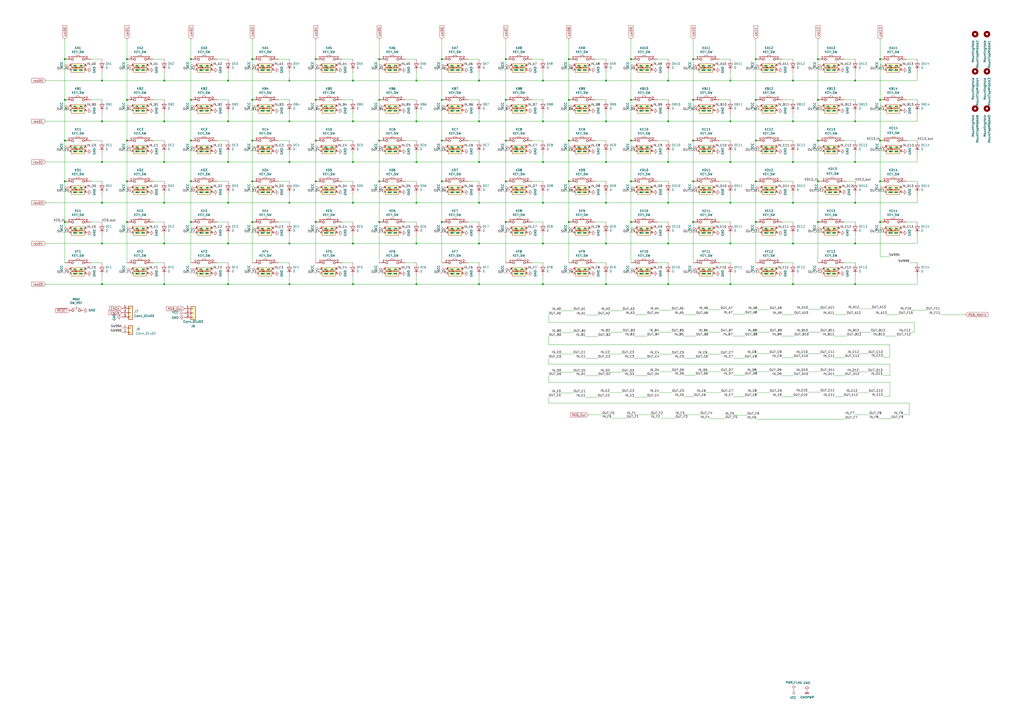
<source format=kicad_sch>
(kicad_sch (version 20230121) (generator eeschema)
  (paper "A2")
  (title_block (title "Wonderland keyboard") (date "2024-01-17") (rev "0.1") (company "Ciaanh"))
  (junction (at -171.45 275.59))
  (junction (at -274.32 290.83))
  (junction (at 387.604 70.358))
  (junction (at 241.554 46.736))
  (junction (at 59.182 93.98))
  (junction (at 132.334 93.98))
  (junction (at 43.434 533.4))
  (junction (at 314.96 141.224))
  (junction (at 459.994 164.846))
  (junction (at 402.082 34.29))
  (junction (at 204.724 141.224))
  (junction (at 43.434 530.86))
  (junction (at 256.286 57.912))
  (junction (at 167.894 164.846))
  (junction (at 402.082 81.534))
  (junction (at 183.134 57.912))
  (junction (at 132.334 164.846))
  (junction (at 387.604 46.736))
  (junction (at 387.604 141.224))
  (junction (at -237.49 290.83))
  (junction (at 95.25 46.736))
  (junction (at 204.724 70.358))
  (junction (at 227.33 496.57))
  (junction (at 423.672 46.736))
  (junction (at -207.01 275.59))
  (junction (at -207.01 267.97))
  (junction (at 241.554 117.602))
  (junction (at 241.554 93.98))
  (junction (at -198.12 275.59))
  (junction (at 95.25 93.98))
  (junction (at 241.554 164.846))
  (junction (at 351.536 46.736))
  (junction (at 474.472 128.778))
  (junction (at 205.74 490.22))
  (junction (at 219.964 81.534))
  (junction (at 329.946 128.778))
  (junction (at 183.134 34.29))
  (junction (at 59.182 117.602))
  (junction (at -189.23 267.97))
  (junction (at 510.54 34.29))
  (junction (at 167.894 93.98))
  (junction (at 95.25 164.846))
  (junction (at -198.12 267.97))
  (junction (at 204.724 93.98))
  (junction (at 496.062 46.736))
  (junction (at 510.54 105.156))
  (junction (at 474.472 34.29))
  (junction (at -189.23 275.59))
  (junction (at 132.334 117.602))
  (junction (at 329.946 81.534))
  (junction (at 256.286 34.29))
  (junction (at 438.404 105.156))
  (junction (at 71.12 441.96))
  (junction (at 329.946 57.912))
  (junction (at 183.134 105.156))
  (junction (at 219.964 128.778))
  (junction (at -274.32 276.86))
  (junction (at 438.404 81.534))
  (junction (at -293.37 372.11))
  (junction (at 73.66 81.534))
  (junction (at 37.592 81.534))
  (junction (at -241.3 290.83))
  (junction (at 204.724 117.602))
  (junction (at 146.304 57.912))
  (junction (at 189.23 485.14))
  (junction (at 256.286 128.778))
  (junction (at 204.724 164.846))
  (junction (at 219.964 57.912))
  (junction (at 132.334 70.358))
  (junction (at 387.604 93.98))
  (junction (at 351.536 70.358))
  (junction (at 146.304 128.778))
  (junction (at 241.554 70.358))
  (junction (at 459.994 117.602))
  (junction (at 474.472 105.156))
  (junction (at 366.014 105.156))
  (junction (at 366.014 57.912))
  (junction (at 277.876 93.98))
  (junction (at 277.876 117.602))
  (junction (at 277.876 164.846))
  (junction (at -224.79 267.97))
  (junction (at 293.37 105.156))
  (junction (at 510.54 81.534))
  (junction (at 73.66 34.29))
  (junction (at 167.894 141.224))
  (junction (at 459.994 70.358))
  (junction (at 37.592 34.29))
  (junction (at 37.592 57.912))
  (junction (at 132.334 141.224))
  (junction (at 510.54 57.912))
  (junction (at 132.334 46.736))
  (junction (at 167.894 117.602))
  (junction (at -274.32 267.97))
  (junction (at 351.536 93.98))
  (junction (at 73.66 57.912))
  (junction (at 241.554 141.224))
  (junction (at -237.49 276.86))
  (junction (at -255.27 290.83))
  (junction (at 167.894 70.358))
  (junction (at -247.65 290.83))
  (junction (at 366.014 128.778))
  (junction (at 29.464 530.86))
  (junction (at 459.994 141.224))
  (junction (at 247.65 496.57) (diameter 0.9144))
  (junction (at 167.894 46.736))
  (junction (at 277.876 141.224))
  (junction (at 193.04 496.57))
  (junction (at 110.744 34.29))
  (junction (at 329.946 34.29))
  (junction (at 73.66 105.156))
  (junction (at 59.182 70.358))
  (junction (at 256.286 81.534))
  (junction (at 293.37 34.29))
  (junction (at 438.404 34.29))
  (junction (at -294.64 275.59))
  (junction (at 204.724 46.736))
  (junction (at 214.63 496.57))
  (junction (at 496.062 117.602))
  (junction (at 496.062 141.224))
  (junction (at 402.082 57.912))
  (junction (at 146.304 34.29))
  (junction (at 314.96 46.736))
  (junction (at 387.604 164.846))
  (junction (at 351.536 164.846))
  (junction (at -252.73 290.83))
  (junction (at 438.404 128.778))
  (junction (at 59.182 141.224))
  (junction (at -215.9 267.97))
  (junction (at 423.672 164.846))
  (junction (at 402.082 128.778))
  (junction (at 194.818 467.614))
  (junction (at 459.994 93.98))
  (junction (at -257.81 290.83))
  (junction (at 59.182 164.846))
  (junction (at 366.014 81.534))
  (junction (at 256.286 105.156))
  (junction (at 496.062 70.358))
  (junction (at -271.78 290.83))
  (junction (at 496.062 164.846))
  (junction (at 351.536 117.602))
  (junction (at 95.25 117.602))
  (junction (at -215.9 275.59))
  (junction (at 423.672 117.602))
  (junction (at 474.472 57.912))
  (junction (at -237.49 267.97))
  (junction (at 314.96 93.98))
  (junction (at 183.134 128.778))
  (junction (at 293.37 128.778))
  (junction (at 277.876 46.736))
  (junction (at 423.672 141.224))
  (junction (at 277.876 70.358))
  (junction (at -250.19 290.83))
  (junction (at 293.37 57.912))
  (junction (at -180.34 275.59))
  (junction (at 110.744 105.156))
  (junction (at 146.304 81.534))
  (junction (at 237.49 504.19) (diameter 0.9144))
  (junction (at 423.672 70.358))
  (junction (at 95.25 141.224))
  (junction (at -180.34 267.97))
  (junction (at 314.96 164.846))
  (junction (at 314.96 70.358))
  (junction (at 43.434 525.78))
  (junction (at 314.96 117.602))
  (junction (at 438.404 57.912))
  (junction (at 510.54 128.778))
  (junction (at -285.75 267.97))
  (junction (at 59.182 46.736))
  (junction (at 146.304 105.156))
  (junction (at 402.082 105.156))
  (junction (at 73.66 128.778))
  (junction (at 219.964 34.29))
  (junction (at 95.25 70.358))
  (junction (at 351.536 141.224))
  (junction (at 329.946 105.156))
  (junction (at 219.964 105.156))
  (junction (at 110.744 81.534))
  (junction (at 459.994 46.736))
  (junction (at 189.23 480.06))
  (junction (at 110.744 57.912))
  (junction (at 37.592 105.156))
  (junction (at 496.062 93.98))
  (junction (at 387.604 117.602))
  (junction (at 474.472 81.534))
  (junction (at 183.134 81.534))
  (junction (at 110.744 128.778))
  (junction (at 366.014 34.29))
  (junction (at 293.37 81.534))
  (junction (at 37.592 128.778))
  (junction (at 423.672 93.98))
  (junction (at -245.11 290.83))
  (no_connect (at -220.98 392.43))
  (no_connect (at -220.98 389.89))
  (no_connect (at -220.98 394.97))
  (no_connect (at -220.98 387.35))
  (no_connect (at -219.71 354.33))
  (no_connect (at -220.98 382.27))
  (no_connect (at 189.23 476.25))
  (no_connect (at -220.98 379.73))
  (no_connect (at 189.23 473.71))
  (wire (pts (xy -288.29 320.04) (xy -285.75 320.04)))
  (wire (pts (xy 132.334 93.98) (xy 167.894 93.98)))
  (wire (pts (xy 241.554 164.846) (xy 204.724 164.846)))
  (wire (pts (xy 345.186 34.29) (xy 351.536 34.29)))
  (wire (pts (xy 277.876 89.154) (xy 277.876 93.98)))
  (wire (pts (xy 496.062 41.91) (xy 496.062 46.736)))
  (wire (pts (xy 318.389 233.807) (xy 527.431 233.807)))
  (wire (pts (xy 277.876 117.602) (xy 241.554 117.602)))
  (wire (pts (xy 314.96 65.532) (xy 314.96 70.358)))
  (wire (pts (xy 366.014 81.534) (xy 366.014 105.156)))
  (wire (pts (xy 366.014 57.912) (xy 366.014 81.534)))
  (wire (pts (xy -217.17 306.07) (xy -217.17 308.61)))
  (wire (pts (xy 387.604 46.736) (xy 423.672 46.736)))
  (wire (pts (xy 438.404 128.778) (xy 438.404 152.4)))
  (wire (pts (xy 423.672 89.154) (xy 423.672 93.98)))
  (wire (pts (xy 381.254 105.156) (xy 387.604 105.156)))
  (wire (pts (xy -219.71 318.77) (xy -222.25 318.77)))
  (wire (pts (xy 161.544 81.534) (xy 167.894 81.534)))
  (wire (pts (xy 201.93 491.49) (xy 205.74 491.49)))
  (wire (pts (xy -293.37 368.3) (xy -293.37 372.11)))
  (wire (pts (xy 277.876 112.776) (xy 277.876 117.602)))
  (wire (pts (xy 516.255 229.997) (xy 516.255 221.869)))
  (wire (pts (xy -250.19 290.83) (xy -250.19 300.99)))
  (wire (pts (xy 167.894 46.736) (xy 204.724 46.736)))
  (wire (pts (xy -219.71 341.63) (xy -222.25 341.63)))
  (wire (pts (xy 530.479 187.071) (xy 530.479 192.659)))
  (wire (pts (xy -289.56 359.41) (xy -285.75 359.41)))
  (wire (pts (xy 95.25 112.776) (xy 95.25 117.602)))
  (wire (pts (xy 474.472 105.156) (xy 474.472 128.778)))
  (wire (pts (xy 314.96 164.846) (xy 277.876 164.846)))
  (wire (pts (xy 510.54 81.534) (xy 510.667 81.534)))
  (wire (pts (xy -219.71 321.31) (xy -222.25 321.31)))
  (wire (pts (xy 59.182 112.776) (xy 59.182 117.602)))
  (wire (pts (xy 468.503 227.457) (xy 475.869 227.457)))
  (wire (pts (xy 194.31 485.14) (xy 189.23 485.14)))
  (wire (pts (xy 402.082 128.778) (xy 402.082 152.4)))
  (wire (pts (xy -215.9 267.97) (xy -207.01 267.97)))
  (wire (pts (xy -207.01 267.97) (xy -207.01 269.24)))
  (wire (pts (xy 453.517 207.518) (xy 460.375 207.518)))
  (wire (pts (xy -208.28 313.69) (xy -210.82 313.69)))
  (wire (pts (xy 453.644 34.29) (xy 459.994 34.29)))
  (wire (pts (xy 183.134 34.29) (xy 183.134 57.912)))
  (polyline (pts (xy -82.55 142.24) (xy -29.21 142.24)) (stroke (width 0.5) (type solid)))
  (wire (pts (xy 557.657 457.2) (xy 573.532 457.2)))
  (wire (pts (xy 368.173 194.945) (xy 375.285 194.945)))
  (wire (pts (xy -303.53 368.3) (xy -299.72 368.3)))
  (wire (pts (xy 491.617 450.85) (xy 508.762 450.85)))
  (wire (pts (xy 474.472 128.778) (xy 474.472 152.4)))
  (wire (pts (xy 37.084 530.86) (xy 43.434 530.86)))
  (wire (pts (xy 43.434 530.86) (xy 53.594 530.86)))
  (wire (pts (xy 58.674 530.86) (xy 61.214 530.86)))
  (wire (pts (xy 339.725 207.772) (xy 346.837 207.772)))
  (wire (pts (xy 235.204 152.4) (xy 241.554 152.4)))
  (wire (pts (xy 110.744 34.29) (xy 110.744 57.912)))
  (wire (pts (xy 346.837 182.753) (xy 339.725 182.753)))
  (wire (pts (xy 314.96 136.398) (xy 314.96 141.224)))
  (wire (pts (xy 132.334 46.736) (xy 167.894 46.736)))
  (wire (pts (xy -285.75 267.97) (xy -274.32 267.97)))
  (wire (pts (xy 417.957 179.705) (xy 410.845 179.705)))
  (wire (pts (xy 510.54 81.534) (xy 510.54 105.156)))
  (wire (pts (xy 498.475 192.659) (xy 505.079 192.659)))
  (wire (pts (xy 219.964 22.606) (xy 219.964 34.29)))
  (wire (pts (xy 491.617 461.01) (xy 508.762 461.01)))
  (wire (pts (xy 204.724 65.532) (xy 204.724 70.358)))
  (wire (pts (xy -299.72 372.11) (xy -293.37 372.11)))
  (wire (pts (xy 525.78 105.156) (xy 532.13 105.156)))
  (wire (pts (xy -189.23 267.97) (xy -180.34 267.97)))
  (wire (pts (xy -180.34 267.97) (xy -180.34 269.24)))
  (wire (pts (xy -198.12 267.97) (xy -189.23 267.97)))
  (wire (pts (xy -207.01 267.97) (xy -198.12 267.97)))
  (wire (pts (xy 219.964 128.778) (xy 219.964 152.4)))
  (wire (pts (xy -219.71 334.01) (xy -222.25 334.01)))
  (wire (pts (xy 293.37 81.534) (xy 293.37 105.156)))
  (wire (pts (xy 293.37 57.912) (xy 293.37 81.534)))
  (wire (pts (xy 314.96 70.358) (xy 277.876 70.358)))
  (wire (pts (xy 277.876 41.91) (xy 277.876 46.736)))
  (wire (pts (xy 29.464 530.86) (xy 29.464 535.94)))
  (wire (pts (xy 474.472 57.912) (xy 474.472 81.534)))
  (wire (pts (xy 202.438 467.614) (xy 194.818 467.614)))
  (wire (pts (xy 52.832 152.4) (xy 59.182 152.4)))
  (wire (pts (xy 510.54 22.733) (xy 510.54 34.29)))
  (wire (pts (xy 557.657 474.98) (xy 573.532 474.98)))
  (wire (pts (xy 271.526 81.534) (xy 277.876 81.534)))
  (wire (pts (xy 557.657 462.28) (xy 573.532 462.28)))
  (wire (pts (xy 438.912 205.232) (xy 446.278 205.232)))
  (wire (pts (xy 474.472 34.29) (xy 474.472 57.912)))
  (wire (pts (xy 527.431 233.807) (xy 527.431 240.665)))
  (wire (pts (xy 532.13 160.02) (xy 532.13 164.846)))
  (wire (pts (xy -222.25 311.15) (xy -217.17 311.15)))
  (wire (pts (xy 498.221 215.773) (xy 503.555 215.773)))
  (wire (pts (xy -293.37 372.11) (xy -285.75 372.11)))
  (wire (pts (xy 525.907 454.66) (xy 543.052 454.66)))
  (wire (pts (xy 241.554 141.224) (xy 277.876 141.224)))
  (wire (pts (xy 132.334 164.846) (xy 95.25 164.846)))
  (wire (pts (xy 219.964 81.534) (xy 219.964 105.156)))
  (wire (pts (xy 491.617 468.63) (xy 508.762 468.63)))
  (wire (pts (xy -217.17 306.07) (xy -215.9 306.07)))
  (wire (pts (xy 95.25 41.91) (xy 95.25 46.736)))
  (wire (pts (xy 241.554 93.98) (xy 277.876 93.98)))
  (wire (pts (xy 402.082 34.29) (xy 402.082 57.912)))
  (wire (pts (xy -257.81 290.83) (xy -255.27 290.83)))
  (wire (pts (xy 110.744 81.534) (xy 110.744 105.156)))
  (wire (pts (xy 496.062 112.776) (xy 496.062 117.602)))
  (wire (pts (xy 525.78 34.29) (xy 532.13 34.29)))
  (wire (pts (xy 438.785 243.205) (xy 490.347 243.205)))
  (wire (pts (xy -237.49 290.83) (xy -237.49 300.99)))
  (wire (pts (xy 453.517 217.932) (xy 460.375 217.932)))
  (wire (pts (xy 204.724 112.776) (xy 204.724 117.602)))
  (wire (pts (xy 167.894 65.532) (xy 167.894 70.358)))
  (wire (pts (xy -255.27 290.83) (xy -255.27 300.99)))
  (wire (pts (xy 410.718 192.659) (xy 417.957 192.659)))
  (wire (pts (xy 277.876 164.846) (xy 241.554 164.846)))
  (wire (pts (xy 387.604 70.358) (xy 351.536 70.358)))
  (wire (pts (xy 95.25 46.736) (xy 132.334 46.736)))
  (wire (pts (xy 339.725 217.932) (xy 346.964 217.932)))
  (wire (pts (xy 183.134 105.156) (xy 183.134 128.778)))
  (wire (pts (xy 438.404 34.29) (xy 438.404 57.912)))
  (wire (pts (xy 491.617 455.93) (xy 508.762 455.93)))
  (wire (pts (xy -257.81 290.83) (xy -257.81 300.99)))
  (wire (pts (xy -219.71 328.93) (xy -222.25 328.93)))
  (wire (pts (xy 361.061 180.213) (xy 353.949 180.213)))
  (wire (pts (xy 459.994 164.846) (xy 423.672 164.846)))
  (wire (pts (xy 204.724 41.91) (xy 204.724 46.736)))
  (wire (pts (xy 207.01 490.22) (xy 205.74 490.22)))
  (wire (pts (xy 256.286 81.534) (xy 256.286 105.156)))
  (wire (pts (xy 167.894 89.154) (xy 167.894 93.98)))
  (wire (pts (xy 525.907 452.12) (xy 543.052 452.12)))
  (wire (pts (xy 204.724 70.358) (xy 167.894 70.358)))
  (wire (pts (xy 516.128 207.264) (xy 512.191 207.264)))
  (wire (pts (xy 508.762 448.31) (xy 508.762 443.23)))
  (wire (pts (xy 277.876 136.398) (xy 277.876 141.224)))
  (wire (pts (xy -274.32 276.86) (xy -267.97 276.86)))
  (wire (pts (xy 366.014 34.29) (xy 366.014 57.912)))
  (wire (pts (xy 271.526 57.912) (xy 277.876 57.912)))
  (wire (pts (xy 557.657 464.82) (xy 573.532 464.82)))
  (wire (pts (xy 241.554 70.358) (xy 204.724 70.358)))
  (wire (pts (xy 425.958 240.919) (xy 433.451 240.919)))
  (wire (pts (xy 314.96 141.224) (xy 351.536 141.224)))
  (wire (pts (xy 468.757 192.659) (xy 475.869 192.659)))
  (wire (pts (xy 194.31 480.06) (xy 189.23 480.06)))
  (wire (pts (xy -255.27 290.83) (xy -252.73 290.83)))
  (wire (pts (xy 459.994 70.358) (xy 423.672 70.358)))
  (wire (pts (xy 532.13 89.154) (xy 532.13 93.98)))
  (wire (pts (xy 489.712 152.4) (xy 496.062 152.4)))
  (wire (pts (xy 318.389 182.753) (xy 318.389 187.071)))
  (wire (pts (xy 351.536 70.358) (xy 314.96 70.358)))
  (wire (pts (xy 325.628 215.9) (xy 332.613 215.9)))
  (wire (pts (xy 423.672 41.91) (xy 423.672 46.736)))
  (wire (pts (xy 146.304 34.29) (xy 146.304 57.912)))
  (wire (pts (xy 314.96 46.736) (xy 351.536 46.736)))
  (wire (pts (xy 459.994 160.02) (xy 459.994 164.846)))
  (wire (pts (xy 227.33 502.92) (xy 227.33 504.19)))
  (wire (pts (xy -219.71 377.19) (xy -222.25 377.19)))
  (wire (pts (xy 504.952 443.23) (xy 508.762 443.23)))
  (wire (pts (xy 167.894 141.224) (xy 204.724 141.224)))
  (wire (pts (xy 353.822 215.9) (xy 360.68 215.9)))
  (wire (pts (xy -219.71 359.41) (xy -222.25 359.41)))
  (wire (pts (xy 539.242 444.5) (xy 543.052 444.5)))
  (wire (pts (xy 198.374 81.534) (xy 204.724 81.534)))
  (wire (pts (xy -219.71 369.57) (xy -222.25 369.57)))
  (wire (pts (xy -219.71 356.87) (xy -222.25 356.87)))
  (wire (pts (xy 417.322 128.778) (xy 423.672 128.778)))
  (wire (pts (xy 438.404 22.606) (xy 438.404 34.29)))
  (wire (pts (xy 351.536 41.91) (xy 351.536 46.736)))
  (wire (pts (xy 510.54 105.156) (xy 510.54 128.778)))
  (wire (pts (xy 351.536 89.154) (xy 351.536 93.98)))
  (wire (pts (xy 489.712 128.778) (xy 496.062 128.778)))
  (wire (pts (xy 387.604 136.398) (xy 387.604 141.224)))
  (wire (pts (xy 167.894 70.358) (xy 132.334 70.358)))
  (wire (pts (xy 241.554 117.602) (xy 204.724 117.602)))
  (wire (pts (xy 530.479 192.659) (xy 528.193 192.659)))
  (wire (pts (xy 525.907 469.9) (xy 543.052 469.9)))
  (wire (pts (xy 256.286 105.156) (xy 256.286 128.778)))
  (wire (pts (xy 459.994 70.358) (xy 496.062 70.358)))
  (wire (pts (xy 423.672 112.776) (xy 423.672 117.602)))
  (wire (pts (xy 439.166 192.659) (xy 446.405 192.659)))
  (wire (pts (xy 40.894 528.32) (xy 40.894 533.4)))
  (wire (pts (xy 40.894 533.4) (xy 43.434 533.4)))
  (wire (pts (xy 37.592 81.534) (xy 37.592 105.156)))
  (wire (pts (xy 325.628 192.913) (xy 332.613 192.913)))
  (wire (pts (xy -219.71 364.49) (xy -222.25 364.49)))
  (wire (pts (xy 496.062 117.602) (xy 532.13 117.602)))
  (wire (pts (xy 484.251 230.124) (xy 489.331 230.124)))
  (wire (pts (xy 318.389 187.071) (xy 530.479 187.071)))
  (wire (pts (xy 37.592 105.156) (xy 37.592 128.778)))
  (wire (pts (xy 161.544 57.912) (xy 167.894 57.912)))
  (wire (pts (xy 396.621 194.945) (xy 403.733 194.945)))
  (wire (pts (xy 491.109 182.499) (xy 483.997 182.499)))
  (wire (pts (xy 527.558 152.4) (xy 532.13 152.4)))
  (wire (pts (xy -288.29 331.47) (xy -285.75 331.47)))
  (wire (pts (xy 410.464 215.646) (xy 418.084 215.646)))
  (wire (pts (xy 438.404 105.156) (xy 438.404 128.778)))
  (wire (pts (xy 95.25 117.602) (xy 59.182 117.602)))
  (wire (pts (xy 95.25 70.358) (xy 59.182 70.358)))
  (wire (pts (xy 125.984 105.156) (xy 132.334 105.156)))
  (wire (pts (xy -288.29 326.39) (xy -285.75 326.39)))
  (wire (pts (xy 475.234 458.978) (xy 463.804 458.978)))
  (wire (pts (xy 525.78 57.912) (xy 532.13 57.912)))
  (wire (pts (xy 95.25 93.98) (xy 132.334 93.98)))
  (wire (pts (xy 459.994 164.846) (xy 496.062 164.846)))
  (wire (pts (xy 146.304 128.778) (xy 146.304 152.4)))
  (wire (pts (xy 59.182 89.154) (xy 59.182 93.98)))
  (wire (pts (xy -294.64 274.32) (xy -294.64 275.59)))
  (wire (pts (xy -288.29 386.08) (xy -285.75 386.08)))
  (wire (pts (xy 52.832 128.778) (xy 59.182 128.778)))
  (wire (pts (xy 314.96 89.154) (xy 314.96 93.98)))
  (wire (pts (xy -208.28 306.07) (xy -210.82 306.07)))
  (wire (pts (xy 389.509 179.959) (xy 382.397 179.959)))
  (wire (pts (xy 256.286 128.778) (xy 256.286 152.4)))
  (wire (pts (xy 417.322 81.534) (xy 423.672 81.534)))
  (wire (pts (xy -220.98 394.97) (xy -222.25 394.97)))
  (wire (pts (xy -289.56 354.33) (xy -285.75 354.33)))
  (wire (pts (xy 271.526 34.29) (xy 277.876 34.29)))
  (wire (pts (xy 411.607 242.951) (xy 420.751 242.951)))
  (wire (pts (xy 463.804 456.438) (xy 475.234 456.438)))
  (wire (pts (xy 59.182 65.532) (xy 59.182 70.358)))
  (wire (pts (xy 146.304 57.912) (xy 146.304 81.534)))
  (wire (pts (xy 132.334 136.398) (xy 132.334 141.224)))
  (wire (pts (xy 132.334 70.358) (xy 95.25 70.358)))
  (wire (pts (xy 496.062 89.154) (xy 496.062 93.98)))
  (wire (pts (xy 484.251 207.518) (xy 490.093 207.518)))
  (wire (pts (xy 367.919 217.932) (xy 375.285 217.932)))
  (wire (pts (xy 382.397 227.711) (xy 389.763 227.711)))
  (wire (pts (xy 489.712 81.534) (xy 496.062 81.534)))
  (wire (pts (xy 45.974 533.4) (xy 43.434 533.4)))
  (wire (pts (xy 45.974 528.32) (xy 45.974 533.4)))
  (wire (pts (xy 525.907 474.98) (xy 543.052 474.98)))
  (wire (pts (xy 491.617 471.17) (xy 508.762 471.17)))
  (wire (pts (xy 110.744 22.606) (xy 110.744 34.29)))
  (wire (pts (xy 198.374 152.4) (xy 204.724 152.4)))
  (wire (pts (xy 520.065 194.945) (xy 513.334 194.945)))
  (wire (pts (xy 325.628 205.359) (xy 332.486 205.359)))
  (wire (pts (xy 59.182 46.736) (xy 26.416 46.736)))
  (wire (pts (xy 219.964 105.156) (xy 219.964 128.778)))
  (wire (pts (xy 438.912 215.646) (xy 446.151 215.646)))
  (wire (pts (xy 496.062 136.398) (xy 496.062 141.224)))
  (wire (pts (xy 397.129 240.665) (xy 406.273 240.665)))
  (wire (pts (xy 196.85 488.95) (xy 189.23 488.95)))
  (wire (pts (xy 277.876 141.224) (xy 314.96 141.224)))
  (wire (pts (xy 396.875 207.772) (xy 403.479 207.772)))
  (wire (pts (xy -274.32 264.16) (xy -274.32 267.97)))
  (wire (pts (xy 30.48 450.85) (xy 33.02 450.85)))
  (wire (pts (xy 387.604 141.224) (xy 423.672 141.224)))
  (wire (pts (xy 402.082 57.912) (xy 402.082 81.534)))
  (wire (pts (xy 314.96 41.91) (xy 314.96 46.736)))
  (wire (pts (xy 396.875 230.124) (xy 402.463 230.124)))
  (wire (pts (xy 29.464 530.86) (xy 32.004 530.86)))
  (wire (pts (xy 32.004 525.78) (xy 29.464 525.78)))
  (wire (pts (xy 29.464 525.78) (xy 29.464 530.86)))
  (wire (pts (xy -219.71 354.33) (xy -222.25 354.33)))
  (wire (pts (xy 37.592 22.606) (xy 37.592 34.29)))
  (wire (pts (xy 271.526 128.778) (xy 277.876 128.778)))
  (wire (pts (xy 204.724 117.602) (xy 167.894 117.602)))
  (wire (pts (xy 439.039 227.711) (xy 446.405 227.711)))
  (wire (pts (xy -217.17 313.69) (xy -215.9 313.69)))
  (wire (pts (xy 110.744 128.778) (xy 110.744 152.4)))
  (wire (pts (xy 204.724 160.02) (xy 204.724 164.846)))
  (wire (pts (xy 491.617 453.39) (xy 508.762 453.39)))
  (wire (pts (xy 489.712 57.912) (xy 496.062 57.912)))
  (wire (pts (xy 277.876 70.358) (xy 241.554 70.358)))
  (wire (pts (xy 483.997 194.945) (xy 491.236 194.945)))
  (wire (pts (xy -274.32 290.83) (xy -274.32 300.99)))
  (wire (pts (xy 510.54 34.29) (xy 510.54 57.912)))
  (wire (pts (xy 318.389 195.199) (xy 318.389 200.025)))
  (wire (pts (xy 525.907 462.28) (xy 543.052 462.28)))
  (wire (pts (xy 387.604 41.91) (xy 387.604 46.736)))
  (wire (pts (xy 52.832 34.29) (xy 59.182 34.29)))
  (wire (pts (xy 367.919 207.772) (xy 375.285 207.772)))
  (wire (pts (xy 132.334 117.602) (xy 95.25 117.602)))
  (wire (pts (xy 345.186 152.4) (xy 351.536 152.4)))
  (wire (pts (xy 329.946 22.606) (xy 329.946 34.29)))
  (wire (pts (xy 453.517 194.945) (xy 460.756 194.945)))
  (wire (pts (xy 237.49 504.19) (xy 227.33 504.19)))
  (wire (pts (xy -189.23 275.59) (xy -198.12 275.59)))
  (wire (pts (xy 332.613 180.213) (xy 325.501 180.213)))
  (wire (pts (xy 235.204 81.534) (xy 241.554 81.534)))
  (wire (pts (xy 59.182 70.358) (xy 26.416 70.358)))
  (wire (pts (xy 438.404 57.912) (xy 438.404 81.534)))
  (wire (pts (xy 314.96 112.776) (xy 314.96 117.602)))
  (wire (pts (xy 241.554 65.532) (xy 241.554 70.358)))
  (wire (pts (xy 308.61 81.534) (xy 314.96 81.534)))
  (wire (pts (xy 146.304 105.156) (xy 146.304 128.778)))
  (wire (pts (xy 73.66 81.534) (xy 73.66 105.156)))
  (wire (pts (xy -215.9 275.59) (xy -207.01 275.59)))
  (wire (pts (xy -207.01 275.59) (xy -207.01 274.32)))
  (wire (pts (xy 353.822 205.359) (xy 360.68 205.359)))
  (wire (pts (xy 67.31 441.96) (xy 71.12 441.96)))
  (wire (pts (xy 432.181 182.245) (xy 425.069 182.245)))
  (wire (pts (xy 110.744 105.156) (xy 110.744 128.778)))
  (wire (pts (xy 318.389 211.201) (xy 318.389 207.772)))
  (wire (pts (xy 514.477 182.499) (xy 521.335 182.499)))
  (wire (pts (xy 366.014 128.778) (xy 366.014 152.4)))
  (wire (pts (xy 484.251 217.932) (xy 490.093 217.932)))
  (wire (pts (xy 204.724 164.846) (xy 167.894 164.846)))
  (wire (pts (xy -220.98 387.35) (xy -222.25 387.35)))
  (wire (pts (xy 256.286 34.29) (xy 256.286 57.912)))
  (wire (pts (xy 495.681 240.665) (xy 504.317 240.665)))
  (wire (pts (xy 446.405 179.705) (xy 439.293 179.705)))
  (wire (pts (xy 557.657 459.74) (xy 573.532 459.74)))
  (wire (pts (xy 78.74 441.96) (xy 83.82 441.96)))
  (wire (pts (xy -245.11 290.83) (xy -241.3 290.83)))
  (wire (pts (xy 525.907 467.36) (xy 543.052 467.36)))
  (wire (pts (xy 235.204 34.29) (xy 241.554 34.29)))
  (wire (pts (xy 560.197 182.499) (xy 545.465 182.499)))
  (wire (pts (xy 543.052 449.58) (xy 543.052 444.5)))
  (wire (pts (xy 293.37 34.29) (xy 293.37 57.912)))
  (wire (pts (xy -220.98 392.43) (xy -222.25 392.43)))
  (wire (pts (xy -288.29 323.85) (xy -285.75 323.85)))
  (wire (pts (xy 271.526 105.156) (xy 277.876 105.156)))
  (wire (pts (xy 214.63 495.3) (xy 214.63 496.57)))
  (wire (pts (xy 459.994 141.224) (xy 496.062 141.224)))
  (wire (pts (xy 318.389 217.932) (xy 318.389 221.869)))
  (wire (pts (xy -198.12 267.97) (xy -198.12 269.24)))
  (wire (pts (xy 423.672 141.224) (xy 459.994 141.224)))
  (wire (pts (xy 512.445 229.997) (xy 516.255 229.997)))
  (wire (pts (xy 453.644 152.4) (xy 459.994 152.4)))
  (wire (pts (xy -294.64 368.3) (xy -293.37 368.3)))
  (wire (pts (xy -266.7 406.4) (xy -266.7 402.59)))
  (wire (pts (xy 293.37 128.778) (xy 293.37 152.4)))
  (wire (pts (xy -219.71 349.25) (xy -222.25 349.25)))
  (wire (pts (xy 277.876 93.98) (xy 314.96 93.98)))
  (wire (pts (xy 189.23 466.09) (xy 194.818 466.09)))
  (wire (pts (xy 409.575 227.711) (xy 418.211 227.711)))
  (wire (pts (xy 382.524 205.486) (xy 389.636 205.486)))
  (wire (pts (xy 59.182 141.224) (xy 95.25 141.224)))
  (wire (pts (xy 95.25 65.532) (xy 95.25 70.358)))
  (wire (pts (xy 354.711 242.697) (xy 363.474 242.697)))
  (wire (pts (xy 403.733 182.499) (xy 396.621 182.499)))
  (wire (pts (xy -198.12 274.32) (xy -198.12 275.59)))
  (wire (pts (xy 341.249 240.665) (xy 349.377 240.665)))
  (wire (pts (xy -274.32 290.83) (xy -271.78 290.83)))
  (wire (pts (xy 351.536 46.736) (xy 387.604 46.736)))
  (wire (pts (xy 339.725 230.378) (xy 346.583 230.378)))
  (wire (pts (xy 496.062 70.358) (xy 532.13 70.358)))
  (wire (pts (xy 204.47 496.57) (xy 214.63 496.57)))
  (wire (pts (xy 59.182 93.98) (xy 95.25 93.98)))
  (wire (pts (xy 489.712 34.29) (xy 496.062 34.29)))
  (wire (pts (xy -224.79 274.32) (xy -224.79 275.59)))
  (wire (pts (xy 387.604 93.98) (xy 423.672 93.98)))
  (wire (pts (xy 308.61 34.29) (xy 314.96 34.29)))
  (wire (pts (xy 59.182 164.846) (xy 26.416 164.846)))
  (wire (pts (xy 532.13 112.776) (xy 532.13 117.602)))
  (wire (pts (xy 194.818 468.63) (xy 189.23 468.63)))
  (wire (pts (xy 125.984 81.534) (xy 132.334 81.534)))
  (wire (pts (xy -217.17 308.61) (xy -222.25 308.61)))
  (wire (pts (xy -271.78 290.83) (xy -266.7 290.83)))
  (wire (pts (xy -220.98 379.73) (xy -222.25 379.73)))
  (wire (pts (xy 314.96 93.98) (xy 351.536 93.98)))
  (wire (pts (xy 161.544 128.778) (xy 167.894 128.778)))
  (wire (pts (xy 110.744 57.912) (xy 110.744 81.534)))
  (wire (pts (xy -219.71 326.39) (xy -222.25 326.39)))
  (wire (pts (xy 125.984 34.29) (xy 132.334 34.29)))
  (wire (pts (xy -219.71 336.55) (xy -222.25 336.55)))
  (wire (pts (xy 509.651 242.951) (xy 517.017 242.951)))
  (wire (pts (xy 475.869 179.451) (xy 468.757 179.451)))
  (wire (pts (xy 293.37 105.156) (xy 293.37 128.778)))
  (wire (pts (xy 189.23 481.33) (xy 189.23 480.06)))
  (wire (pts (xy 396.875 217.678) (xy 403.479 217.678)))
  (wire (pts (xy 308.61 128.778) (xy 314.96 128.778)))
  (wire (pts (xy -294.64 275.59) (xy -285.75 275.59)))
  (wire (pts (xy -285.75 275.59) (xy -285.75 274.32)))
  (wire (pts (xy -180.34 267.97) (xy -171.45 267.97)))
  (wire (pts (xy -171.45 267.97) (xy -171.45 269.24)))
  (wire (pts (xy -288.29 328.93) (xy -285.75 328.93)))
  (wire (pts (xy 382.27 192.659) (xy 389.509 192.659)))
  (wire (pts (xy 381.254 34.29) (xy 387.604 34.29)))
  (wire (pts (xy -271.78 290.83) (xy -271.78 300.99)))
  (wire (pts (xy 194.818 466.09) (xy 194.818 467.614)))
  (wire (pts (xy -288.29 383.54) (xy -285.75 383.54)))
  (wire (pts (xy 557.657 454.66) (xy 573.532 454.66)))
  (wire (pts (xy 308.61 105.156) (xy 314.96 105.156)))
  (wire (pts (xy 345.186 105.156) (xy 351.536 105.156)))
  (wire (pts (xy 410.464 205.486) (xy 418.084 205.486)))
  (wire (pts (xy 314.96 117.602) (xy 277.876 117.602)))
  (wire (pts (xy 37.592 34.29) (xy 37.592 57.912)))
  (wire (pts (xy 387.604 117.602) (xy 351.536 117.602)))
  (wire (pts (xy 353.949 192.659) (xy 361.188 192.659)))
  (wire (pts (xy 491.617 458.47) (xy 508.762 458.47)))
  (wire (pts (xy -237.49 276.86) (xy -261.62 276.86)))
  (wire (pts (xy 453.517 230.124) (xy 460.121 230.124)))
  (wire (pts (xy 423.672 136.398) (xy 423.672 141.224)))
  (wire (pts (xy -252.73 290.83) (xy -252.73 300.99)))
  (wire (pts (xy 569.722 444.5) (xy 573.532 444.5)))
  (wire (pts (xy 490.601 105.156) (xy 496.062 105.156)))
  (wire (pts (xy 37.592 128.778) (xy 37.592 152.4)))
  (wire (pts (xy 73.66 34.29) (xy 73.66 57.912)))
  (wire (pts (xy 241.554 41.91) (xy 241.554 46.736)))
  (wire (pts (xy -171.45 278.13) (xy -171.45 275.59)))
  (wire (pts (xy 459.994 112.776) (xy 459.994 117.602)))
  (wire (pts (xy -247.65 290.83) (xy -247.65 300.99)))
  (wire (pts (xy 528.701 179.959) (xy 537.083 179.959)))
  (wire (pts (xy -288.29 335.28) (xy -285.75 335.28)))
  (wire (pts (xy 132.334 112.776) (xy 132.334 117.602)))
  (wire (pts (xy 532.13 65.532) (xy 532.13 70.358)))
  (wire (pts (xy 73.66 128.778) (xy 73.66 152.4)))
  (wire (pts (xy 318.262 233.426) (xy 318.262 230.251)))
  (wire (pts (xy 183.134 81.534) (xy 183.134 105.156)))
  (wire (pts (xy 247.65 496.57) (xy 247.65 497.84)))
  (wire (pts (xy -219.71 374.65) (xy -222.25 374.65)))
  (wire (pts (xy 247.65 495.3) (xy 247.65 496.57)))
  (wire (pts (xy 241.554 112.776) (xy 241.554 117.602)))
  (wire (pts (xy -237.49 267.97) (xy -224.79 267.97)))
  (wire (pts (xy 132.334 41.91) (xy 132.334 46.736)))
  (wire (pts (xy 496.062 46.736) (xy 532.13 46.736)))
  (wire (pts (xy -224.79 267.97) (xy -224.79 269.24)))
  (wire (pts (xy 205.74 490.22) (xy 205.74 488.95)))
  (wire (pts (xy 381.254 128.778) (xy 387.604 128.778)))
  (wire (pts (xy 459.994 65.532) (xy 459.994 70.358)))
  (wire (pts (xy 59.182 117.602) (xy 26.416 117.602)))
  (wire (pts (xy -219.71 346.71) (xy -222.25 346.71)))
  (wire (pts (xy 318.389 233.426) (xy 318.389 233.807)))
  (wire (pts (xy -219.71 344.17) (xy -222.25 344.17)))
  (wire (pts (xy -215.9 275.59) (xy -215.9 274.32)))
  (wire (pts (xy 387.604 160.02) (xy 387.604 164.846)))
  (wire (pts (xy 88.9 81.534) (xy 95.25 81.534)))
  (wire (pts (xy 557.657 472.44) (xy 573.532 472.44)))
  (wire (pts (xy 423.672 70.358) (xy 387.604 70.358)))
  (wire (pts (xy 417.322 34.29) (xy 423.672 34.29)))
  (wire (pts (xy 146.304 22.606) (xy 146.304 34.29)))
  (wire (pts (xy 468.63 215.646) (xy 475.869 215.646)))
  (wire (pts (xy 325.501 227.965) (xy 332.613 227.965)))
  (wire (pts (xy -189.23 267.97) (xy -189.23 269.24)))
  (wire (pts (xy 381.254 81.534) (xy 387.604 81.534)))
  (wire (pts (xy 37.592 57.912) (xy 37.592 81.534)))
  (wire (pts (xy -261.62 284.48) (xy -261.62 281.94)))
  (wire (pts (xy 387.604 89.154) (xy 387.604 93.98)))
  (wire (pts (xy 496.062 160.02) (xy 496.062 164.846)))
  (wire (pts (xy 423.672 65.532) (xy 423.672 70.358)))
  (wire (pts (xy 198.374 105.156) (xy 204.724 105.156)))
  (wire (pts (xy -267.97 284.48) (xy -267.97 281.94)))
  (wire (pts (xy 491.617 466.09) (xy 508.762 466.09)))
  (wire (pts (xy 468.63 205.232) (xy 475.742 205.232)))
  (wire (pts (xy 183.134 128.778) (xy 183.134 152.4)))
  (wire (pts (xy 59.182 160.02) (xy 59.182 164.846)))
  (wire (pts (xy -215.9 267.97) (xy -215.9 269.24)))
  (wire (pts (xy 459.994 41.91) (xy 459.994 46.736)))
  (wire (pts (xy 88.9 152.4) (xy 95.25 152.4)))
  (wire (pts (xy 241.554 89.154) (xy 241.554 93.98)))
  (wire (pts (xy 532.13 136.398) (xy 532.13 141.224)))
  (wire (pts (xy 167.894 136.398) (xy 167.894 141.224)))
  (wire (pts (xy 453.644 57.912) (xy 459.994 57.912)))
  (wire (pts (xy 460.629 182.499) (xy 453.517 182.499)))
  (wire (pts (xy 167.894 164.846) (xy 132.334 164.846)))
  (wire (pts (xy 71.12 441.96) (xy 71.12 443.23)))
  (wire (pts (xy -189.23 275.59) (xy -180.34 275.59)))
  (wire (pts (xy -180.34 275.59) (xy -180.34 274.32)))
  (wire (pts (xy -207.01 275.59) (xy -198.12 275.59)))
  (wire (pts (xy 205.74 488.95) (xy 201.93 488.95)))
  (wire (pts (xy 417.322 57.912) (xy 423.672 57.912)))
  (wire (pts (xy 351.536 136.398) (xy 351.536 141.224)))
  (wire (pts (xy 214.63 496.57) (xy 214.63 510.54)))
  (wire (pts (xy 73.66 22.606) (xy 73.66 34.29)))
  (wire (pts (xy -219.71 351.79) (xy -222.25 351.79)))
  (wire (pts (xy 423.672 93.98) (xy 459.994 93.98)))
  (wire (pts (xy 557.657 469.9) (xy 573.532 469.9)))
  (wire (pts (xy 438.404 81.534) (xy 438.404 105.156)))
  (wire (pts (xy -237.49 264.16) (xy -237.49 267.97)))
  (wire (pts (xy 329.946 34.29) (xy 329.946 57.912)))
  (wire (pts (xy 318.389 221.869) (xy 516.255 221.869)))
  (wire (pts (xy 423.672 117.602) (xy 387.604 117.602)))
  (wire (pts (xy 498.475 179.197) (xy 505.587 179.197)))
  (wire (pts (xy -285.75 267.97) (xy -285.75 269.24)))
  (wire (pts (xy 453.644 81.534) (xy 459.994 81.534)))
  (wire (pts (xy 339.598 195.199) (xy 346.964 195.199)))
  (wire (pts (xy 402.082 22.606) (xy 402.082 34.29)))
  (wire (pts (xy -241.3 290.83) (xy -237.49 290.83)))
  (wire (pts (xy 308.61 152.4) (xy 314.96 152.4)))
  (wire (pts (xy 167.894 41.91) (xy 167.894 46.736)))
  (wire (pts (xy -189.23 274.32) (xy -189.23 275.59)))
  (wire (pts (xy -241.3 290.83) (xy -241.3 300.99)))
  (wire (pts (xy 277.876 46.736) (xy 314.96 46.736)))
  (wire (pts (xy 40.64 450.85) (xy 50.8 450.85)))
  (wire (pts (xy 423.672 46.736) (xy 459.994 46.736)))
  (wire (pts (xy 214.63 496.57) (xy 227.33 496.57)))
  (wire (pts (xy 387.604 112.776) (xy 387.604 117.602)))
  (wire (pts (xy -252.73 290.83) (xy -250.19 290.83)))
  (wire (pts (xy 423.672 164.846) (xy 387.604 164.846)))
  (wire (pts (xy 196.85 491.49) (xy 189.23 491.49)))
  (wire (pts (xy -274.32 267.97) (xy -274.32 276.86)))
  (wire (pts (xy 368.935 240.665) (xy 377.571 240.665)))
  (wire (pts (xy -237.49 267.97) (xy -237.49 276.86)))
  (wire (pts (xy -294.64 267.97) (xy -294.64 269.24)))
  (wire (pts (xy -274.32 276.86) (xy -274.32 290.83)))
  (wire (pts (xy 351.536 117.602) (xy 314.96 117.602)))
  (wire (pts (xy -149.86 273.05) (xy -149.86 274.32)))
  (wire (pts (xy -219.71 339.09) (xy -222.25 339.09)))
  (wire (pts (xy 516.255 217.805) (xy 511.937 217.805)))
  (wire (pts (xy 425.323 230.124) (xy 431.927 230.124)))
  (wire (pts (xy 417.322 152.4) (xy 423.672 152.4)))
  (wire (pts (xy 132.334 160.02) (xy 132.334 164.846)))
  (wire (pts (xy 496.062 164.846) (xy 532.13 164.846)))
  (wire (pts (xy 510.54 128.778) (xy 510.54 148.844)))
  (wire (pts (xy 345.186 57.912) (xy 351.536 57.912)))
  (wire (pts (xy 453.644 128.778) (xy 459.994 128.778)))
  (wire (pts (xy 247.65 502.92) (xy 247.65 504.19)))
  (wire (pts (xy 527.431 240.665) (xy 523.875 240.665)))
  (wire (pts (xy 125.984 57.912) (xy 132.334 57.912)))
  (wire (pts (xy 237.49 504.19) (xy 247.65 504.19)))
  (wire (pts (xy 52.832 81.534) (xy 59.182 81.534)))
  (wire (pts (xy 308.61 57.912) (xy 314.96 57.912)))
  (wire (pts (xy 557.657 467.36) (xy 573.532 467.36)))
  (wire (pts (xy 88.9 34.29) (xy 95.25 34.29)))
  (wire (pts (xy 207.01 530.86) (xy 214.63 530.86)))
  (wire (pts (xy -219.71 372.11) (xy -222.25 372.11)))
  (wire (pts (xy 219.964 57.912) (xy 219.964 81.534)))
  (wire (pts (xy 59.182 46.736) (xy 95.25 46.736)))
  (wire (pts (xy 219.964 34.29) (xy 219.964 57.912)))
  (wire (pts (xy 382.905 242.697) (xy 391.795 242.697)))
  (wire (pts (xy 345.186 81.534) (xy 351.536 81.534)))
  (wire (pts (xy 125.984 152.4) (xy 132.334 152.4)))
  (wire (pts (xy 402.082 81.534) (xy 402.082 105.156)))
  (wire (pts (xy 351.536 164.846) (xy 314.96 164.846)))
  (wire (pts (xy 95.25 164.846) (xy 59.182 164.846)))
  (wire (pts (xy 387.604 164.846) (xy 351.536 164.846)))
  (wire (pts (xy 459.994 89.154) (xy 459.994 93.98)))
  (wire (pts (xy -171.45 275.59) (xy -171.45 274.32)))
  (wire (pts (xy 161.544 152.4) (xy 167.894 152.4)))
  (wire (pts (xy 381.254 152.4) (xy 387.604 152.4)))
  (wire (pts (xy 525.907 457.2) (xy 543.052 457.2)))
  (wire (pts (xy 205.74 491.49) (xy 205.74 490.22)))
  (wire (pts (xy 146.304 81.534) (xy 146.304 105.156)))
  (wire (pts (xy 525.907 81.534) (xy 532.13 81.534)))
  (wire (pts (xy 387.604 65.532) (xy 387.604 70.358)))
  (wire (pts (xy 189.23 496.57) (xy 193.04 496.57)))
  (wire (pts (xy 193.04 496.57) (xy 199.39 496.57)))
  (wire (pts (xy 193.04 499.11) (xy 193.04 496.57)))
  (wire (pts (xy 516.128 200.025) (xy 516.128 207.264)))
  (wire (pts (xy 425.069 194.945) (xy 432.181 194.945)))
  (wire (pts (xy 423.672 160.02) (xy 423.672 164.846)))
  (wire (pts (xy 241.554 136.398) (xy 241.554 141.224)))
  (wire (pts (xy 425.323 207.772) (xy 431.927 207.772)))
  (wire (pts (xy 510.54 148.844) (xy 515.62 148.844)))
  (wire (pts (xy 474.472 105.156) (xy 475.361 105.156)))
  (wire (pts (xy 55.88 450.85) (xy 58.42 450.85)))
  (wire (pts (xy 329.946 128.778) (xy 329.946 152.4)))
  (wire (pts (xy 167.894 112.776) (xy 167.894 117.602)))
  (wire (pts (xy 204.724 46.736) (xy 241.554 46.736)))
  (wire (pts (xy 167.894 93.98) (xy 204.724 93.98)))
  (polyline (pts (xy -82.55 204.47) (xy -82.55 142.24)) (stroke (width 0.5) (type solid)))
  (wire (pts (xy 189.23 485.14) (xy 189.23 483.87)))
  (wire (pts (xy 381.254 57.912) (xy 387.604 57.912)))
  (wire (pts (xy 73.66 57.912) (xy 73.66 81.534)))
  (wire (pts (xy 425.323 217.678) (xy 432.054 217.678)))
  (wire (pts (xy 314.96 160.02) (xy 314.96 164.846)))
  (wire (pts (xy -217.17 311.15) (xy -217.17 313.69)))
  (wire (pts (xy 453.644 105.156) (xy 459.994 105.156)))
  (wire (pts (xy 71.12 441.96) (xy 73.66 441.96)))
  (wire (pts (xy -219.71 361.95) (xy -222.25 361.95)))
  (wire (pts (xy 474.472 81.534) (xy 474.472 105.156)))
  (wire (pts (xy -245.11 290.83) (xy -245.11 300.99)))
  (wire (pts (xy -219.71 367.03) (xy -222.25 367.03)))
  (wire (pts (xy 491.617 463.55) (xy 508.762 463.55)))
  (wire (pts (xy -254 406.4) (xy -254 402.59)))
  (wire (pts (xy 167.894 160.02) (xy 167.894 164.846)))
  (wire (pts (xy 88.9 128.778) (xy 95.25 128.778)))
  (wire (pts (xy -294.64 276.86) (xy -294.64 275.59)))
  (wire (pts (xy 318.389 233.426) (xy 318.262 233.426)))
  (wire (pts (xy 73.66 105.156) (xy 73.66 128.778)))
  (wire (pts (xy -220.98 389.89) (xy -222.25 389.89)))
  (wire (pts (xy 189.23 480.06) (xy 189.23 478.79)))
  (wire (pts (xy 293.37 22.606) (xy 293.37 34.29)))
  (wire (pts (xy 88.9 105.156) (xy 95.25 105.156)))
  (wire (pts (xy 474.472 22.606) (xy 474.472 34.29)))
  (wire (pts (xy 256.286 57.912) (xy 256.286 81.534)))
  (wire (pts (xy 198.374 57.912) (xy 204.724 57.912)))
  (wire (pts (xy 59.182 141.224) (xy 26.416 141.224)))
  (wire (pts (xy 95.25 141.224) (xy 132.334 141.224)))
  (wire (pts (xy 227.33 496.57) (xy 227.33 497.84)))
  (wire (pts (xy 95.25 89.154) (xy 95.25 93.98)))
  (wire (pts (xy 329.946 57.912) (xy 329.946 81.534)))
  (wire (pts (xy 353.695 227.711) (xy 360.807 227.711)))
  (wire (pts (xy 318.389 211.201) (xy 516.255 211.201)))
  (wire (pts (xy 351.536 112.776) (xy 351.536 117.602)))
  (wire (pts (xy 245.11 496.57) (xy 247.65 496.57)))
  (wire (pts (xy 459.994 117.602) (xy 423.672 117.602)))
  (wire (pts (xy 277.876 160.02) (xy 277.876 164.846)))
  (wire (pts (xy 183.134 22.606) (xy 183.134 34.29)))
  (wire (pts (xy 367.919 230.378) (xy 375.285 230.378)))
  (wire (pts (xy 59.182 136.398) (xy 59.182 141.224)))
  (wire (pts (xy 366.014 22.606) (xy 366.014 34.29)))
  (wire (pts (xy 125.984 128.778) (xy 132.334 128.778)))
  (wire (pts (xy 459.994 46.736) (xy 496.062 46.736)))
  (wire (pts (xy 95.25 160.02) (xy 95.25 164.846)))
  (wire (pts (xy 573.532 449.58) (xy 573.532 444.5)))
  (wire (pts (xy 37.084 525.78) (xy 43.434 525.78)))
  (wire (pts (xy 525.907 459.74) (xy 543.052 459.74)))
  (wire (pts (xy 496.062 93.98) (xy 532.13 93.98)))
  (wire (pts (xy 189.23 486.41) (xy 189.23 485.14)))
  (wire (pts (xy 241.554 46.736) (xy 277.876 46.736)))
  (wire (pts (xy -219.71 331.47) (xy -222.25 331.47)))
  (wire (pts (xy 204.724 93.98) (xy 241.554 93.98)))
  (wire (pts (xy 498.348 205.232) (xy 503.682 205.232)))
  (wire (pts (xy -237.49 276.86) (xy -237.49 290.83)))
  (wire (pts (xy 417.322 105.156) (xy 423.672 105.156)))
  (wire (pts (xy -262.89 290.83) (xy -262.89 300.99)))
  (wire (pts (xy 532.13 41.91) (xy 532.13 46.736)))
  (wire (pts (xy 95.25 136.398) (xy 95.25 141.224)))
  (wire (pts (xy 459.994 117.602) (xy 496.062 117.602)))
  (wire (pts (xy -262.89 290.83) (xy -257.81 290.83)))
  (wire (pts (xy 351.536 160.02) (xy 351.536 164.846)))
  (wire (pts (xy 402.082 105.156) (xy 402.082 128.778)))
  (wire (pts (xy 132.334 65.532) (xy 132.334 70.358)))
  (wire (pts (xy 235.204 105.156) (xy 241.554 105.156)))
  (wire (pts (xy 52.832 57.912) (xy 59.182 57.912)))
  (wire (pts (xy 59.182 93.98) (xy 26.416 93.98)))
  (wire (pts (xy 132.334 141.224) (xy 167.894 141.224)))
  (wire (pts (xy 516.255 211.201) (xy 516.255 217.805)))
  (wire (pts (xy 167.894 117.602) (xy 132.334 117.602)))
  (wire (pts (xy -294.64 267.97) (xy -285.75 267.97)))
  (wire (pts (xy 525.907 472.44) (xy 543.052 472.44)))
  (wire (pts (xy 132.334 89.154) (xy 132.334 93.98)))
  (wire (pts (xy 235.204 128.778) (xy 241.554 128.778)))
  (wire (pts (xy 557.657 452.12) (xy 573.532 452.12)))
  (wire (pts (xy 351.536 65.532) (xy 351.536 70.358)))
  (wire (pts (xy 194.818 467.614) (xy 194.818 468.63)))
  (wire (pts (xy 88.9 57.912) (xy 95.25 57.912)))
  (wire (pts (xy -149.86 267.97) (xy -149.86 266.7)))
  (wire (pts (xy 525.907 464.82) (xy 543.052 464.82)))
  (wire (pts (xy 459.994 93.98) (xy 496.062 93.98)))
  (wire (pts (xy 52.832 105.156) (xy 59.182 105.156)))
  (wire (pts (xy 241.554 160.02) (xy 241.554 164.846)))
  (wire (pts (xy 497.459 227.711) (xy 503.809 227.711)))
  (wire (pts (xy -224.79 267.97) (xy -215.9 267.97)))
  (wire (pts (xy 161.544 105.156) (xy 167.894 105.156)))
  (wire (pts (xy 351.536 141.224) (xy 387.604 141.224)))
  (wire (pts (xy 329.946 81.534) (xy 329.946 105.156)))
  (wire (pts (xy 496.062 141.224) (xy 532.13 141.224)))
  (wire (pts (xy -219.71 323.85) (xy -222.25 323.85)))
  (wire (pts (xy 277.876 65.532) (xy 277.876 70.358)))
  (wire (pts (xy 351.536 93.98) (xy 387.604 93.98)))
  (wire (pts (xy -266.7 290.83) (xy -266.7 300.99)))
  (wire (pts (xy 198.374 128.778) (xy 204.724 128.778)))
  (wire (pts (xy -247.65 290.83) (xy -245.11 290.83)))
  (wire (pts (xy 198.374 34.29) (xy 204.724 34.29)))
  (wire (pts (xy 204.724 89.154) (xy 204.724 93.98)))
  (wire (pts (xy -224.79 275.59) (xy -215.9 275.59)))
  (wire (pts (xy -220.98 382.27) (xy -222.25 382.27)))
  (wire (pts (xy 375.285 182.499) (xy 368.173 182.499)))
  (wire (pts (xy 235.204 57.912) (xy 241.554 57.912)))
  (wire (pts (xy 496.062 65.532) (xy 496.062 70.358)))
  (wire (pts (xy 318.389 200.025) (xy 516.128 200.025)))
  (wire (pts (xy 525.78 128.778) (xy 532.13 128.778)))
  (wire (pts (xy 204.724 136.398) (xy 204.724 141.224)))
  (wire (pts (xy -250.19 290.83) (xy -247.65 290.83)))
  (wire (pts (xy 345.186 128.778) (xy 351.536 128.778)))
  (wire (pts (xy 271.526 152.4) (xy 277.876 152.4)))
  (wire (pts (xy 59.182 41.91) (xy 59.182 46.736)))
  (wire (pts (xy -180.34 275.59) (xy -171.45 275.59)))
  (wire (pts (xy 366.014 105.156) (xy 366.014 128.778)))
  (wire (pts (xy 459.994 136.398) (xy 459.994 141.224)))
  (wire (pts (xy 256.286 22.606) (xy 256.286 34.29)))
  (wire (pts (xy 43.434 525.78) (xy 61.214 525.78)))
  (wire (pts (xy 329.946 105.156) (xy 329.946 128.778)))
  (wire (pts (xy 510.54 57.912) (xy 510.54 81.534)))
  (wire (pts (xy 183.134 57.912) (xy 183.134 81.534)))
  (wire (pts (xy 227.33 496.57) (xy 229.87 496.57)))
  (wire (pts (xy 382.524 215.646) (xy 389.636 215.646)))
  (wire (pts (xy 204.724 141.224) (xy 241.554 141.224)))
  (wire (pts (xy 161.544 34.29) (xy 167.894 34.29)))
  (wire (pts (xy 491.617 473.71) (xy 508.762 473.71)))
  (text "Make sure R5 & R6 are close to MCU" (at -208.28 311.15 0) (effects (font (size 1.27 1.27)) (justify left bottom)))
  (text "Flash" (at 31.75 436.88 0) (effects (font (size 1.27 1.27)) (justify left bottom)))
  (text "Make sure C4 is \nclose to pin 45" (at -284.48 284.48 0) (effects (font (size 1.27 1.27)) (justify left bottom)))
  (text "Make sure C8 is\nclose to pin 44" (at -256.54 284.48 0) (effects (font (size 1.27 1.27)) (justify left bottom)))
  (text "Crystal oscillator" (at 26.416 521.716 0) (effects (font (size 1.27 1.27)) (justify left bottom)))
  (text "Power supply & data" (at 175.26 452.12 0) (effects (font (size 1.27 1.27)) (justify left bottom)))
  (label "OUT_A13" (at 505.587 179.197 0))
  (label "OUT_A12" (at 491.109 182.499 0))
  (label "GPIO21" (at 491.617 453.39 180))
  (label "OUT_E7" (at 295.91 135.128 180))
  (label "OUT_F1" (at 363.474 242.697 0))
  (label "IN_E13" (at 523.24 132.588 0))
  (label "IN_B2" (at 123.444 61.722 0))
  (label "OUT_E5" (at 222.504 135.128 180))
  (label "OUT_C12" (at 490.093 207.518 0))
  (label "IN_B8" (at 439.166 192.659 180))
  (label "GPIO12" (at 525.907 457.2 180))
  (label "OUT_A10" (at 460.629 182.499 0))
  (label "OUT_F11" (at 537.083 179.959 0))
  (label "IN_E11" (at 484.251 230.124 180))
  (label "IN_A3" (at 159.004 38.1 0))
  (label "IN_A13" (at 523.24 38.1 0))
  (label "IN_E13" (at 512.191 229.997 180))
  (label "IN_A11" (at 483.997 182.499 180))
  (label "IN_D8" (at 438.912 215.646 180))
  (label "OUT_B5" (at 389.509 192.659 0))
  (label "CC1" (at 189.23 491.49 0))
  (label "IN_E3" (at 159.004 132.588 0))
  (label "OUT_C8" (at 332.486 87.884 180))
  (label "IN_A8" (at 342.646 38.1 0))
  (label "OUT_D0" (at 318.389 217.932 0))
  (label "OUT_B3" (at 361.188 192.659 0))
  (label "IN_A12" (at 487.172 38.1 0))
  (label "OUT_C13" (at 513.207 87.884 180))
  (label "OUT_D7" (at 418.084 215.646 0))
  (label "IN_F2" (at 382.905 242.697 180))
  (label "IN_D12" (at 488.061 108.966 0))
  (label "IN_F11" (at 451.104 156.21 0))
  (label "GPIO26" (at 491.617 466.09 180))
  (label "IN_A1" (at 339.725 182.753 180))
  (label "OUT_B12" (at 477.012 64.262 180))
  (label "SW99A" (at 70.612 190.246 180))
  (label "GPIO2" (at 557.657 457.2 180))
  (label "IN_A11" (at 451.104 38.1 0))
  (label "OUT_A5" (at 389.509 179.959 0))
  (label "IN_D5" (at 232.664 108.966 0))
  (label "OUT_C0" (at 318.389 207.772 0))
  (label "IN_E7" (at 306.07 132.588 0))
  (label "IN_C11" (at 484.251 207.518 180))
  (label "IN_E1" (at 86.36 132.588 0))
  (label "IN_C1" (at 339.725 207.772 180))
  (label "IN_B12" (at 487.172 61.722 0))
  (label "OUT_F0" (at 349.377 240.665 0))
  (label "IN_E10" (at 414.782 132.588 0))
  (label "IN_D13" (at 511.937 217.805 180))
  (label "OUT_D8" (at 432.054 217.678 0))
  (label "GPIO19" (at 525.907 474.98 180))
  (label "OUT_C0" (at 40.132 87.884 180))
  (label "IN_E4" (at 382.397 227.711 180))
  (label "IN_E5" (at 232.664 132.588 0))
  (label "OUT_B13" (at 513.08 64.262 180))
  (label "KD12_in" (at 474.472 105.156 180))
  (label "GPIO24" (at 491.617 461.01 180))
  (label "OUT_D13" (at 503.555 215.773 0))
  (label "IN_B11" (at 451.104 61.722 0))
  (label "IN_C2" (at 353.822 205.359 180))
  (label "OUT_B11" (at 475.869 192.659 0))
  (label "GPIO28" (at 491.617 471.17 180))
  (label "IN_E9" (at 378.714 132.588 0))
  (label "OUT_D11" (at 475.869 215.646 0))
  (label "IN_A4" (at 195.834 38.1 0))
  (label "IN_D7" (at 425.323 217.678 180))
  (label "IN_A10" (at 468.757 179.451 180))
  (label "IN_A5" (at 232.664 38.1 0))
  (label "IN_C6" (at 410.464 205.486 180))
  (label "IN_F11" (at 545.465 182.499 180))
  (label "OUT_B1" (at 76.2 64.262 180))
  (label "OUT_F3" (at 391.795 242.697 0))
  (label "IN_F0" (at 50.292 156.21 0))
  (label "GPIO5" (at 557.657 464.82 180))
  (label "OUT_D11" (at 440.944 111.506 180))
  (label "OUT_D8" (at 332.486 111.506 180))
  (label "GPIO23" (at 491.617 458.47 180))
  (label "KE0_out" (at 59.182 128.778 0))
  (label "OUT_E10" (at 404.622 135.128 180))
  (label "IN_D6" (at 410.464 215.646 180))
  (label "IN_E12" (at 487.172 132.588 0))
  (label "IN_F3" (at 159.004 156.21 0))
  (label "OUT_B4" (at 375.285 194.945 0))
  (label "GPIO7" (at 557.657 469.9 180))
  (label "IN_A6" (at 410.845 179.705 180))
  (label "IN_C5" (at 232.664 85.344 0))
  (label "IN_D2" (at 353.822 215.9 180))
  (label "IN_B1" (at 86.36 61.722 0))
  (label "OUT_E13" (at 513.08 135.128 180))
  (label "OUT_D5" (at 222.504 111.506 180))
  (label "OUT_E3" (at 148.844 135.128 180))
  (label "OUT_E6" (at 402.463 230.124 0))
  (label "IN_C12" (at 487.172 85.344 0))
  (label "IN_E1" (at 339.725 230.378 180))
  (label "IN_C13" (at 512.191 207.264 180))
  (label "IN_A9" (at 378.714 38.1 0))
  (label "IN_F10" (at 528.701 179.959 180))
  (label "IN_C4" (at 382.524 205.486 180))
  (label "SW99A" (at 515.62 148.844 0))
  (label "GPIO22" (at 491.617 455.93 180))
  (label "KC13_out" (at 532.13 81.534 0))
  (label "OUT_D4" (at 375.285 217.932 0))
  (label "IN_C10" (at 414.782 85.344 0))
  (label "IN_B5" (at 396.621 194.945 180))
  (label "GPIO13" (at 525.907 459.74 180))
  (label "OUT_E1" (at 76.2 135.128 180))
  (label "OUT_B8" (at 332.486 64.262 180))
  (label "OUT_A4" (at 375.285 182.499 0))
  (label "IN_F9" (at 523.875 240.665 180))
  (label "IN_A1" (at 86.36 38.1 0))
  (label "OUT_A6" (at 258.826 40.64 180))
  (label "IN_B3" (at 159.004 61.722 0))
  (label "IN_C0" (at 50.292 85.344 0))
  (label "IN_A7" (at 425.069 182.245 180))
  (label "OUT_D12" (at 477.901 111.506 180))
  (label "IN_D1" (at 339.725 217.932 180))
  (label "IN_F12" (at 487.172 156.21 0))
  (label "OUT_F7" (at 490.347 243.205 0))
  (label "OUT_D1" (at 332.613 215.9 0))
  (label "OUT_B3" (at 148.844 64.262 180))
  (label "OUT_A6" (at 403.733 182.499 0))
  (label "OUT_D9" (at 368.554 111.506 180))
  (label "OUT_F8" (at 332.486 158.75 180))
  (label "OUT_F2" (at 377.571 240.665 0))
  (label "OUT_F4" (at 185.674 158.75 180))
  (label "IN_F6" (at 268.986 156.21 0))
  (label "OUT_B5" (at 222.504 64.262 180))
  (label "IN_F8" (at 342.646 156.21 0))
  (label "IN_C11" (at 451.104 85.344 0))
  (label "OUT_B9" (at 368.554 64.262 180))
  (label "IN_C0" (at 325.628 205.359 180))
  (label "GPIO8" (at 557.657 472.44 180))
  (label "OUT_D2" (at 113.284 111.506 180))
  (label "OUT_B6" (at 403.733 194.945 0))
  (label "OUT_E6" (at 258.826 135.128 180))
  (label "IN_C13" (at 523.367 85.344 0))
  (label "IN_E0" (at 50.292 132.588 0))
  (label "OUT_F9" (at 368.554 158.75 180))
  (label "IN_E12" (at 497.459 227.711 180))
  (label "OUT_F6" (at 433.451 240.919 0))
  (label "OUT_B4" (at 185.674 64.262 180))
  (label "GPIO18" (at 525.907 472.44 180))
  (label "OUT_F8" (at 504.317 240.665 0))
  (label "OUT_F9" (at 517.017 242.951 0))
  (label "OUT_C1" (at 76.2 87.884 180))
  (label "OUT_C9" (at 446.278 205.232 0))
  (label "IN_C7" (at 425.323 207.772 180))
  (label "OUT_C10" (at 460.375 207.518 0))
  (label "IN_A12" (at 498.475 179.197 180))
  (label "IN_E8" (at 342.646 132.588 0))
  (label "IN_B0" (at 325.628 192.913 180))
  (label "OUT_C3" (at 148.844 87.884 180))
  (label "IN_B8" (at 342.646 61.722 0))
  (label "OUT_A8" (at 332.486 40.64 180))
  (label "GPIO6" (at 557.657 467.36 180))
  (label "OUT_C7" (at 295.91 87.884 180))
  (label "IN_A8" (at 439.293 179.705 180))
  (label "OUT_D7" (at 295.91 111.506 180))
  (label "IN_B7" (at 425.069 194.945 180))
  (label "IN_D1" (at 86.36 108.966 0))
  (label "OUT_C10" (at 404.622 87.884 180))
  (label "OUT_C5" (at 222.504 87.884 180))
  (label "IN_A2" (at 123.444 38.1 0))
  (label "OUT_C6" (at 403.479 207.772 0))
  (label "OUT_E11" (at 440.944 135.128 180))
  (label "OUT_A12" (at 477.012 40.64 180))
  (label "OUT_D6" (at 258.826 111.506 180))
  (label "OUT_B12" (at 491.236 194.945 0))
  (label "IN_B5" (at 232.664 61.722 0))
  (label "OUT_B11" (at 440.944 64.262 180))
  (label "GPIO27" (at 491.617 468.63 180))
  (label "OUT_E0" (at 318.262 230.251 0))
  (label "OUT_A7" (at 417.957 179.705 0))
  (label "OUT_C2" (at 346.837 207.772 0))
  (label "IN_A0" (at 50.292 38.1 0))
  (label "OUT_B1" (at 332.613 192.913 0))
  (label "OUT_E9" (at 368.554 135.128 180))
  (label "OUT_C1" (at 332.486 205.359 0))
  (label "IN_D11" (at 451.104 108.966 0))
  (label "XTAL_O" (at 47.244 530.86 0))
  (label "OUT_C8" (at 431.927 207.772 0))
  (label "OUT_F12" (at 520.065 194.945 0))
  (label "OUT_E8" (at 332.486 135.128 180))
  (label "OUT_E12" (at 477.012 135.128 180))
  (label "OUT_B2" (at 113.284 64.262 180))
  (label "GPIO25" (at 491.617 463.55 180))
  (label "KD12_out" (at 496.062 105.156 0))
  (label "OUT_B6" (at 258.826 64.262 180))
  (label "IN_B4" (at 195.834 61.722 0))
  (label "IN_E10" (at 468.503 227.457 180))
  (label "OUT_D10" (at 460.375 217.932 0))
  (label "OUT_A1" (at 332.613 180.213 0))
  (label "IN_D0" (at 325.628 215.9 180))
  (label "IN_B11" (at 483.997 194.945 180))
  (label "OUT_C11" (at 440.944 87.884 180))
  (label "IN_B1" (at 339.598 195.199 180))
  (label "OUT_A13" (at 513.08 40.64 180))
  (label "IN_D4" (at 195.834 108.966 0))
  (label "OUT_C12" (at 477.012 87.884 180))
  (label "GPIO1" (at 557.657 454.66 180))
  (label "D_-" (at -217.17 313.69 180))
  (label "OUT_C7" (at 418.084 205.486 0))
  (label "OUT_A0" (at 40.132 40.64 180))
  (label "OUT_E5" (at 389.763 227.711 0))
  (label "IN_B7" (at 306.07 61.722 0))
  (label "KE0_in" (at 37.592 128.778 180))
  (label "OUT_F3" (at 148.844 158.75 180))
  (label "OUT_F6" (at 258.826 158.75 180))
  (label "IN_A5" (at 396.621 182.499 180))
  (label "OUT_B10" (at 404.622 64.262 180))
  (label "IN_D2" (at 123.444 108.966 0))
  (label "IN_F7" (at 306.07 156.21 0))
  (label "IN_C9" (at 378.714 85.344 0))
  (label "OUT_E10" (at 460.121 230.124 0))
  (label "IN_B2" (at 353.949 192.659 180))
  (label "OUT_C2" (at 113.284 87.884 180))
  (label "OUT_A3" (at 361.061 180.213 0))
  (label "IN_C6" (at 268.986 85.344 0))
  (label "IN_D9" (at 453.517 217.932 180))
  (label "IN_D0" (at 50.292 108.966 0))
  (label "IN_C2" (at 123.444 85.344 0))
  (label "IN_E4" (at 195.834 132.588 0))
  (label "OUT_D0" (at 40.132 111.506 180))
  (label "IN_D3" (at 159.004 108.966 0))
  (label "SW99B" (at 70.612 192.786 180))
  (label "OUT_E4" (at 185.674 135.128 180))
  (label "GPIO20" (at 491.617 450.85 180))
  (label "OUT_F2" (at 113.284 158.75 180))
  (label "IN_F5" (at 232.664 156.21 0))
  (label "OUT_B2" (at 346.964 195.199 0))
  (label "IN_B4" (at 382.27 192.659 180))
  (label "OUT_F4" (at 406.273 240.665 0))
  (label "KC13_in" (at 510.54 81.534 180))
  (label "IN_A0" (at 325.501 180.213 180))
  (label "CC2" (at 189.23 488.95 0))
  (label "D_+" (at -217.17 306.07 180))
  (label "IN_A10" (at 414.782 38.1 0))
  (label "IN_B13" (at 513.334 194.945 180))
  (label "IN_B6" (at 268.986 61.722 0))
  (label "IN_F10" (at 414.782 156.21 0))
  (label "OUT_D3" (at 360.68 215.9 0))
  (label "IN_E9" (at 453.517 230.124 180))
  (label "OUT_D6" (at 403.479 217.678 0))
  (label "IN_F7" (at 495.681 240.665 180))
  (label "IN_D10" (at 414.782 108.966 0))
  (label "OUT_F1" (at 76.2 158.75 180))
  (label "OUT_B0" (at 40.132 64.262 180))
  (label "IN_E11" (at 451.104 132.588 0))
  (label "GPIO29" (at 491.617 473.71 180))
  (label "IN_A9" (at 453.517 182.499 180))
  (label "IN_C8" (at 342.646 85.344 0))
  (label "GPIO4" (at 557.657 462.28 180))
  (label "OUT_A1" (at 76.2 40.64 180))
  (label "IN_E7" (at 425.323 230.124 180))
  (label "~{USB_BOOT}" (at 40.64 450.85 0))
  (label "OUT_D5" (at 389.636 215.646 0))
  (label "OUT_C4" (at 185.674 87.884 180))
  (label "OUT_D1" (at 76.2 111.506 180))
  (label "OUT_D9" (at 446.151 215.646 0))
  (label "IN_B13" (at 523.24 61.722 0))
  (label "GPIO0" (at 557.657 452.12 180))
  (label "OUT_F5" (at 222.504 158.75 180))
  (label "IN_C12" (at 498.348 205.232 180))
  (label "IN_D4" (at 382.524 215.646 180))
  (label "IN_F1" (at 368.935 240.665 180))
  (label "OUT_F5" (at 420.751 242.951 0))
  (label "IN_F8" (at 509.651 242.951 180))
  (label "GPIO15" (at 525.907 464.82 180))
  (label "OUT_E7" (at 418.211 227.711 0))
  (label "OUT_F7" (at 295.91 158.75 180))
  (label "IN_A13" (at 514.477 182.499 180))
  (label "OUT_A11" (at 475.869 179.451 0))
  (label "IN_C10" (at 468.63 205.232 180))
  (label "IN_E6" (at 409.575 227.711 180))
  (label "OUT_E2" (at 113.284 135.128 180))
  (label "GPIO14" (at 525.907 462.28 180))
  (label "IN_A7" (at 306.07 38.1 0))
  (label "OUT_B8" (at 432.181 194.945 0))
  (label "OUT_C13" (at 503.682 205.232 0))
  (label "OUT_E13" (at 503.809 227.711 0))
  (label "OUT_E2" (at 346.583 230.378 0))
  (label "OUT_E8" (at 431.927 230.124 0))
  (label "OUT_A5" (at 222.504 40.64 180))
  (label "IN_B9" (at 453.517 194.945 180))
  (label "OUT_A9" (at 446.405 179.705 0))
  (label "OUT_E9" (at 446.405 227.711 0))
  (label "OUT_C5" (at 389.636 205.486 0))
  (label "OUT_B13" (at 505.079 192.659 0))
  (label "OUT_D2" (at 346.964 217.932 0))
  (label "OUT_F12" (at 477.012 158.75 180))
  (label "IN_B10" (at 468.757 192.659 180))
  (label "IN_D9" (at 378.714 108.966 0))
  (label "GPIO16" (at 525.907 467.36 180))
  (label "IN_E2" (at 353.695 227.711 180))
  (label "IN_D5" (at 396.875 217.678 180))
  (label "IN_D3" (at 367.919 217.932 180))
  (label "OUT_D4" (at 185.674 111.506 180))
  (label "OUT_B0" (at 318.389 195.199 0))
  (label "OUT_D10" (at 404.622 111.506 180))
  (label "OUT_E3" (at 360.807 227.711 0))
  (label "IN_C4" (at 195.834 85.344 0))
  (label "OUT_B7" (at 295.91 64.262 180))
  (label "IN_B6" (at 410.718 192.659 180))
  (label "GPIO9" (at 557.657 474.98 180))
  (label "OUT_F10" (at 521.335 182.499 0))
  (label "OUT_E4" (at 375.285 230.378 0))
  (label "OUT_F10" (at 404.622 158.75 180))
  (label "OUT_B10" (at 460.756 194.945 0))
  (label "IN_B0" (at 50.292 61.722 0))
  (label "OUT_E11" (at 475.869 227.457 0))
  (label "IN_C1" (at 86.36 85.344 0))
  (label "OUT_C3" (at 360.68 205.359 0))
  (label "GPIO3" (at 557.657 459.74 180))
  (label "OUT_C4" (at 375.285 207.772 0))
  (label "OUT_A9" (at 368.554 40.64 180))
  (label "GPIO10" (at 525.907 452.12 180))
  (label "IN_F3" (at 397.129 240.665 180))
  (label "IN_C8" (at 438.912 205.232 180))
  (label "IN_B10" (at 414.782 61.722 0))
  (label "OUT_A2" (at 113.284 40.64 180))
  (label "IN_B9" (at 378.714 61.722 0))
  (label "GPIO11" (at 525.907 454.66 180))
  (label "OUT_E1" (at 332.613 227.965 0))
  (label "OUT_A11" (at 440.944 40.64 180))
  (label "OUT_A7" (at 295.91 40.64 180))
  (label "IN_E2" (at 123.444 132.588 0))
  (label "IN_D6" (at 268.986 108.966 0))
  (label "IN_A2" (at 353.949 180.213 180))
  (label "IN_C7" (at 306.07 85.344 0))
  (label "IN_E3" (at 367.919 230.378 180))
  (label "OUT_E0" (at 40.132 135.128 180))
  (label "IN_F9" (at 378.714 156.21 0))
  (label "IN_E5" (at 396.875 230.124 180))
  (label "OUT_A4" (at 185.674 40.64 180))
  (label "IN_D10" (at 468.63 215.646 180))
  (label "IN_C9" (at 453.517 207.518 180))
  (label "GPIO17" (at 525.907 469.9 180))
  (label "IN_F4" (at 411.607 242.951 180))
  (label "IN_A4" (at 382.397 179.959 180))
  (label "OUT_E12" (at 489.331 230.124 0))
  (label "IN_E6" (at 268.986 132.588 0))
  (label "SW99B" (at 527.558 152.4 180))
  (label "IN_F6" (at 438.785 243.205 180))
  (label "IN_B12" (at 498.475 192.659 180))
  (label "OUT_A3" (at 148.844 40.64 180))
  (label "OUT_D12" (at 490.093 217.932 0))
  (label "OUT_C11" (at 475.742 205.232 0))
  (label "OUT_F0" (at 40.132 158.75 180))
  (label "IN_D13" (at 523.24 108.966 0))
  (label "OUT_A2" (at 346.837 182.753 0))
  (label "IN_A6" (at 268.986 38.1 0))
  (label "IN_D8" (at 342.646 108.966 0))
  (label "OUT_C6" (at 258.826 87.884 180))
  (label "OUT_A10" (at 404.622 40.64 180))
  (label "IN_C3" (at 367.919 207.772 180))
  (label "IN_F1" (at 86.36 156.21 0))
  (label "IN_D11" (at 484.251 217.932 180))
  (label "IN_C3" (at 159.004 85.344 0))
  (label "IN_F2" (at 123.444 156.21 0))
  (label "IN_F0" (at 354.711 242.697 180))
  (label "IN_F5" (at 425.958 240.919 180))
  (label "IN_E0" (at 325.501 227.965 180))
  (label "IN_F4" (at 195.834 156.21 0))
  (label "IN_E8" (at 439.039 227.711 180))
  (label "IN_C5" (at 396.875 207.772 180))
  (label "OUT_C9" (at 368.554 87.884 180))
  (label "OUT_A8" (at 432.181 182.245 0))
  (label "OUT_B7" (at 417.957 192.659 0))
  (label "IN_D12" (at 498.221 215.773 180))
  (label "OUT_B9" (at 446.405 192.659 0))
  (label "IN_F12" (at 528.193 192.659 180))
  (label "OUT_D13" (at 513.08 111.506 180))
  (label "OUT_D3" (at 148.844 111.506 180))
  (label "OUT_F11" (at 440.944 158.75 180))
  (label "OUT_A0" (at 318.389 182.753 0))
  (label "IN_D7" (at 306.07 108.966 0))
  (label "IN_B3" (at 368.173 194.945 180))
  (label "IN_A3" (at 368.173 182.499 180))
  (global_label "col13" (shape input) (at 510.54 22.733 90) (property "Intersheetrefs" "${INTERSHEET_REFS}" (effects hide)))
  (global_label "SWCLK" (shape input) (at -288.29 383.54 180) (property "Intersheetrefs" "${INTERSHEET_REFS}" (effects hide)))
  (global_label "row03" (shape input) (at -219.71 364.49 0) (property "Intersheetrefs" "${INTERSHEET_REFS}" (effects hide)))
  (global_label "col08" (shape input) (at 329.946 22.606 90) (property "Intersheetrefs" "${INTERSHEET_REFS}" (effects hide)))
  (global_label "col00" (shape input) (at -219.71 318.77 0) (property "Intersheetrefs" "${INTERSHEET_REFS}" (effects hide)))
  (global_label "row04" (shape input) (at -219.71 367.03 0) (property "Intersheetrefs" "${INTERSHEET_REFS}" (effects hide)))
  (global_label "col06" (shape input) (at -219.71 334.01 0) (property "Intersheetrefs" "${INTERSHEET_REFS}" (effects hide)))
  (global_label "col08" (shape input) (at -219.71 339.09 0) (property "Intersheetrefs" "${INTERSHEET_REFS}" (effects hide)))
  (global_label "RGB_Matrix" (shape input) (at 560.197 182.499 0) (property "Intersheetrefs" "${INTERSHEET_REFS}" (effects hide)))
  (global_label "QSPI_CLK" (shape input) (at 58.42 455.93 180) (property "Intersheetrefs" "${INTERSHEET_REFS}" (effects hide)))
  (global_label "SD0" (shape input) (at -288.29 323.85 180) (property "Intersheetrefs" "${INTERSHEET_REFS}" (effects hide)))
  (global_label "XTAL_IN" (shape input) (at -289.56 354.33 180) (property "Intersheetrefs" "${INTERSHEET_REFS}" (effects hide)))
  (global_label "D_P" (shape input) (at -208.28 306.07 0) (property "Intersheetrefs" "${INTERSHEET_REFS}" (effects hide)))
  (global_label "col05" (shape input) (at -219.71 331.47 0) (property "Intersheetrefs" "${INTERSHEET_REFS}" (effects hide)))
  (global_label "row02" (shape input) (at -219.71 361.95 0) (property "Intersheetrefs" "${INTERSHEET_REFS}" (effects hide)))
  (global_label "SWCLK" (shape input) (at 463.804 464.058 0) (property "Intersheetrefs" "${INTERSHEET_REFS}" (effects hide)))
  (global_label "col12" (shape input) (at 474.472 22.606 90) (property "Intersheetrefs" "${INTERSHEET_REFS}" (effects hide)))
  (global_label "D_N" (shape input) (at -208.28 313.69 0) (property "Intersheetrefs" "${INTERSHEET_REFS}" (effects hide)))
  (global_label "D_USB_N" (shape input) (at 224.79 518.16 0) (property "Intersheetrefs" "${INTERSHEET_REFS}" (effects hide)))
  (global_label "RGB_Matrix" (shape input) (at -219.71 377.19 0) (property "Intersheetrefs" "${INTERSHEET_REFS}" (effects hide)))
  (global_label "col13" (shape input) (at -219.71 351.79 0) (property "Intersheetrefs" "${INTERSHEET_REFS}" (effects hide)))
  (global_label "col01" (shape input) (at 73.66 22.606 90) (property "Intersheetrefs" "${INTERSHEET_REFS}" (effects hide)))
  (global_label "XTAL_IN" (shape input) (at 61.214 525.78 0) (property "Intersheetrefs" "${INTERSHEET_REFS}" (effects hide)))
  (global_label "col11" (shape input) (at 438.404 22.606 90) (property "Intersheetrefs" "${INTERSHEET_REFS}" (effects hide)))
  (global_label "XTAL_OUT" (shape input) (at -289.56 359.41 180) (property "Intersheetrefs" "${INTERSHEET_REFS}" (effects hide)))
  (global_label "ENCB" (shape input) (at -219.71 372.11 0) (property "Intersheetrefs" "${INTERSHEET_REFS}" (effects hide)))
  (global_label "row03" (shape input) (at 26.416 117.602 180) (property "Intersheetrefs" "${INTERSHEET_REFS}" (effects hide)))
  (global_label "D_USB_P" (shape input) (at 194.31 485.14 0) (property "Intersheetrefs" "${INTERSHEET_REFS}" (effects hide)))
  (global_label "RGB_Out" (shape input) (at 106.934 179.07 180) (property "Intersheetrefs" "${INTERSHEET_REFS}" (effects hide)))
  (global_label "row05" (shape input) (at 26.416 164.846 180) (property "Intersheetrefs" "${INTERSHEET_REFS}" (effects hide)))
  (global_label "SD1" (shape input) (at -288.29 326.39 180) (property "Intersheetrefs" "${INTERSHEET_REFS}" (effects hide)))
  (global_label "ENCB" (shape input) (at 70.612 181.356 180) (property "Intersheetrefs" "${INTERSHEET_REFS}" (effects hide)))
  (global_label "col02" (shape input) (at 110.744 22.606 90) (property "Intersheetrefs" "${INTERSHEET_REFS}" (effects hide)))
  (global_label "col09" (shape input) (at 366.014 22.606 90) (property "Intersheetrefs" "${INTERSHEET_REFS}" (effects hide)))
  (global_label "XTAL_OUT" (shape input) (at 61.214 530.86 0) (property "Intersheetrefs" "${INTERSHEET_REFS}" (effects hide)))
  (global_label "col03" (shape input) (at 146.304 22.606 90) (property "Intersheetrefs" "${INTERSHEET_REFS}" (effects hide)))
  (global_label "col02" (shape input) (at -219.71 323.85 0) (property "Intersheetrefs" "${INTERSHEET_REFS}" (effects hide)))
  (global_label "CS" (shape input) (at 57.15 450.85 90) (property "Intersheetrefs" "${INTERSHEET_REFS}" (effects hide)))
  (global_label "row05" (shape input) (at -219.71 369.57 0) (property "Intersheetrefs" "${INTERSHEET_REFS}" (effects hide)))
  (global_label "D_N" (shape input) (at 224.79 523.24 0) (property "Intersheetrefs" "${INTERSHEET_REFS}" (effects hide)))
  (global_label "row00" (shape input) (at 26.416 46.736 180) (property "Intersheetrefs" "${INTERSHEET_REFS}" (effects hide)))
  (global_label "D_P" (shape input) (at 204.47 523.24 180) (property "Intersheetrefs" "${INTERSHEET_REFS}" (effects hide)))
  (global_label "CS" (shape input) (at -288.29 320.04 180) (property "Intersheetrefs" "${INTERSHEET_REFS}" (effects hide)))
  (global_label "col00" (shape input) (at 37.592 22.606 90) (property "Intersheetrefs" "${INTERSHEET_REFS}" (effects hide)))
  (global_label "col03" (shape input) (at -219.71 326.39 0) (property "Intersheetrefs" "${INTERSHEET_REFS}" (effects hide)))
  (global_label "row01" (shape input) (at 26.416 70.358 180) (property "Intersheetrefs" "${INTERSHEET_REFS}" (effects hide)))
  (global_label "~{RESET}" (shape input) (at 40.386 180.086 180) (property "Intersheetrefs" "${INTERSHEET_REFS}" (effects hide)))
  (global_label "row04" (shape input) (at 26.416 141.224 180) (property "Intersheetrefs" "${INTERSHEET_REFS}" (effects hide)))
  (global_label "col12" (shape input) (at -219.71 349.25 0) (property "Intersheetrefs" "${INTERSHEET_REFS}" (effects hide)))
  (global_label "col10" (shape input) (at 402.082 22.606 90) (property "Intersheetrefs" "${INTERSHEET_REFS}" (effects hide)))
  (global_label "row00" (shape input) (at -219.71 356.87 0) (property "Intersheetrefs" "${INTERSHEET_REFS}" (effects hide)))
  (global_label "RGB_Out" (shape input) (at 341.249 240.665 180) (property "Intersheetrefs" "${INTERSHEET_REFS}" (effects hide)))
  (global_label "row01" (shape input) (at -219.71 359.41 0) (property "Intersheetrefs" "${INTERSHEET_REFS}" (effects hide)))
  (global_label "col06" (shape input) (at 256.286 22.606 90) (property "Intersheetrefs" "${INTERSHEET_REFS}" (effects hide)))
  (global_label "SWD" (shape input) (at -288.29 386.08 180) (property "Intersheetrefs" "${INTERSHEET_REFS}" (effects hide)))
  (global_label "SD1" (shape input) (at 83.82 450.85 0) (property "Intersheetrefs" "${INTERSHEET_REFS}" (effects hide)))
  (global_label "ENCA" (shape input) (at 70.612 178.816 180) (property "Intersheetrefs" "${INTERSHEET_REFS}" (effects hide)))
  (global_label "SD3" (shape input) (at -288.29 331.47 180) (property "Intersheetrefs" "${INTERSHEET_REFS}" (effects hide)))
  (global_label "col04" (shape input) (at -219.71 328.93 0) (property "Intersheetrefs" "${INTERSHEET_REFS}" (effects hide)))
  (global_label "col07" (shape input) (at -219.71 336.55 0) (property "Intersheetrefs" "${INTERSHEET_REFS}" (effects hide)))
  (global_label "~{RESET}" (shape input) (at 463.804 453.898 0) (property "Intersheetrefs" "${INTERSHEET_REFS}" (effects hide)))
  (global_label "D_USB_P" (shape input) (at 204.47 518.16 180) (property "Intersheetrefs" "${INTERSHEET_REFS}" (effects hide)))
  (global_label "row02" (shape input) (at 26.416 93.98 180) (property "Intersheetrefs" "${INTERSHEET_REFS}" (effects hide)))
  (global_label "col04" (shape input) (at 183.134 22.606 90) (property "Intersheetrefs" "${INTERSHEET_REFS}" (effects hide)))
  (global_label "D_USB_N" (shape input) (at 194.31 480.06 0) (property "Intersheetrefs" "${INTERSHEET_REFS}" (effects hide)))
  (global_label "col11" (shape input) (at -219.71 346.71 0) (property "Intersheetrefs" "${INTERSHEET_REFS}" (effects hide)))
  (global_label "col09" (shape input) (at -219.71 341.63 0) (property "Intersheetrefs" "${INTERSHEET_REFS}" (effects hide)))
  (global_label "QSPI_CLK" (shape input) (at -288.29 335.28 180) (property "Intersheetrefs" "${INTERSHEET_REFS}" (effects hide)))
  (global_label "SD2" (shape input) (at -288.29 328.93 180) (property "Intersheetrefs" "${INTERSHEET_REFS}" (effects hide)))
  (global_label "col01" (shape input) (at -219.71 321.31 0) (property "Intersheetrefs" "${INTERSHEET_REFS}" (effects hide)))
  (global_label "SD2" (shape input) (at 83.82 455.93 0) (property "Intersheetrefs" "${INTERSHEET_REFS}" (effects hide)))
  (global_label "col10" (shape input) (at -219.71 344.17 0) (property "Intersheetrefs" "${INTERSHEET_REFS}" (effects hide)))
  (global_label "col05" (shape input) (at 219.964 22.606 90) (property "Intersheetrefs" "${INTERSHEET_REFS}" (effects hide)))
  (global_label "SD3" (shape input) (at 83.82 458.47 0) (property "Intersheetrefs" "${INTERSHEET_REFS}" (effects hide)))
  (global_label "SWD" (shape input) (at 463.804 461.518 0) (property "Intersheetrefs" "${INTERSHEET_REFS}" (effects hide)))
  (global_label "SD0" (shape input) (at 83.82 448.31 0) (property "Intersheetrefs" "${INTERSHEET_REFS}" (effects hide)))
  (global_label "ENCA" (shape input) (at -219.71 374.65 0) (property "Intersheetrefs" "${INTERSHEET_REFS}" (effects hide)))
  (global_label "col07" (shape input) (at 293.37 22.606 90) (property "Intersheetrefs" "${INTERSHEET_REFS}" (effects hide)))
  (global_label "~{RESET}" (shape input) (at -299.72 372.11 180) (property "Intersheetrefs" "${INTERSHEET_REFS}" (effects hide)))
  (symbol (lib_id "Keyboard:GND") (at 487.172 158.75 90) (unit 1)
    (property "Reference" "#PWR0201" (effects hide))
    (property "Value" "GND" (at 491.5662 158.623 0))
  )
  (symbol (lib_id "Keyboard:KEY_SW_RGB") (at 300.99 81.534 0) (unit 1)
    (property "Reference" "KC8" (at 300.99 75.057 0))
    (property "Value" "KEY_SW" (at 300.99 77.3684 0))
    (property "Footprint" "Keyboard:SW_Cherry_MX_1.00u_SK6812MINI-E_Hotswap" (effects hide))
  )
  (symbol (lib_id "Keyboard:GND") (at 268.986 135.128 90) (unit 1)
    (property "Reference" "#PWR0126" (effects hide))
    (property "Value" "GND" (at 273.3802 135.001 0))
  )
  (symbol (lib_id "Device:R_Small") (at 199.39 488.95 270) (unit 1)
    (property "Reference" "R4" (at 203.2 487.68 90))
    (property "Value" "5k1" (at 195.58 490.22 90))
    (property "Footprint" "Resistor_SMD:R_0402_1005Metric" (effects hide))
    (property "LCSC" "C25905" (effects hide))
  )
  (symbol (lib_id "Keyboard:GND") (at 414.782 135.128 90) (unit 1)
    (property "Reference" "#PWR0174" (effects hide))
    (property "Value" "GND" (at 419.1762 135.001 0))
  )
  (symbol (lib_id "Keyboard:D") (at 459.994 108.966 90) (unit 1)
    (property "Reference" "DD12" (at 462.0006 107.7976 90) (effects (justify right)))
    (property "Value" "D" (at 462.0006 110.109 90) (effects (justify right)))
    (property "Footprint" "Keyboard:Diode_THT" (effects hide))
  )
  (symbol (lib_id "Keyboard:KEY_SW_RGB") (at 118.364 81.534 0) (unit 1)
    (property "Reference" "KC3" (at 118.364 75.057 0))
    (property "Value" "KEY_SW" (at 118.364 77.3684 0))
    (property "Footprint" "Keyboard:SW_Cherry_MX_1.00u_SK6812MINI-E_Hotswap" (effects hide))
  )
  (symbol (lib_id "Keyboard:MountingHole") (at 565.658 41.402 270) (unit 1)
    (property "Reference" "MountTopMiddle4" (at 566.928 44.958 0) (effects (justify left)))
    (property "Value" "MountingHole" (at 564.388 44.958 0) (effects (justify left)))
    (property "Footprint" "Keyboard:MountingHole_2.2mm_M2_Pad" (effects hide))
  )
  (symbol (lib_id "power:VBUS") (at 193.04 499.11 180) (unit 1)
    (property "Reference" "#PWR08" (effects hide))
    (property "Value" "VBUS" (at 190.5 500.38 0) (effects (justify left)))
  )
  (symbol (lib_id "Keyboard:KEY_SW_RGB") (at 227.584 105.156 0) (unit 1)
    (property "Reference" "KD6" (at 227.584 98.679 0))
    (property "Value" "KEY_SW" (at 227.584 100.9904 0))
    (property "Footprint" "Keyboard:SW_Cherry_MX_1.00u_SK6812MINI-E_Hotswap" (effects hide))
  )
  (symbol (lib_id "Keyboard:KEY_SW_RGB") (at 45.212 128.778 0) (unit 1)
    (property "Reference" "KE1" (at 45.212 122.301 0))
    (property "Value" "KEY_SW" (at 45.212 124.6124 0))
    (property "Footprint" "Keyboard:SW_Cherry_MX_2.25u_SK6812MINI-E_Hotswap" (effects hide))
  )
  (symbol (lib_id "Keyboard:D") (at 423.672 156.21 90) (unit 1)
    (property "Reference" "DF11" (at 425.6786 155.0416 90) (effects (justify right)))
    (property "Value" "D" (at 425.6786 157.353 90) (effects (justify right)))
    (property "Footprint" "Keyboard:Diode_THT" (effects hide))
  )
  (symbol (lib_id "Keyboard:KEY_SW_RGB") (at 337.566 105.156 0) (unit 1)
    (property "Reference" "KD9" (at 337.566 98.679 0))
    (property "Value" "KEY_SW" (at 337.566 100.9904 0))
    (property "Footprint" "Keyboard:SW_Cherry_MX_1.00u_SK6812MINI-E_Hotswap" (effects hide))
  )
  (symbol (lib_id "Keyboard:KEY_SW_RGB") (at 227.584 128.778 0) (unit 1)
    (property "Reference" "KE6" (at 227.584 122.301 0))
    (property "Value" "KEY_SW" (at 227.584 124.6124 0))
    (property "Footprint" "Keyboard:SW_Cherry_MX_1.00u_SK6812MINI-E_Hotswap" (effects hide))
  )
  (symbol (lib_id "Keyboard:VCC") (at 222.504 85.344 90) (unit 1)
    (property "Reference" "#PWR0103" (effects hide))
    (property "Value" "VCC" (at 218.1098 84.8868 0))
  )
  (symbol (lib_id "Keyboard:D") (at 277.876 108.966 90) (unit 1)
    (property "Reference" "DD7" (at 279.8826 107.7976 90) (effects (justify right)))
    (property "Value" "D" (at 279.8826 110.109 90) (effects (justify right)))
    (property "Footprint" "Keyboard:Diode_THT" (effects hide))
  )
  (symbol (lib_id "Keyboard:GND") (at 306.07 64.262 90) (unit 1)
    (property "Reference" "#PWR0135" (effects hide))
    (property "Value" "GND" (at 310.4642 64.135 0))
  )
  (symbol (lib_id "Keyboard:MountingHole") (at 565.658 62.992 270) (unit 1)
    (property "Reference" "MountTopMiddle6" (at 566.928 66.548 0) (effects (justify left)))
    (property "Value" "MountingHole" (at 564.388 66.548 0) (effects (justify left)))
    (property "Footprint" "Keyboard:MountingHole_2.2mm_M2_Pad" (effects hide))
  )
  (symbol (lib_id "Device:C_Small") (at -198.12 271.78 0) (unit 1)
    (property "Reference" "C12" (at -196.85 269.2399 0) (effects (justify left)))
    (property "Value" "100nF" (at -196.85 274.3199 0) (effects (justify left)))
    (property "Footprint" "Capacitor_SMD:C_0402_1005Metric" (effects hide))
    (property "LCSC" "C1525" (effects hide))
  )
  (symbol (lib_id "power:+3V3") (at 67.31 441.96 0) (unit 1)
    (property "Reference" "#PWR01" (effects hide))
    (property "Value" "+3V3" (at 63.5 441.96 0))
  )
  (symbol (lib_id "Keyboard:D") (at 496.062 132.588 90) (unit 1)
    (property "Reference" "DE13" (at 498.0686 131.4196 90) (effects (justify right)))
    (property "Value" "D" (at 498.0686 133.731 90) (effects (justify right)))
    (property "Footprint" "Keyboard:Diode_THT" (effects hide))
  )
  (symbol (lib_id "Keyboard:VCC") (at 185.674 156.21 90) (unit 1)
    (property "Reference" "#PWR094" (effects hide))
    (property "Value" "VCC" (at 181.2798 155.7528 0))
  )
  (symbol (lib_id "MCU_RaspberryPi_RP2040:RP2040") (at -254 351.79 0) (unit 1)
    (property "Reference" "U3" (at -251.8059 402.59 0) (effects (justify left)))
    (property "Value" "RP2040" (at -251.8059 405.13 0) (effects (justify left)))
    (property "Footprint" "RP2040_minimal:RP2040-QFN-56" (effects hide))
    (property "Datasheet" "https://datasheets.raspberrypi.com/rp2040/rp2040-datasheet.pdf" (effects hide))
    (property "LCSC" "C2040" (effects hide))
  )
  (symbol (lib_id "Keyboard:D") (at 241.554 38.1 90) (unit 1)
    (property "Reference" "DA6" (at 243.5606 36.9316 90) (effects (justify right)))
    (property "Value" "D" (at 243.5606 39.243 90) (effects (justify right)))
    (property "Footprint" "Keyboard:Diode_THT" (effects hide))
  )
  (symbol (lib_id "Keyboard:D") (at 241.554 85.344 90) (unit 1)
    (property "Reference" "DC6" (at 243.5606 84.1756 90) (effects (justify right)))
    (property "Value" "D" (at 243.5606 86.487 90) (effects (justify right)))
    (property "Footprint" "Keyboard:Diode_THT" (effects hide))
  )
  (symbol (lib_id "Keyboard:KEY_SW_RGB") (at 300.99 128.778 0) (unit 1)
    (property "Reference" "KE8" (at 300.99 122.301 0))
    (property "Value" "KEY_SW" (at 300.99 124.6124 0))
    (property "Footprint" "Keyboard:SW_Cherry_MX_1.00u_SK6812MINI-E_Hotswap" (effects hide))
  )
  (symbol (lib_id "Keyboard:KEY_SW_RGB") (at 263.906 152.4 0) (unit 1)
    (property "Reference" "KF7" (at 263.906 145.923 0))
    (property "Value" "KEY_SW" (at 263.906 148.2344 0))
    (property "Footprint" "Keyboard:SW_Cherry_MX_1.25u_SK6812MINI-E_Hotswap" (effects hide))
  )
  (symbol (lib_id "Keyboard:KEY_SW_RGB") (at 118.364 105.156 0) (unit 1)
    (property "Reference" "KD3" (at 118.364 98.679 0))
    (property "Value" "KEY_SW" (at 118.364 100.9904 0))
    (property "Footprint" "Keyboard:SW_Cherry_MX_1.00u_SK6812MINI-E_Hotswap" (effects hide))
  )
  (symbol (lib_id "Keyboard:KEY_SW_RGB") (at 337.566 152.4 0) (unit 1)
    (property "Reference" "KF9" (at 337.566 145.923 0))
    (property "Value" "KEY_SW" (at 337.566 148.2344 0))
    (property "Footprint" "Keyboard:SW_Cherry_MX_1.00u_SK6812MINI-E_Hotswap" (effects hide))
  )
  (symbol (lib_id "Keyboard:KEY_SW_RGB") (at 518.287 81.534 0) (unit 1)
    (property "Reference" "KC14" (at 518.287 74.3139 0))
    (property "Value" "KEY_SW" (at 518.287 77.089 0))
    (property "Footprint" "Keyboard:SW_Cherry_MX_1.50u_SK6812MINI-E_Hotswap" (effects hide))
  )
  (symbol (lib_id "Keyboard:D") (at 59.182 85.344 90) (unit 1)
    (property "Reference" "DC1" (at 61.1886 84.1756 90) (effects (justify right)))
    (property "Value" "D" (at 61.1886 86.487 90) (effects (justify right)))
    (property "Footprint" "Keyboard:Diode_THT" (effects hide))
  )
  (symbol (lib_id "Keyboard:D") (at 387.604 85.344 90) (unit 1)
    (property "Reference" "DC10" (at 389.6106 84.1756 90) (effects (justify right)))
    (property "Value" "D" (at 389.6106 86.487 90) (effects (justify right)))
    (property "Footprint" "Keyboard:Diode_THT" (effects hide))
  )
  (symbol (lib_id "Keyboard:D") (at 532.13 156.21 90) (unit 1)
    (property "Reference" "DF14" (at 534.1366 155.0416 90) (effects (justify right)))
    (property "Value" "D" (at 534.1366 157.353 90) (effects (justify right)))
    (property "Footprint" "Keyboard:Diode_THT" (effects hide))
  )
  (symbol (lib_id "Keyboard:GND") (at 487.172 40.64 90) (unit 1)
    (property "Reference" "#PWR0197" (effects hide))
    (property "Value" "GND" (at 491.5662 40.513 0))
  )
  (symbol (lib_id "Device:Polyfuse_Small") (at 201.93 496.57 90) (unit 1)
    (property "Reference" "F1" (at 201.93 501.65 90))
    (property "Value" "500mA" (at 201.93 499.11 90))
    (property "Footprint" "Fuse:Fuse_1206_3216Metric" (effects hide))
    (property "LCSC" "C70076" (effects hide))
  )
  (symbol (lib_id "Keyboard:VCC") (at 477.012 61.722 90) (unit 1)
    (property "Reference" "#PWR0192" (effects hide))
    (property "Value" "VCC" (at 472.6178 61.2648 0))
  )
  (symbol (lib_id "Keyboard:D") (at 277.876 61.722 90) (unit 1)
    (property "Reference" "DB7" (at 279.8826 60.5536 90) (effects (justify right)))
    (property "Value" "D" (at 279.8826 62.865 90) (effects (justify right)))
    (property "Footprint" "Keyboard:Diode_THT" (effects hide))
  )
  (symbol (lib_id "Keyboard:GND") (at 451.104 87.884 90) (unit 1)
    (property "Reference" "#PWR0185" (effects hide))
    (property "Value" "GND" (at 455.4982 87.757 0))
  )
  (symbol (lib_id "Keyboard:KEY_SW_RGB") (at 373.634 57.912 0) (unit 1)
    (property "Reference" "KB10" (at 373.634 51.435 0))
    (property "Value" "KEY_SW" (at 373.634 53.7464 0))
    (property "Footprint" "Keyboard:SW_Cherry_MX_1.00u_SK6812MINI-E_Hotswap" (effects hide))
  )
  (symbol (lib_id "Keyboard:GND") (at 123.444 158.75 90) (unit 1)
    (property "Reference" "#PWR073" (effects hide))
    (property "Value" "GND" (at 127.8382 158.623 0))
  )
  (symbol (lib_id "Keyboard:GND") (at 523.24 64.262 90) (unit 1)
    (property "Reference" "#PWR0209" (effects hide))
    (property "Value" "GND" (at 527.6342 64.135 0))
  )
  (symbol (lib_id "Keyboard:VCC") (at 332.486 108.966 90) (unit 1)
    (property "Reference" "#PWR0143" (effects hide))
    (property "Value" "VCC" (at 328.0918 108.5088 0))
  )
  (symbol (lib_id "power:+5V") (at 214.63 495.3 0) (unit 1)
    (property "Reference" "#PWR09" (effects hide))
    (property "Value" "+5V" (at 209.55 494.03 0) (effects (justify left)))
  )
  (symbol (lib_id "power:+3V3") (at -149.86 266.7 0) (unit 1)
    (property "Reference" "#PWR06" (effects hide))
    (property "Value" "+3V3" (at -149.86 261.62 0))
  )
  (symbol (lib_id "power:GND") (at 569.722 444.5 0) (unit 1)
    (property "Reference" "#PWR030" (effects hide))
    (property "Value" "GND" (at 569.722 449.58 0))
  )
  (symbol (lib_id "power:GND") (at -171.45 278.13 0) (unit 1)
    (property "Reference" "#PWR026" (effects hide))
    (property "Value" "GND" (at -171.45 283.21 0))
  )
  (symbol (lib_id "Keyboard:KEY_SW_RGB") (at 118.364 128.778 0) (unit 1)
    (property "Reference" "KE3" (at 118.364 122.301 0))
    (property "Value" "KEY_SW" (at 118.364 124.6124 0))
    (property "Footprint" "Keyboard:SW_Cherry_MX_1.00u_SK6812MINI-E_Hotswap" (effects hide))
  )
  (symbol (lib_id "Keyboard:VCC") (at 222.504 61.722 90) (unit 1)
    (property "Reference" "#PWR0102" (effects hide))
    (property "Value" "VCC" (at 218.1098 61.2648 0))
  )
  (symbol (lib_id "Keyboard:KEY_SW_RGB") (at 190.754 81.534 0) (unit 1)
    (property "Reference" "KC5" (at 190.754 75.057 0))
    (property "Value" "KEY_SW" (at 190.754 77.3684 0))
    (property "Footprint" "Keyboard:SW_Cherry_MX_1.00u_SK6812MINI-E_Hotswap" (effects hide))
  )
  (symbol (lib_id "Keyboard:VCC") (at 404.622 61.722 90) (unit 1)
    (property "Reference" "#PWR0165" (effects hide))
    (property "Value" "VCC" (at 400.2278 61.2648 0))
  )
  (symbol (lib_id "Device:C_Small") (at -149.86 270.51 0) (unit 1)
    (property "Reference" "C7" (at -148.59 267.9699 0) (effects (justify left)))
    (property "Value" "10uF" (at -148.59 273.0499 0) (effects (justify left)))
    (property "Footprint" "Capacitor_SMD:C_0402_1005Metric" (effects hide))
    (property "LCSC" "C15525" (effects hide))
  )
  (symbol (lib_id "Keyboard:GND") (at 232.664 64.262 90) (unit 1)
    (property "Reference" "#PWR0111" (effects hide))
    (property "Value" "GND" (at 237.0582 64.135 0))
  )
  (symbol (lib_id "Keyboard:VCC") (at 76.2 85.344 90) (unit 1)
    (property "Reference" "#PWR049" (effects hide))
    (property "Value" "VCC" (at 71.8058 84.8868 0))
  )
  (symbol (lib_id "Keyboard:D") (at 59.182 61.722 90) (unit 1)
    (property "Reference" "DB1" (at 61.1886 60.5536 90) (effects (justify right)))
    (property "Value" "D" (at 61.1886 62.865 90) (effects (justify right)))
    (property "Footprint" "Keyboard:Diode_THT" (effects hide))
  )
  (symbol (lib_id "Keyboard:VCC") (at 477.012 38.1 90) (unit 1)
    (property "Reference" "#PWR0191" (effects hide))
    (property "Value" "VCC" (at 472.6178 37.6428 0))
  )
  (symbol (lib_id "Keyboard:GND") (at 86.36 87.884 90) (unit 1)
    (property "Reference" "#PWR056" (effects hide))
    (property "Value" "GND" (at 90.7542 87.757 0))
  )
  (symbol (lib_id "Keyboard:GND") (at 378.714 40.64 90) (unit 1)
    (property "Reference" "#PWR0158" (effects hide))
    (property "Value" "GND" (at 383.1082 40.513 0))
  )
  (symbol (lib_id "power:GND") (at 504.952 443.23 0) (unit 1)
    (property "Reference" "#PWR028" (effects hide))
    (property "Value" "GND" (at 504.952 448.31 0))
  )
  (symbol (lib_id "Keyboard:VCC") (at 513.207 85.344 90) (unit 1)
    (property "Reference" "#PWR0207" (effects hide))
    (property "Value" "VCC" (at 508.8128 84.8868 0))
  )
  (symbol (lib_id "Keyboard:VCC") (at 222.504 38.1 90) (unit 1)
    (property "Reference" "#PWR0101" (effects hide))
    (property "Value" "VCC" (at 218.1098 37.6428 0))
  )
  (symbol (lib_id "Keyboard:D") (at 132.334 85.344 90) (unit 1)
    (property "Reference" "DC3" (at 134.3406 84.1756 90) (effects (justify right)))
    (property "Value" "D" (at 134.3406 86.487 90) (effects (justify right)))
    (property "Footprint" "Keyboard:Diode_THT" (effects hide))
  )
  (symbol (lib_id "power:+3V3") (at 475.234 456.438 0) (unit 1)
    (property "Reference" "#PWR021" (effects hide))
    (property "Value" "+3V3" (at 475.234 451.358 0))
  )
  (symbol (lib_id "Keyboard:VCC") (at 185.674 85.344 90) (unit 1)
    (property "Reference" "#PWR091" (effects hide))
    (property "Value" "VCC" (at 181.2798 84.8868 0))
  )
  (symbol (lib_id "Keyboard:VCC") (at 332.486 85.344 90) (unit 1)
    (property "Reference" "#PWR0142" (effects hide))
    (property "Value" "VCC" (at 328.0918 84.8868 0))
  )
  (symbol (lib_id "Keyboard:VCC") (at 368.554 132.588 90) (unit 1)
    (property "Reference" "#PWR0156" (effects hide))
    (property "Value" "VCC" (at 364.1598 132.1308 0))
  )
  (symbol (lib_id "power:GND") (at 43.434 533.4 0) (unit 1)
    (property "Reference" "#PWR013" (effects hide))
    (property "Value" "GND" (at 43.434 538.48 0))
  )
  (symbol (lib_id "Keyboard:VCC") (at 477.012 132.588 90) (unit 1)
    (property "Reference" "#PWR0194" (effects hide))
    (property "Value" "VCC" (at 472.6178 132.1308 0))
  )
  (symbol (lib_id "Keyboard:VCC") (at 76.2 156.21 90) (unit 1)
    (property "Reference" "#PWR052" (effects hide))
    (property "Value" "VCC" (at 71.8058 155.7528 0))
  )
  (symbol (lib_id "Keyboard:GND") (at 123.444 40.64 90) (unit 1)
    (property "Reference" "#PWR068" (effects hide))
    (property "Value" "GND" (at 127.8382 40.513 0))
  )
  (symbol (lib_id "Keyboard:GND") (at 342.646 64.262 90) (unit 1)
    (property "Reference" "#PWR0147" (effects hide))
    (property "Value" "GND" (at 347.0402 64.135 0))
  )
  (symbol (lib_id "Keyboard:KEY_SW_RGB") (at 373.634 105.156 0) (unit 1)
    (property "Reference" "KD10" (at 373.634 98.679 0))
    (property "Value" "KEY_SW" (at 373.634 100.9904 0))
    (property "Footprint" "Keyboard:SW_Cherry_MX_1.00u_SK6812MINI-E_Hotswap" (effects hide))
  )
  (symbol (lib_id "Keyboard:KEY_SW_RGB") (at 81.28 128.778 0) (unit 1)
    (property "Reference" "KE2" (at 81.28 122.301 0))
    (property "Value" "KEY_SW" (at 81.28 124.6124 0))
    (property "Footprint" "Keyboard:SW_Cherry_MX_1.00u_SK6812MINI-E_Hotswap" (effects hide))
  )
  (symbol (lib_id "Keyboard:KEY_SW_RGB") (at 518.16 34.29 0) (unit 1)
    (property "Reference" "KA14" (at 518.16 27.813 0))
    (property "Value" "KEY_SW" (at 518.16 30.1244 0))
    (property "Footprint" "Keyboard:SW_Cherry_MX_1.00u_SK6812MINI-E_Hotswap" (effects hide))
  )
  (symbol (lib_id "Keyboard:KEY_SW_RGB") (at 446.024 57.912 0) (unit 1)
    (property "Reference" "KB12" (at 446.024 51.435 0))
    (property "Value" "KEY_SW" (at 446.024 53.7464 0))
    (property "Footprint" "Keyboard:SW_Cherry_MX_1.00u_SK6812MINI-E_Hotswap" (effects hide))
  )
  (symbol (lib_id "Keyboard:KEY_SW_RGB") (at 45.212 81.534 0) (unit 1)
    (property "Reference" "KC1" (at 45.212 75.057 0))
    (property "Value" "KEY_SW" (at 45.212 77.3684 0))
    (property "Footprint" "Keyboard:SW_Cherry_MX_1.50u_SK6812MINI-E_Hotswap" (effects hide))
  )
  (symbol (lib_id "Keyboard:VCC") (at 513.08 108.966 90) (unit 1)
    (property "Reference" "#PWR0205" (effects hide))
    (property "Value" "VCC" (at 508.6858 108.5088 0))
  )
  (symbol (lib_id "Keyboard:D") (at 496.062 156.21 90) (unit 1)
    (property "Reference" "DF13" (at 498.0686 155.0416 90) (effects (justify right)))
    (property "Value" "D" (at 498.0686 157.353 90) (effects (justify right)))
    (property "Footprint" "Keyboard:Diode_THT" (effects hide))
  )
  (symbol (lib_id "Device:C_Small") (at -171.45 271.78 0) (unit 1)
    (property "Reference" "C15" (at -170.18 269.2399 0) (effects (justify left)))
    (property "Value" "100nF" (at -170.18 274.3199 0) (effects (justify left)))
    (property "Footprint" "Capacitor_SMD:C_0402_1005Metric" (effects hide))
    (property "LCSC" "C1525" (effects hide))
  )
  (symbol (lib_id "Keyboard:KEY_SW_RGB") (at 153.924 57.912 0) (unit 1)
    (property "Reference" "KB4" (at 153.924 51.435 0))
    (property "Value" "KEY_SW" (at 153.924 53.7464 0))
    (property "Footprint" "Keyboard:SW_Cherry_MX_1.00u_SK6812MINI-E_Hotswap" (effects hide))
  )
  (symbol (lib_id "Keyboard:D") (at 423.672 108.966 90) (unit 1)
    (property "Reference" "DD11" (at 425.6786 107.7976 90) (effects (justify right)))
    (property "Value" "D" (at 425.6786 110.109 90) (effects (justify right)))
    (property "Footprint" "Keyboard:Diode_THT" (effects hide))
  )
  (symbol (lib_id "power:GND") (at -254 406.4 0) (unit 1)
    (property "Reference" "#PWR032" (effects hide))
    (property "Value" "GND" (at -254 411.48 0))
  )
  (symbol (lib_id "Keyboard:D") (at 277.876 132.588 90) (unit 1)
    (property "Reference" "DE7" (at 279.8826 131.4196 90) (effects (justify right)))
    (property "Value" "D" (at 279.8826 133.731 90) (effects (justify right)))
    (property "Footprint" "Keyboard:Diode_THT" (effects hide))
  )
  (symbol (lib_id "power:GND") (at 71.12 463.55 0) (unit 1)
    (property "Reference" "#PWR011" (effects hide))
    (property "Value" "GND" (at 71.12 468.63 0))
  )
  (symbol (lib_id "Device:C_Small") (at -267.97 279.4 0) (unit 1)
    (property "Reference" "C4" (at -267.97 276.86 0) (effects (justify left)))
    (property "Value" "1uF" (at -267.97 281.94 0) (effects (justify left)))
    (property "Footprint" "Capacitor_SMD:C_0402_1005Metric" (effects hide))
    (property "LCSC" "C52923" (effects hide))
  )
  (symbol (lib_id "Keyboard:D") (at 59.182 156.21 90) (unit 1)
    (property "Reference" "DF1" (at 61.1886 155.0416 90) (effects (justify right)))
    (property "Value" "D" (at 61.1886 157.353 90) (effects (justify right)))
    (property "Footprint" "Keyboard:Diode_THT" (effects hide))
  )
  (symbol (lib_id "power:+3V3") (at -332.74 363.22 0) (unit 1)
    (property "Reference" "#PWR017" (effects hide))
    (property "Value" "+3V3" (at -332.74 358.14 0))
  )
  (symbol (lib_id "Keyboard:KEY_SW_RGB") (at 45.212 34.29 0) (unit 1)
    (property "Reference" "KA1" (at 45.212 27.813 0))
    (property "Value" "KEY_SW" (at 45.212 30.1244 0))
    (property "Footprint" "Keyboard:SW_Cherry_MX_1.00u_SK6812MINI-E_Hotswap" (effects hide))
  )
  (symbol (lib_id "Keyboard:KEY_SW_RGB") (at 300.99 152.4 0) (unit 1)
    (property "Reference" "KF8" (at 300.99 145.923 0))
    (property "Value" "KEY_SW" (at 300.99 148.2344 0))
    (property "Footprint" "Keyboard:SW_Cherry_MX_1.00u_SK6812MINI-E_Hotswap" (effects hide))
  )
  (symbol (lib_id "power:GND") (at 237.49 504.19 0) (unit 1)
    (property "Reference" "#PWR027" (effects hide))
    (property "Value" "GND" (at 237.49 507.365 0) (effects (font (size 0.762 0.762))))
  )
  (symbol (lib_id "Keyboard:VCC") (at 513.08 61.722 90) (unit 1)
    (property "Reference" "#PWR0204" (effects hide))
    (property "Value" "VCC" (at 508.6858 61.2648 0))
  )
  (symbol (lib_id "Keyboard:KEY_SW_RGB") (at 118.364 57.912 0) (unit 1)
    (property "Reference" "KB3" (at 118.364 51.435 0))
    (property "Value" "KEY_SW" (at 118.364 53.7464 0))
    (property "Footprint" "Keyboard:SW_Cherry_MX_1.00u_SK6812MINI-E_Hotswap" (effects hide))
  )
  (symbol (lib_id "Keyboard:GND") (at 195.834 87.884 90) (unit 1)
    (property "Reference" "#PWR097" (effects hide))
    (property "Value" "GND" (at 200.2282 87.757 0))
  )
  (symbol (lib_id "Device:C_Small") (at 76.2 441.96 90) (unit 1)
    (property "Reference" "C1" (at 74.9299 440.69 90) (effects (justify left)))
    (property "Value" "100nF" (at 83.8199 440.69 90) (effects (justify left)))
    (property "Footprint" "Capacitor_SMD:C_0402_1005Metric" (effects hide))
    (property "LCSC" "C1525" (effects hide))
  )
  (symbol (lib_id "Keyboard:D") (at 95.25 108.966 90) (unit 1)
    (property "Reference" "DD2" (at 97.2566 107.7976 90) (effects (justify right)))
    (property "Value" "D" (at 97.2566 110.109 90) (effects (justify right)))
    (property "Footprint" "Keyboard:Diode_THT" (effects hide))
  )
  (symbol (lib_id "Keyboard:GND") (at 86.36 135.128 90) (unit 1)
    (property "Reference" "#PWR058" (effects hide))
    (property "Value" "GND" (at 90.7542 135.001 0))
  )
  (symbol (lib_id "Keyboard:KEY_SW_RGB") (at 45.212 152.4 0) (unit 1)
    (property "Reference" "KF1" (at 45.212 145.923 0))
    (property "Value" "KEY_SW" (at 45.212 148.2344 0))
    (property "Footprint" "Keyboard:SW_Cherry_MX_1.25u_SK6812MINI-E_Hotswap" (effects hide))
  )
  (symbol (lib_id "Keyboard:VCC") (at 40.132 156.21 90) (unit 1)
    (property "Reference" "#PWR038" (effects hide))
    (property "Value" "VCC" (at 35.7378 155.7528 0))
  )
  (symbol (lib_id "Keyboard:KEY_SW_RGB") (at 45.212 57.912 0) (unit 1)
    (property "Reference" "KB1" (at 45.212 51.435 0))
    (property "Value" "KEY_SW" (at 45.212 53.7464 0))
    (property "Footprint" "Keyboard:SW_Cherry_MX_1.00u_SK6812MINI-E_Hotswap" (effects hide))
  )
  (symbol (lib_id "Device:R_Small") (at -297.18 368.3 90) (unit 1)
    (property "Reference" "R2" (at -298.45 365.76 90) (effects (justify left)))
    (property "Value" "1k" (at -294.64 365.76 90) (effects (justify left)))
    (property "Footprint" "Resistor_SMD:R_0402_1005Metric" (effects hide))
    (property "LCSC" "C11702" (effects hide))
  )
  (symbol (lib_id "Keyboard:D") (at 496.062 108.966 90) (unit 1)
    (property "Reference" "DD13" (at 498.0686 107.7976 90) (effects (justify right)))
    (property "Value" "D" (at 498.0686 110.109 90) (effects (justify right)))
    (property "Footprint" "Keyboard:Diode_THT" (effects hide))
  )
  (symbol (lib_id "Device:C_Small") (at 34.544 530.86 90) (unit 1)
    (property "Reference" "C3" (at 32.004 529.59 90))
    (property "Value" "22pF" (at 38.354 529.59 90))
    (property "Footprint" "Capacitor_SMD:C_0402_1005Metric" (effects hide))
    (property "LCSC" "C1555" (effects hide))
  )
  (symbol (lib_id "Keyboard:GND") (at 523.367 87.884 90) (unit 1)
    (property "Reference" "#PWR0212" (effects hide))
    (property "Value" "GND" (at 527.7612 87.757 0))
  )
  (symbol (lib_id "Power_Protection:USBLC6-2SC6") (at 214.63 520.7 0) (unit 1)
    (property "Reference" "U2" (at 212.09 505.46 0))
    (property "Value" "USBLC6-2SC6" (at 207.01 508 0))
    (property "Footprint" "Package_TO_SOT_SMD:SOT-23-6" (effects hide))
    (property "Datasheet" "https://www.st.com/resource/en/datasheet/usblc6-2.pdf" (effects hide))
    (property "LCSC" "C2827654" (effects hide))
  )
  (symbol (lib_id "power:GND") (at -267.97 284.48 0) (unit 1)
    (property "Reference" "#PWR03" (effects hide))
    (property "Value" "GND" (at -267.97 289.56 0))
  )
  (symbol (lib_id "power:+3V3") (at -303.53 368.3 90) (unit 1)
    (property "Reference" "#PWR04" (effects hide))
    (property "Value" "+3V3" (at -307.34 365.76 90))
  )
  (symbol (lib_id "Keyboard:GND") (at 342.646 135.128 90) (unit 1)
    (property "Reference" "#PWR0150" (effects hide))
    (property "Value" "GND" (at 347.0402 135.001 0))
  )
  (symbol (lib_id "Keyboard:GND") (at 306.07 135.128 90) (unit 1)
    (property "Reference" "#PWR0138" (effects hide))
    (property "Value" "GND" (at 310.4642 135.001 0))
  )
  (symbol (lib_id "Keyboard:VCC") (at 440.944 156.21 90) (unit 1)
    (property "Reference" "#PWR0181" (effects hide))
    (property "Value" "VCC" (at 436.5498 155.7528 0))
  )
  (symbol (lib_id "Keyboard:GND") (at 159.004 111.506 90) (unit 1)
    (property "Reference" "#PWR086" (effects hide))
    (property "Value" "GND" (at 163.3982 111.379 0))
  )
  (symbol (lib_id "Keyboard:D") (at 204.724 156.21 90) (unit 1)
    (property "Reference" "DF5" (at 206.7306 155.0416 90) (effects (justify right)))
    (property "Value" "D" (at 206.7306 157.353 90) (effects (justify right)))
    (property "Footprint" "Keyboard:Diode_THT" (effects hide))
  )
  (symbol (lib_id "Keyboard:KEY_SW_RGB") (at 81.28 34.29 0) (unit 1)
    (property "Reference" "KA2" (at 81.28 27.813 0))
    (property "Value" "KEY_SW" (at 81.28 30.1244 0))
    (property "Footprint" "Keyboard:SW_Cherry_MX_1.00u_SK6812MINI-E_Hotswap" (effects hide))
  )
  (symbol (lib_id "Keyboard:VCC") (at 113.284 85.344 90) (unit 1)
    (property "Reference" "#PWR064" (effects hide))
    (property "Value" "VCC" (at 108.8898 84.8868 0))
  )
  (symbol (lib_id "Keyboard:D") (at 59.182 132.588 90) (unit 1)
    (property "Reference" "DE1" (at 61.1886 131.4196 90) (effects (justify right)))
    (property "Value" "D" (at 61.1886 133.731 90) (effects (justify right)))
    (property "Footprint" "Keyboard:Diode_THT" (effects hide))
  )
  (symbol (lib_id "Keyboard:KEY_SW_RGB") (at 263.906 81.534 0) (unit 1)
    (property "Reference" "KC7" (at 263.906 75.057 0))
    (property "Value" "KEY_SW" (at 263.906 77.3684 0))
    (property "Footprint" "Keyboard:SW_Cherry_MX_1.00u_SK6812MINI-E_Hotswap" (effects hide))
  )
  (symbol (lib_id "Keyboard:GND") (at 123.444 135.128 90) (unit 1)
    (property "Reference" "#PWR072" (effects hide))
    (property "Value" "GND" (at 127.8382 135.001 0))
  )
  (symbol (lib_id "Keyboard:VCC") (at 440.944 85.344 90) (unit 1)
    (property "Reference" "#PWR0178" (effects hide))
    (property "Value" "VCC" (at 436.5498 84.8868 0))
  )
  (symbol (lib_id "Keyboard:GND") (at 195.834 111.506 90) (unit 1)
    (property "Reference" "#PWR098" (effects hide))
    (property "Value" "GND" (at 200.2282 111.379 0))
  )
  (symbol (lib_id "Device:C_Small") (at 247.65 500.38 180) (unit 1)
    (property "Reference" "C17" (at 247.65 506.095 0) (effects (font (size 0.762 0.762))))
    (property "Value" "1uF" (at 247.65 507.365 0) (effects (font (size 0.762 0.762))))
    (property "Footprint" "Capacitor_SMD:C_0402_1005Metric" (effects hide))
    (property "LCSC" "C52923" (effects hide))
  )
  (symbol (lib_id "Keyboard:GND") (at 414.782 111.506 90) (unit 1)
    (property "Reference" "#PWR0173" (effects hide))
    (property "Value" "GND" (at 419.1762 111.379 0))
  )
  (symbol (lib_id "Keyboard:VCC") (at 76.2 108.966 90) (unit 1)
    (property "Reference" "#PWR050" (effects hide))
    (property "Value" "VCC" (at 71.8058 108.5088 0))
  )
  (symbol (lib_id "Keyboard:KEY_SW_RGB") (at 337.566 81.534 0) (unit 1)
    (property "Reference" "KC9" (at 337.566 75.057 0))
    (property "Value" "KEY_SW" (at 337.566 77.3684 0))
    (property "Footprint" "Keyboard:SW_Cherry_MX_1.00u_SK6812MINI-E_Hotswap" (effects hide))
  )
  (symbol (lib_id "Keyboard:KEY_SW_RGB") (at 482.092 57.912 0) (unit 1)
    (property "Reference" "KB13" (at 482.092 51.435 0))
    (property "Value" "KEY_SW" (at 482.092 53.7464 0))
    (property "Footprint" "Keyboard:SW_Cherry_MX_1.00u_SK6812MINI-E_Hotswap" (effects hide))
  )
  (symbol (lib_id "Keyboard:VCC") (at 113.284 132.588 90) (unit 1)
    (property "Reference" "#PWR066" (effects hide))
    (property "Value" "VCC" (at 108.8898 132.1308 0))
  )
  (symbol (lib_id "Keyboard:GND") (at 268.986 64.262 90) (unit 1)
    (property "Reference" "#PWR0123" (effects hide))
    (property "Value" "GND" (at 273.3802 64.135 0))
  )
  (symbol (lib_id "Keyboard:KEY_SW_RGB") (at 409.702 34.29 0) (unit 1)
    (property "Reference" "KA11" (at 409.702 27.813 0))
    (property "Value" "KEY_SW" (at 409.702 30.1244 0))
    (property "Footprint" "Keyboard:SW_Cherry_MX_1.00u_SK6812MINI-E_Hotswap" (effects hide))
  )
  (symbol (lib_id "power:+3V3") (at -237.49 264.16 0) (unit 1)
    (property "Reference" "#PWR020" (effects hide))
    (property "Value" "+3V3" (at -237.49 259.08 0))
  )
  (symbol (lib_id "Keyboard:GND") (at 523.24 135.128 90) (unit 1)
    (property "Reference" "#PWR0211" (effects hide))
    (property "Value" "GND" (at 527.6342 135.001 0))
  )
  (symbol (lib_id "Keyboard:D") (at 459.994 132.588 90) (unit 1)
    (property "Reference" "DE12" (at 462.0006 131.4196 90) (effects (justify right)))
    (property "Value" "D" (at 462.0006 133.731 90) (effects (justify right)))
    (property "Footprint" "Keyboard:Diode_THT" (effects hide))
  )
  (symbol (lib_id "Connector_Generic:Conn_01x05") (at 458.724 458.978 0) (mirror y) (unit 1) (in_bom no)
    (property "Reference" "J2" (at 454.914 455.168 0))
    (property "Value" "SWD" (at 453.644 457.708 0))
    (property "Footprint" "Connector_PinSocket_2.54mm:PinSocket_1x05_P2.54mm_Vertical" (effects hide))
  )
  (symbol (lib_id "power:GND") (at 29.464 535.94 0) (unit 1)
    (property "Reference" "#PWR016" (effects hide))
    (property "Value" "GND" (at 29.464 541.02 0))
  )
  (symbol (lib_id "Keyboard:GND") (at 50.292 158.75 90) (unit 1)
    (property "Reference" "#PWR044" (effects hide))
    (property "Value" "GND" (at 54.6862 158.623 0))
  )
  (symbol (lib_id "Keyboard:GND") (at 123.444 87.884 90) (unit 1)
    (property "Reference" "#PWR070" (effects hide))
    (property "Value" "GND" (at 127.8382 87.757 0))
  )
  (symbol (lib_id "Keyboard:GND") (at 268.986 40.64 90) (unit 1)
    (property "Reference" "#PWR0122" (effects hide))
    (property "Value" "GND" (at 273.3802 40.513 0))
  )
  (symbol (lib_id "Keyboard:VCC") (at 404.622 156.21 90) (unit 1)
    (property "Reference" "#PWR0169" (effects hide))
    (property "Value" "VCC" (at 400.2278 155.7528 0))
  )
  (symbol (lib_id "Keyboard:D") (at 132.334 108.966 90) (unit 1)
    (property "Reference" "DD3" (at 134.3406 107.7976 90) (effects (justify right)))
    (property "Value" "D" (at 134.3406 110.109 90) (effects (justify right)))
    (property "Footprint" "Keyboard:Diode_THT" (effects hide))
  )
  (symbol (lib_id "Keyboard:D") (at 459.994 156.21 90) (unit 1)
    (property "Reference" "DF12" (at 462.0006 155.0416 90) (effects (justify right)))
    (property "Value" "D" (at 462.0006 157.353 90) (effects (justify right)))
    (property "Footprint" "Keyboard:Diode_THT" (effects hide))
  )
  (symbol (lib_id "Keyboard:GND") (at 195.834 40.64 90) (unit 1)
    (property "Reference" "#PWR095" (effects hide))
    (property "Value" "GND" (at 200.2282 40.513 0))
  )
  (symbol (lib_id "Device:C_Small") (at -180.34 271.78 0) (unit 1)
    (property "Reference" "C14" (at -179.07 269.2399 0) (effects (justify left)))
    (property "Value" "100nF" (at -179.07 274.3199 0) (effects (justify left)))
    (property "Footprint" "Capacitor_SMD:C_0402_1005Metric" (effects hide))
    (property "LCSC" "C1525" (effects hide))
  )
  (symbol (lib_id "Keyboard:VCC") (at 295.91 132.588 90) (unit 1)
    (property "Reference" "#PWR0132" (effects hide))
    (property "Value" "VCC" (at 291.5158 132.1308 0))
  )
  (symbol (lib_id "Keyboard:D") (at 167.894 85.344 90) (unit 1)
    (property "Reference" "DC4" (at 169.9006 84.1756 90) (effects (justify right)))
    (property "Value" "D" (at 169.9006 86.487 90) (effects (justify right)))
    (property "Footprint" "Keyboard:Diode_THT" (effects hide))
  )
  (symbol (lib_id "Keyboard:KEY_SW_RGB") (at 482.092 34.29 0) (unit 1)
    (property "Reference" "KA13" (at 482.092 27.813 0))
    (property "Value" "KEY_SW" (at 482.092 30.1244 0))
    (property "Footprint" "Keyboard:SW_Cherry_MX_1.00u_SK6812MINI-E_Hotswap" (effects hide))
  )
  (symbol (lib_id "Connector_Generic:Conn_01x11") (at 548.132 462.28 0) (unit 1) (in_bom no)
    (property "Reference" "J4" (at 541.782 477.52 0) (effects (justify left)))
    (property "Value" "Conn_01x11" (at 541.782 480.06 0) (effects (justify left)))
    (property "Footprint" "Connector_PinSocket_2.54mm:PinSocket_1x11_P2.54mm_Vertical" (effects hide))
  )
  (symbol (lib_id "Keyboard:D") (at 277.876 156.21 90) (unit 1)
    (property "Reference" "DF7" (at 279.8826 155.0416 90) (effects (justify right)))
    (property "Value" "D" (at 279.8826 157.353 90) (effects (justify right)))
    (property "Footprint" "Keyboard:Diode_THT" (effects hide))
  )
  (symbol (lib_id "Keyboard:VCC") (at 148.844 85.344 90) (unit 1)
    (property "Reference" "#PWR079" (effects hide))
    (property "Value" "VCC" (at 144.4498 84.8868 0))
  )
  (symbol (lib_id "Keyboard:VCC") (at 185.674 132.588 90) (unit 1)
    (property "Reference" "#PWR093" (effects hide))
    (property "Value" "VCC" (at 181.2798 132.1308 0))
  )
  (symbol (lib_id "power:+1V1") (at -339.09 365.76 0) (unit 1)
    (property "Reference" "#PWR018" (effects hide))
    (property "Value" "+1V1" (at -339.09 360.68 0))
  )
  (symbol (lib_id "Keyboard:VCC") (at 440.944 132.588 90) (unit 1)
    (property "Reference" "#PWR0180" (effects hide))
    (property "Value" "VCC" (at 436.5498 132.1308 0))
  )
  (symbol (lib_id "Keyboard:D") (at 314.96 132.588 90) (unit 1)
    (property "Reference" "DE8" (at 316.9666 131.4196 90) (effects (justify right)))
    (property "Value" "D" (at 316.9666 133.731 90) (effects (justify right)))
    (property "Footprint" "Keyboard:Diode_THT" (effects hide))
  )
  (symbol (lib_id "Keyboard:D") (at 132.334 38.1 90) (unit 1)
    (property "Reference" "DA3" (at 134.3406 36.9316 90) (effects (justify right)))
    (property "Value" "D" (at 134.3406 39.243 90) (effects (justify right)))
    (property "Footprint" "Keyboard:Diode_THT" (effects hide))
  )
  (symbol (lib_id "Keyboard:GND") (at 342.646 87.884 90) (unit 1)
    (property "Reference" "#PWR0148" (effects hide))
    (property "Value" "GND" (at 347.0402 87.757 0))
  )
  (symbol (lib_id "Keyboard:VCC") (at 40.132 61.722 90) (unit 1)
    (property "Reference" "#PWR034" (effects hide))
    (property "Value" "VCC" (at 35.7378 61.2648 0))
  )
  (symbol (lib_id "Device:C_Small") (at -261.62 279.4 0) (unit 1)
    (property "Reference" "C8" (at -264.16 276.86 0) (effects (justify left)))
    (property "Value" "1uF" (at -261.62 281.94 0) (effects (justify left)))
    (property "Footprint" "Capacitor_SMD:C_0402_1005Metric" (effects hide))
    (property "LCSC" "C52923" (effects hide))
  )
  (symbol (lib_id "Keyboard:KEY_SW_RGB") (at 446.024 81.534 0) (unit 1)
    (property "Reference" "KC12" (at 446.024 75.057 0))
    (property "Value" "KEY_SW" (at 446.024 77.3684 0))
    (property "Footprint" "Keyboard:SW_Cherry_MX_1.00u_SK6812MINI-E_Hotswap" (effects hide))
  )
  (symbol (lib_id "Keyboard:GND") (at 378.714 111.506 90) (unit 1)
    (property "Reference" "#PWR0161" (effects hide))
    (property "Value" "GND" (at 383.1082 111.379 0))
  )
  (symbol (lib_id "Keyboard:KEY_SW_RGB") (at 409.702 152.4 0) (unit 1)
    (property "Reference" "KF11" (at 409.702 145.923 0))
    (property "Value" "KEY_SW" (at 409.702 148.2344 0))
    (property "Footprint" "Keyboard:SW_Cherry_MX_1.00u_SK6812MINI-E_Hotswap" (effects hide))
  )
  (symbol (lib_id "Keyboard:KEY_SW_RGB") (at 337.566 128.778 0) (unit 1)
    (property "Reference" "KE9" (at 337.566 122.301 0))
    (property "Value" "KEY_SW" (at 337.566 124.6124 0))
    (property "Footprint" "Keyboard:SW_Cherry_MX_1.00u_SK6812MINI-E_Hotswap" (effects hide))
  )
  (symbol (lib_id "Keyboard:VCC") (at 258.826 38.1 90) (unit 1)
    (property "Reference" "#PWR0116" (effects hide))
    (property "Value" "VCC" (at 254.4318 37.6428 0))
  )
  (symbol (lib_id "Keyboard:GND") (at 50.292 64.262 90) (unit 1)
    (property "Reference" "#PWR040" (effects hide))
    (property "Value" "GND" (at 54.6862 64.135 0))
  )
  (symbol (lib_id "Keyboard:GND") (at 268.986 111.506 90) (unit 1)
    (property "Reference" "#PWR0125" (effects hide))
    (property "Value" "GND" (at 273.3802 111.379 0))
  )
  (symbol (lib_id "Keyboard:KEY_SW_RGB") (at 118.364 152.4 0) (unit 1)
    (property "Reference" "KF3" (at 118.364 145.923 0))
    (property "Value" "KEY_SW" (at 118.364 148.2344 0))
    (property "Footprint" "Keyboard:SW_Cherry_MX_1.25u_SK6812MINI-E_Hotswap" (effects hide))
  )
  (symbol (lib_id "Keyboard:GND") (at 414.782 158.75 90) (unit 1)
    (property "Reference" "#PWR0175" (effects hide))
    (property "Value" "GND" (at 419.1762 158.623 0))
  )
  (symbol (lib_id "Keyboard:VCC") (at 76.2 132.588 90) (unit 1)
    (property "Reference" "#PWR051" (effects hide))
    (property "Value" "VCC" (at 71.8058 132.1308 0))
  )
  (symbol (lib_id "Keyboard:D") (at 204.724 38.1 90) (unit 1)
    (property "Reference" "DA5" (at 206.7306 36.9316 90) (effects (justify right)))
    (property "Value" "D" (at 206.7306 39.243 90) (effects (justify right)))
    (property "Footprint" "Keyboard:Diode_THT" (effects hide))
  )
  (symbol (lib_id "Keyboard:VCC") (at 368.554 156.21 90) (unit 1)
    (property "Reference" "#PWR0157" (effects hide))
    (property "Value" "VCC" (at 364.1598 155.7528 0))
  )
  (symbol (lib_id "Keyboard:VCC") (at 368.554 61.722 90) (unit 1)
    (property "Reference" "#PWR0153" (effects hide))
    (property "Value" "VCC" (at 364.1598 61.2648 0))
  )
  (symbol (lib_id "Keyboard:D") (at 241.554 156.21 90) (unit 1)
    (property "Reference" "DF6" (at 243.5606 155.0416 90) (effects (justify right)))
    (property "Value" "D" (at 243.5606 157.353 90) (effects (justify right)))
    (property "Footprint" "Keyboard:Diode_THT" (effects hide))
  )
  (symbol (lib_id "Keyboard:GND") (at 378.714 87.884 90) (unit 1)
    (property "Reference" "#PWR0160" (effects hide))
    (property "Value" "GND" (at 383.1082 87.757 0))
  )
  (symbol (lib_id "Keyboard:MountingHole") (at 572.516 19.812 270) (unit 1)
    (property "Reference" "MountTopMiddle1" (at 573.786 23.368 0) (effects (justify left)))
    (property "Value" "MountingHole" (at 571.246 23.368 0) (effects (justify left)))
    (property "Footprint" "Keyboard:MountingHole_2.2mm_M2_Pad" (effects hide))
  )
  (symbol (lib_id "Keyboard:PWR_FLAG") (at 460.502 400.304 0) (unit 1)
    (property "Reference" "#FLG01" (effects hide))
    (property "Value" "PWR_FLAG" (at 460.502 395.9098 0))
  )
  (symbol (lib_id "Keyboard:GND") (at 451.104 158.75 90) (unit 1)
    (property "Reference" "#PWR0188" (effects hide))
    (property "Value" "GND" (at 455.4982 158.623 0))
  )
  (symbol (lib_id "Keyboard:KEY_SW_RGB") (at 373.634 152.4 0) (unit 1)
    (property "Reference" "KF10" (at 373.634 145.923 0))
    (property "Value" "KEY_SW" (at 373.634 148.2344 0))
    (property "Footprint" "Keyboard:SW_Cherry_MX_1.00u_SK6812MINI-E_Hotswap" (effects hide))
  )
  (symbol (lib_id "Keyboard:D") (at 241.554 61.722 90) (unit 1)
    (property "Reference" "DB6" (at 243.5606 60.5536 90) (effects (justify right)))
    (property "Value" "D" (at 243.5606 62.865 90) (effects (justify right)))
    (property "Footprint" "Keyboard:Diode_THT" (effects hide))
  )
  (symbol (lib_id "Keyboard:VCC") (at 332.486 156.21 90) (unit 1)
    (property "Reference" "#PWR0145" (effects hide))
    (property "Value" "VCC" (at 328.0918 155.7528 0))
  )
  (symbol (lib_id "Keyboard:GND") (at 123.444 64.262 90) (unit 1)
    (property "Reference" "#PWR069" (effects hide))
    (property "Value" "GND" (at 127.8382 64.135 0))
  )
  (symbol (lib_id "Keyboard:D") (at 59.182 38.1 90) (unit 1)
    (property "Reference" "DA1" (at 61.1886 36.9316 90) (effects (justify right)))
    (property "Value" "D" (at 61.1886 39.243 90) (effects (justify right)))
    (property "Footprint" "Keyboard:Diode_THT" (effects hide))
  )
  (symbol (lib_id "Keyboard:D") (at 314.96 108.966 90) (unit 1)
    (property "Reference" "DD8" (at 316.9666 107.7976 90) (effects (justify right)))
    (property "Value" "D" (at 316.9666 110.109 90) (effects (justify right)))
    (property "Footprint" "Keyboard:Diode_THT" (effects hide))
  )
  (symbol (lib_id "Keyboard:KEY_SW_RGB") (at 81.28 105.156 0) (unit 1)
    (property "Reference" "KD2" (at 81.28 98.679 0))
    (property "Value" "KEY_SW" (at 81.28 100.9904 0))
    (property "Footprint" "Keyboard:SW_Cherry_MX_1.00u_SK6812MINI-E_Hotswap" (effects hide))
  )
  (symbol (lib_id "Keyboard:KEY_SW_RGB") (at 409.702 81.534 0) (unit 1)
    (property "Reference" "KC11" (at 409.702 75.057 0))
    (property "Value" "KEY_SW" (at 409.702 77.3684 0))
    (property "Footprint" "Keyboard:SW_Cherry_MX_1.00u_SK6812MINI-E_Hotswap" (effects hide))
  )
  (symbol (lib_id "power:GND") (at 83.82 441.96 0) (unit 1)
    (property "Reference" "#PWR02" (effects hide))
    (property "Value" "GND" (at 88.9 441.96 0))
  )
  (symbol (lib_id "Device:C_Small") (at 34.544 525.78 90) (unit 1)
    (property "Reference" "C2" (at 32.004 524.51 90))
    (property "Value" "22pF" (at 38.354 524.51 90))
    (property "Footprint" "Capacitor_SMD:C_0402_1005Metric" (effects hide))
    (property "LCSC" "C1555" (effects hide))
  )
  (symbol (lib_id "Keyboard:MountingHole") (at 572.516 62.992 270) (unit 1)
    (property "Reference" "MountTopMiddle5" (at 573.786 66.548 0) (effects (justify left)))
    (property "Value" "MountingHole" (at 571.246 66.548 0) (effects (justify left)))
    (property "Footprint" "Keyboard:MountingHole_2.2mm_M2_Pad" (effects hide))
  )
  (symbol (lib_id "Keyboard:GND") (at 106.934 184.15 270) (unit 1)
    (property "Reference" "#PWR061" (effects hide))
    (property "Value" "GND" (at 103.6828 184.277 90) (effects (justify right)))
  )
  (symbol (lib_id "Device:C_Small") (at -207.01 271.78 0) (unit 1)
    (property "Reference" "C11" (at -205.74 269.2399 0) (effects (justify left)))
    (property "Value" "100nF" (at -205.74 274.3199 0) (effects (justify left)))
    (property "Footprint" "Capacitor_SMD:C_0402_1005Metric" (effects hide))
    (property "LCSC" "C1525" (effects hide))
  )
  (symbol (lib_id "Keyboard:KEY_SW_RGB") (at 153.924 81.534 0) (unit 1)
    (property "Reference" "KC4" (at 153.924 75.057 0))
    (property "Value" "KEY_SW" (at 153.924 77.3684 0))
    (property "Footprint" "Keyboard:SW_Cherry_MX_1.00u_SK6812MINI-E_Hotswap" (effects hide))
  )
  (symbol (lib_id "Keyboard:GND_FLAG") (at 468.122 400.558 0) (unit 1)
    (property "Reference" "#PWR0189" (effects hide))
    (property "Value" "GND_FLAG" (at 468.2236 404.4696 0))
  )
  (symbol (lib_id "Keyboard:KEY_SW_RGB") (at 446.024 34.29 0) (unit 1)
    (property "Reference" "KA12" (at 446.024 27.813 0))
    (property "Value" "KEY_SW" (at 446.024 30.1244 0))
    (property "Footprint" "Keyboard:SW_Cherry_MX_1.00u_SK6812MINI-E_Hotswap" (effects hide))
  )
  (symbol (lib_id "power:GND") (at -261.62 284.48 0) (unit 1)
    (property "Reference" "#PWR05" (effects hide))
    (property "Value" "GND" (at -261.62 289.56 0))
  )
  (symbol (lib_id "Keyboard:GND") (at 195.834 135.128 90) (unit 1)
    (property "Reference" "#PWR099" (effects hide))
    (property "Value" "GND" (at 200.2282 135.001 0))
  )
  (symbol (lib_id "Keyboard:GND") (at 414.782 40.64 90) (unit 1)
    (property "Reference" "#PWR0170" (effects hide))
    (property "Value" "GND" (at 419.1762 40.513 0))
  )
  (symbol (lib_id "Keyboard:D") (at 167.894 108.966 90) (unit 1)
    (property "Reference" "DD4" (at 169.9006 107.7976 90) (effects (justify right)))
    (property "Value" "D" (at 169.9006 110.109 90) (effects (justify right)))
    (property "Footprint" "Keyboard:Diode_THT" (effects hide))
  )
  (symbol (lib_id "Keyboard:VCC") (at 295.91 85.344 90) (unit 1)
    (property "Reference" "#PWR0130" (effects hide))
    (property "Value" "VCC" (at 291.5158 84.8868 0))
  )
  (symbol (lib_id "Keyboard:KEY_SW_RGB") (at 300.99 105.156 0) (unit 1)
    (property "Reference" "KD8" (at 300.99 98.679 0))
    (property "Value" "KEY_SW" (at 300.99 100.9904 0))
    (property "Footprint" "Keyboard:SW_Cherry_MX_1.00u_SK6812MINI-E_Hotswap" (effects hide))
  )
  (symbol (lib_id "Keyboard:VCC") (at 440.944 38.1 90) (unit 1)
    (property "Reference" "#PWR0176" (effects hide))
    (property "Value" "VCC" (at 436.5498 37.6428 0))
  )
  (symbol (lib_id "Keyboard:GND") (at 232.664 158.75 90) (unit 1)
    (property "Reference" "#PWR0115" (effects hide))
    (property "Value" "GND" (at 237.0582 158.623 0))
  )
  (symbol (lib_id "Keyboard:KEY_SW_RGB") (at 153.924 34.29 0) (unit 1)
    (property "Reference" "KA4" (at 153.924 27.813 0))
    (property "Value" "KEY_SW" (at 153.924 30.1244 0))
    (property "Footprint" "Keyboard:SW_Cherry_MX_1.00u_SK6812MINI-E_Hotswap" (effects hide))
  )
  (symbol (lib_id "Keyboard:VCC") (at 295.91 108.966 90) (unit 1)
    (property "Reference" "#PWR0131" (effects hide))
    (property "Value" "VCC" (at 291.5158 108.5088 0))
  )
  (symbol (lib_id "Keyboard:D") (at 314.96 61.722 90) (unit 1)
    (property "Reference" "DB8" (at 316.9666 60.5536 90) (effects (justify right)))
    (property "Value" "D" (at 316.9666 62.865 90) (effects (justify right)))
    (property "Footprint" "Keyboard:Diode_THT" (effects hide))
  )
  (symbol (lib_id "Keyboard:KEY_SW_RGB") (at 153.924 105.156 0) (unit 1)
    (property "Reference" "KD4" (at 153.924 98.679 0))
    (property "Value" "KEY_SW" (at 153.924 100.9904 0))
    (property "Footprint" "Keyboard:SW_Cherry_MX_1.00u_SK6812MINI-E_Hotswap" (effects hide))
  )
  (symbol (lib_id "Keyboard:KEY_SW_RGB") (at 227.584 152.4 0) (unit 1)
    (property "Reference" "KF6" (at 227.584 145.923 0))
    (property "Value" "KEY_SW" (at 227.584 148.2344 0))
    (property "Footprint" "Keyboard:SW_Cherry_MX_1.25u_SK6812MINI-E_Hotswap" (effects hide))
  )
  (symbol (lib_id "Keyboard:KEY_SW_RGB") (at 190.754 34.29 0) (unit 1)
    (property "Reference" "KA5" (at 190.754 27.813 0))
    (property "Value" "KEY_SW" (at 190.754 30.1244 0))
    (property "Footprint" "Keyboard:SW_Cherry_MX_1.00u_SK6812MINI-E_Hotswap" (effects hide))
  )
  (symbol (lib_id "Keyboard:KEY_SW_RGB") (at 263.906 57.912 0) (unit 1)
    (property "Reference" "KB7" (at 263.906 51.435 0))
    (property "Value" "KEY_SW" (at 263.906 53.7464 0))
    (property "Footprint" "Keyboard:SW_Cherry_MX_1.00u_SK6812MINI-E_Hotswap" (effects hide))
  )
  (symbol (lib_id "Keyboard:GND") (at 232.664 135.128 90) (unit 1)
    (property "Reference" "#PWR0114" (effects hide))
    (property "Value" "GND" (at 237.0582 135.001 0))
  )
  (symbol (lib_id "Keyboard:D") (at 167.894 132.588 90) (unit 1)
    (property "Reference" "DE4" (at 169.9006 131.4196 90) (effects (justify right)))
    (property "Value" "D" (at 169.9006 133.731 90) (effects (justify right)))
    (property "Footprint" "Keyboard:Diode_THT" (effects hide))
  )
  (symbol (lib_id "Keyboard:GND") (at 123.444 111.506 90) (unit 1)
    (property "Reference" "#PWR071" (effects hide))
    (property "Value" "GND" (at 127.8382 111.379 0))
  )
  (symbol (lib_id "Keyboard:GND") (at 306.07 87.884 90) (unit 1)
    (property "Reference" "#PWR0136" (effects hide))
    (property "Value" "GND" (at 310.4642 87.757 0))
  )
  (symbol (lib_id "Keyboard:GND") (at 523.24 40.64 90) (unit 1)
    (property "Reference" "#PWR0208" (effects hide))
    (property "Value" "GND" (at 527.6342 40.513 0))
  )
  (symbol (lib_id "Keyboard:GND") (at 451.104 135.128 90) (unit 1)
    (property "Reference" "#PWR0187" (effects hide))
    (property "Value" "GND" (at 455.4982 135.001 0))
  )
  (symbol (lib_id "Keyboard:KEY_SW_RGB") (at 518.16 57.912 0) (unit 1)
    (property "Reference" "KB14" (at 518.16 51.435 0))
    (property "Value" "KEY_SW" (at 518.16 53.7464 0))
    (property "Footprint" "Keyboard:SW_Cherry_MX_2.00u_SK6812MINI-E_Hotswap" (effects hide))
  )
  (symbol (lib_id "Keyboard:GND") (at 86.36 111.506 90) (unit 1)
    (property "Reference" "#PWR057" (effects hide))
    (property "Value" "GND" (at 90.7542 111.379 0))
  )
  (symbol (lib_id "Keyboard:VCC") (at 513.08 132.588 90) (unit 1)
    (property "Reference" "#PWR0206" (effects hide))
    (property "Value" "VCC" (at 508.6858 132.1308 0))
  )
  (symbol (lib_id "Keyboard:VCC") (at 222.504 156.21 90) (unit 1)
    (property "Reference" "#PWR0106" (effects hide))
    (property "Value" "VCC" (at 218.1098 155.7528 0))
  )
  (symbol (lib_id "Keyboard:KEY_SW_RGB") (at 373.634 81.534 0) (unit 1)
    (property "Reference" "KC10" (at 373.634 75.057 0))
    (property "Value" "KEY_SW" (at 373.634 77.3684 0))
    (property "Footprint" "Keyboard:SW_Cherry_MX_1.00u_SK6812MINI-E_Hotswap" (effects hide))
  )
  (symbol (lib_id "Keyboard:VCC") (at 477.901 108.966 90) (unit 1)
    (property "Reference" "#PWR0196" (effects hide))
    (property "Value" "VCC" (at 473.5068 108.5088 0))
  )
  (symbol (lib_id "Keyboard:KEY_SW_RGB") (at 81.28 81.534 0) (unit 1)
    (property "Reference" "KC2" (at 81.28 75.057 0))
    (property "Value" "KEY_SW" (at 81.28 77.3684 0))
    (property "Footprint" "Keyboard:SW_Cherry_MX_1.00u_SK6812MINI-E_Hotswap" (effects hide))
  )
  (symbol (lib_id "Device:C_Small") (at -215.9 271.78 0) (unit 1)
    (property "Reference" "C10" (at -214.63 269.2399 0) (effects (justify left)))
    (property "Value" "100nF" (at -214.63 274.3199 0) (effects (justify left)))
    (property "Footprint" "Capacitor_SMD:C_0402_1005Metric" (effects hide))
    (property "LCSC" "C1525" (effects hide))
  )
  (symbol (lib_id "Keyboard:KEY_SW_RGB") (at 190.754 128.778 0) (unit 1)
    (property "Reference" "KE5" (at 190.754 122.301 0))
    (property "Value" "KEY_SW" (at 190.754 124.6124 0))
    (property "Footprint" "Keyboard:SW_Cherry_MX_1.00u_SK6812MINI-E_Hotswap" (effects hide))
  )
  (symbol (lib_id "Keyboard:VCC") (at 148.844 132.588 90) (unit 1)
    (property "Reference" "#PWR081" (effects hide))
    (property "Value" "VCC" (at 144.4498 132.1308 0))
  )
  (symbol (lib_id "Device:R_Small") (at 199.39 491.49 270) (unit 1)
    (property "Reference" "R3" (at 203.2 492.76 90))
    (property "Value" "5k1" (at 195.58 492.76 90))
    (property "Footprint" "Resistor_SMD:R_0402_1005Metric" (effects hide))
    (property "LCSC" "C25905" (effects hide))
  )
  (symbol (lib_id "Keyboard:VCC") (at 258.826 132.588 90) (unit 1)
    (property "Reference" "#PWR0120" (effects hide))
    (property "Value" "VCC" (at 254.4318 132.1308 0))
  )
  (symbol (lib_id "Keyboard:D") (at 167.894 156.21 90) (unit 1)
    (property "Reference" "DF4" (at 169.9006 155.0416 90) (effects (justify right)))
    (property "Value" "D" (at 169.9006 157.353 90) (effects (justify right)))
    (property "Footprint" "Keyboard:Diode_THT" (effects hide))
  )
  (symbol (lib_id "Device:Crystal_GND24_Small") (at 43.434 528.32 90) (unit 1)
    (property "Reference" "Y1" (at 47.244 533.4 90) (effects (justify right)))
    (property "Value" "12MHz" (at 47.244 535.94 90) (effects (justify right)))
    (property "Footprint" "Crystal:Crystal_SMD_3225-4Pin_3.2x2.5mm" (effects hide))
    (property "LCSC" "C9002" (effects hide))
  )
  (symbol (lib_id "Keyboard:GND") (at 70.612 183.896 270) (unit 1)
    (property "Reference" "#PWR074" (effects hide))
    (property "Value" "GND" (at 66.2178 184.023 0))
  )
  (symbol (lib_id "Keyboard:GND") (at 487.172 64.262 90) (unit 1)
    (property "Reference" "#PWR0198" (effects hide))
    (property "Value" "GND" (at 491.5662 64.135 0))
  )
  (symbol (lib_id "Keyboard:D") (at 241.554 108.966 90) (unit 1)
    (property "Reference" "DD6" (at 243.5606 107.7976 90) (effects (justify right)))
    (property "Value" "D" (at 243.5606 110.109 90) (effects (justify right)))
    (property "Footprint" "Keyboard:Diode_THT" (effects hide))
  )
  (symbol (lib_id "Keyboard:GND") (at 195.834 158.75 90) (unit 1)
    (property "Reference" "#PWR0100" (effects hide))
    (property "Value" "GND" (at 200.2282 158.623 0))
  )
  (symbol (lib_id "power:+3.3V") (at 247.65 495.3 0) (unit 1)
    (property "Reference" "#PWR024" (effects hide))
    (property "Value" "+3.3V" (at 247.65 491.7526 0))
  )
  (symbol (lib_id "Keyboard:VCC") (at 477.012 156.21 90) (unit 1)
    (property "Reference" "#PWR0195" (effects hide))
    (property "Value" "VCC" (at 472.6178 155.7528 0))
  )
  (symbol (lib_id "Keyboard:D") (at 277.876 38.1 90) (unit 1)
    (property "Reference" "DA7" (at 279.8826 36.9316 90) (effects (justify right)))
    (property "Value" "D" (at 279.8826 39.243 90) (effects (justify right)))
    (property "Footprint" "Keyboard:Diode_THT" (effects hide))
  )
  (symbol (lib_id "Keyboard:GND") (at 306.07 111.506 90) (unit 1)
    (property "Reference" "#PWR0137" (effects hide))
    (property "Value" "GND" (at 310.4642 111.379 0))
  )
  (symbol (lib_id "Keyboard:D") (at 95.25 61.722 90) (unit 1)
    (property "Reference" "DB2" (at 97.2566 60.5536 90) (effects (justify right)))
    (property "Value" "D" (at 97.2566 62.865 90) (effects (justify right)))
    (property "Footprint" "Keyboard:Diode_THT" (effects hide))
  )
  (symbol (lib_id "Keyboard:VCC") (at 404.622 85.344 90) (unit 1)
    (property "Reference" "#PWR0166" (effects hide))
    (property "Value" "VCC" (at 400.2278 84.8868 0))
  )
  (symbol (lib_id "Device:C_Small") (at -189.23 271.78 0) (unit 1)
    (property "Reference" "C13" (at -187.96 269.2399 0) (effects (justify left)))
    (property "Value" "100nF" (at -187.96 274.3199 0) (effects (justify left)))
    (property "Footprint" "Capacitor_SMD:C_0402_1005Metric" (effects hide))
    (property "LCSC" "C1525" (effects hide))
  )
  (symbol (lib_id "Keyboard:GND") (at 342.646 40.64 90) (unit 1)
    (property "Reference" "#PWR0146" (effects hide))
    (property "Value" "GND" (at 347.0402 40.513 0))
  )
  (symbol (lib_id "power:GND") (at 207.01 490.22 90) (unit 1)
    (property "Reference" "#PWR010" (effects hide))
    (property "Value" "GND" (at 213.36 491.49 90) (effects (justify left)))
  )
  (symbol (lib_id "Keyboard:VCC") (at 106.934 181.61 90) (unit 1)
    (property "Reference" "#PWR060" (effects hide))
    (property "Value" "VCC" (at 103.6828 181.1782 90) (effects (justify left)))
  )
  (symbol (lib_id "Keyboard:GND") (at 48.006 180.086 90) (unit 1)
    (property "Reference" "#PWR076" (effects hide))
    (property "Value" "GND" (at 51.2572 179.959 90) (effects (justify right)))
  )
  (symbol (lib_id "Keyboard:GND") (at 268.986 87.884 90) (unit 1)
    (property "Reference" "#PWR0124" (effects hide))
    (property "Value" "GND" (at 273.3802 87.757 0))
  )
  (symbol (lib_id "Keyboard:GND") (at 451.104 40.64 90) (unit 1)
    (property "Reference" "#PWR0183" (effects hide))
    (property "Value" "GND" (at 455.4982 40.513 0))
  )
  (symbol (lib_id "Keyboard:GND") (at 159.004 158.75 90) (unit 1)
    (property "Reference" "#PWR088" (effects hide))
    (property "Value" "GND" (at 163.3982 158.623 0))
  )
  (symbol (lib_id "Keyboard:D") (at 532.13 85.344 90) (unit 1)
    (property "Reference" "DC14" (at 534.1366 84.1756 90) (effects (justify right)))
    (property "Value" "D" (at 534.1366 86.487 90) (effects (justify right)))
    (property "Footprint" "Keyboard:Diode_THT" (effects hide))
  )
  (symbol (lib_id "Keyboard:D") (at 204.724 108.966 90) (unit 1)
    (property "Reference" "DD5" (at 206.7306 107.7976 90) (effects (justify right)))
    (property "Value" "D" (at 206.7306 110.109 90) (effects (justify right)))
    (property "Footprint" "Keyboard:Diode_THT" (effects hide))
  )
  (symbol (lib_id "Memory_Flash:W25Q128JVS") (at 71.12 453.39 0) (unit 1)
    (property "Reference" "U1" (at 80.01 463.55 0))
    (property "Value" "W25Q128JVS" (at 80.01 466.09 0))
    (property "Footprint" "Package_SO:SOIC-8_5.23x5.23mm_P1.27mm" (effects hide))
    (property "Datasheet" "http://www.winbond.com/resource-files/w25q128jv_dtr%20revc%2003272018%20plus.pdf" (effects hide))
    (property "LCSC" "C131025" (effects hide))
  )
  (symbol (lib_id "kicad-keyboard-parts:XC6206PxxxMR-Regulator_Linear") (at 237.49 496.57 0) (unit 1)
    (property "Reference" "U4" (at 237.49 486.41 0))
    (property "Value" "XC6206PxxxMR-Regulator_Linear" (at 237.49 488.95 0))
    (property "Footprint" "Package_TO_SOT_SMD:SOT-23" (effects hide))
    (property "Datasheet" "https://www.torexsemi.com/file/xc6206/XC6206.pdf" (effects hide))
    (property "LCSC" "C5446" (at 237.49 491.49 0))
  )
  (symbol (lib_id "Keyboard:GND") (at 159.004 87.884 90) (unit 1)
    (property "Reference" "#PWR085" (effects hide))
    (property "Value" "GND" (at 163.3982 87.757 0))
  )
  (symbol (lib_id "Keyboard:D") (at 459.994 85.344 90) (unit 1)
    (property "Reference" "DC12" (at 462.0006 84.1756 90) (effects (justify right)))
    (property "Value" "D" (at 462.0006 86.487 90) (effects (justify right)))
    (property "Footprint" "Keyboard:Diode_THT" (effects hide))
  )
  (symbol (lib_id "Keyboard:VCC") (at 76.2 61.722 90) (unit 1)
    (property "Reference" "#PWR048" (effects hide))
    (property "Value" "VCC" (at 71.8058 61.2648 0))
  )
  (symbol (lib_id "Keyboard:D") (at 95.25 38.1 90) (unit 1)
    (property "Reference" "DA2" (at 97.2566 36.9316 90) (effects (justify right)))
    (property "Value" "D" (at 97.2566 39.243 90) (effects (justify right)))
    (property "Footprint" "Keyboard:Diode_THT" (effects hide))
  )
  (symbol (lib_id "Keyboard:VCC") (at 440.944 61.722 90) (unit 1)
    (property "Reference" "#PWR0177" (effects hide))
    (property "Value" "VCC" (at 436.5498 61.2648 0))
  )
  (symbol (lib_id "Keyboard:GND") (at 232.664 87.884 90) (unit 1)
    (property "Reference" "#PWR0112" (effects hide))
    (property "Value" "GND" (at 237.0582 87.757 0))
  )
  (symbol (lib_id "Keyboard:VCC") (at 40.132 38.1 90) (unit 1)
    (property "Reference" "#PWR033" (effects hide))
    (property "Value" "VCC" (at 35.7378 37.6428 0))
  )
  (symbol (lib_id "Keyboard:D") (at 423.672 38.1 90) (unit 1)
    (property "Reference" "DA11" (at 425.6786 36.9316 90) (effects (justify right)))
    (property "Value" "D" (at 425.6786 39.243 90) (effects (justify right)))
    (property "Footprint" "Keyboard:Diode_THT" (effects hide))
  )
  (symbol (lib_id "Device:R_Small") (at 53.34 450.85 90) (unit 1)
    (property "Reference" "R1" (at 53.34 448.31 90))
    (property "Value" "1k" (at 53.34 453.39 90))
    (property "Footprint" "Resistor_SMD:R_0402_1005Metric" (effects hide))
    (property "LCSC" "C11702" (effects hide))
  )
  (symbol (lib_id "Keyboard:GND") (at 342.646 158.75 90) (unit 1)
    (property "Reference" "#PWR0151" (effects hide))
    (property "Value" "GND" (at 347.0402 158.623 0))
  )
  (symbol (lib_id "Keyboard:D") (at 132.334 156.21 90) (unit 1)
    (property "Reference" "DF3" (at 134.3406 155.0416 90) (effects (justify right)))
    (property "Value" "D" (at 134.3406 157.353 90) (effects (justify right)))
    (property "Footprint" "Keyboard:Diode_THT" (effects hide))
  )
  (symbol (lib_id "Keyboard:D") (at 59.182 108.966 90) (unit 1)
    (property "Reference" "DD1" (at 61.1886 107.7976 90) (effects (justify right)))
    (property "Value" "D" (at 61.1886 110.109 90) (effects (justify right)))
    (property "Footprint" "Keyboard:Diode_THT" (effects hide))
  )
  (symbol (lib_id "Keyboard:GND") (at 451.104 111.506 90) (unit 1)
    (property "Reference" "#PWR0186" (effects hide))
    (property "Value" "GND" (at 455.4982 111.379 0))
  )
  (symbol (lib_id "Keyboard:KEY_SW_RGB") (at 482.092 128.778 0) (unit 1)
    (property "Reference" "KE13" (at 482.092 122.301 0))
    (property "Value" "KEY_SW" (at 482.092 124.6124 0))
    (property "Footprint" "Keyboard:SW_Cherry_MX_1.75u_SK6812MINI-E_Hotswap" (effects hide))
  )
  (symbol (lib_id "Keyboard:VCC") (at 222.504 132.588 90) (unit 1)
    (property "Reference" "#PWR0105" (effects hide))
    (property "Value" "VCC" (at 218.1098 132.1308 0))
  )
  (symbol (lib_id "Keyboard:D") (at 387.604 108.966 90) (unit 1)
    (property "Reference" "DD10" (at 389.6106 107.7976 90) (effects (justify right)))
    (property "Value" "D" (at 389.6106 110.109 90) (effects (justify right)))
    (property "Footprint" "Keyboard:Diode_THT" (effects hide))
  )
  (symbol (lib_id "Keyboard:KEY_SW_RGB") (at 227.584 81.534 0) (unit 1)
    (property "Reference" "KC6" (at 227.584 75.057 0))
    (property "Value" "KEY_SW" (at 227.584 77.3684 0))
    (property "Footprint" "Keyboard:SW_Cherry_MX_1.00u_SK6812MINI-E_Hotswap" (effects hide))
  )
  (symbol (lib_id "Keyboard:D") (at 387.604 61.722 90) (unit 1)
    (property "Reference" "DB10" (at 389.6106 60.5536 90) (effects (justify right)))
    (property "Value" "D" (at 389.6106 62.865 90) (effects (justify right)))
    (property "Footprint" "Keyboard:Diode_THT" (effects hide))
  )
  (symbol (lib_id "Keyboard:D") (at 277.876 85.344 90) (unit 1)
    (property "Reference" "DC7" (at 279.8826 84.1756 90) (effects (justify right)))
    (property "Value" "D" (at 279.8826 86.487 90) (effects (justify right)))
    (property "Footprint" "Keyboard:Diode_THT" (effects hide))
  )
  (symbol (lib_id "Keyboard:GND") (at 195.834 64.262 90) (unit 1)
    (property "Reference" "#PWR096" (effects hide))
    (property "Value" "GND" (at 200.2282 64.135 0))
  )
  (symbol (lib_id "Keyboard:D") (at 241.554 132.588 90) (unit 1)
    (property "Reference" "DE6" (at 243.5606 131.4196 90) (effects (justify right)))
    (property "Value" "D" (at 243.5606 133.731 90) (effects (justify right)))
    (property "Footprint" "Keyboard:Diode_THT" (effects hide))
  )
  (symbol (lib_id "Keyboard:VCC") (at 113.284 108.966 90) (unit 1)
    (property "Reference" "#PWR065" (effects hide))
    (property "Value" "VCC" (at 108.8898 108.5088 0))
  )
  (symbol (lib_id "Keyboard:VCC") (at 332.486 61.722 90) (unit 1)
    (property "Reference" "#PWR0141" (effects hide))
    (property "Value" "VCC" (at 328.0918 61.2648 0))
  )
  (symbol (lib_id "Keyboard:D") (at 459.994 61.722 90) (unit 1)
    (property "Reference" "DB12" (at 462.0006 60.5536 90) (effects (justify right)))
    (property "Value" "D" (at 462.0006 62.865 90) (effects (justify right)))
    (property "Footprint" "Keyboard:Diode_THT" (effects hide))
  )
  (symbol (lib_id "Keyboard:VCC") (at 477.012 85.344 90) (unit 1)
    (property "Reference" "#PWR0193" (effects hide))
    (property "Value" "VCC" (at 472.6178 84.8868 0))
  )
  (symbol (lib_id "Keyboard:VCC") (at 222.504 108.966 90) (unit 1)
    (property "Reference" "#PWR0104" (effects hide))
    (property "Value" "VCC" (at 218.1098 108.5088 0))
  )
  (symbol (lib_id "Keyboard:KEY_SW_RGB") (at 263.906 105.156 0) (unit 1)
    (property "Reference" "KD7" (at 263.906 98.679 0))
    (property "Value" "KEY_SW" (at 263.906 100.9904 0))
    (property "Footprint" "Keyboard:SW_Cherry_MX_1.00u_SK6812MINI-E_Hotswap" (effects hide))
  )
  (symbol (lib_id "Keyboard:GND") (at 50.292 135.128 90) (unit 1)
    (property "Reference" "#PWR043" (effects hide))
    (property "Value" "GND" (at 54.6862 135.001 0))
  )
  (symbol (lib_id "Keyboard:MountingHole") (at 565.658 19.812 270) (unit 1)
    (property "Reference" "MountTopMiddle2" (at 566.928 23.368 0) (effects (justify left)))
    (property "Value" "MountingHole" (at 564.388 23.368 0) (effects (justify left)))
    (property "Footprint" "Keyboard:MountingHole_2.2mm_M2_Pad" (effects hide))
  )
  (symbol (lib_id "Keyboard:GND") (at 414.782 64.262 90) (unit 1)
    (property "Reference" "#PWR0171" (effects hide))
    (property "Value" "GND" (at 419.1762 64.135 0))
  )
  (symbol (lib_id "Keyboard:GND") (at 523.24 111.506 90) (unit 1)
    (property "Reference" "#PWR0210" (effects hide))
    (property "Value" "GND" (at 527.6342 111.379 0))
  )
  (symbol (lib_id "Keyboard:USB4085-GF-A_REVA4") (at 179.07 481.33 180) (unit 1)
    (property "Reference" "JUSB1" (at 179.07 459.8502 0))
    (property "Value" "USB Port" (at 179.07 462.3871 0))
    (property "Footprint" "GCT_USB4085-GF-A_REVA4" (effects hide))
    (property "MANUFACTURER" "Global Connector Technology" (effects hide))
    (property "MAXIMUM_PACKAGE_HEIGHT" "3.46mm" (effects hide))
    (property "STANDARD" "Manufacturer Recommendations" (effects hide))
    (property "PARTREV" "A4" (effects hide))
  )
  (symbol (lib_id "Keyboard:D") (at 95.25 132.588 90) (unit 1)
    (property "Reference" "DE2" (at 97.2566 131.4196 90) (effects (justify right)))
    (property "Value" "D" (at 97.2566 133.731 90) (effects (justify right)))
    (property "Footprint" "Keyboard:Diode_THT" (effects hide))
  )
  (symbol (lib_id "Keyboard:VCC") (at 113.284 156.21 90) (unit 1)
    (property "Reference" "#PWR067" (effects hide))
    (property "Value" "VCC" (at 108.8898 155.7528 0))
  )
  (symbol (lib_id "Device:R_Small") (at -213.36 306.07 270) (unit 1)
    (property "Reference" "R5" (at -215.9 303.53 90))
    (property "Value" "27R" (at -212.09 303.53 90))
    (property "Footprint" "Resistor_SMD:R_0603_1608Metric" (effects hide))
    (property "LCSC" "C25190" (effects hide))
  )
  (symbol (lib_id "power:GND") (at 539.242 444.5 0) (unit 1)
    (property "Reference" "#PWR029" (effects hide))
    (property "Value" "GND" (at 539.242 449.58 0))
  )
  (symbol (lib_id "Keyboard:GND") (at 86.36 40.64 90) (unit 1)
    (property "Reference" "#PWR054" (effects hide))
    (property "Value" "GND" (at 90.7542 40.513 0))
  )
  (symbol (lib_id "Keyboard:GND") (at 232.664 40.64 90) (unit 1)
    (property "Reference" "#PWR0110" (effects hide))
    (property "Value" "GND" (at 237.0582 40.513 0))
  )
  (symbol (lib_id "Keyboard:KEY_SW_RGB") (at 153.924 128.778 0) (unit 1)
    (property "Reference" "KE4" (at 153.924 122.301 0))
    (property "Value" "KEY_SW" (at 153.924 124.6124 0))
    (property "Footprint" "Keyboard:SW_Cherry_MX_1.00u_SK6812MINI-E_Hotswap" (effects hide))
  )
  (symbol (lib_id "Keyboard:D") (at 314.96 38.1 90) (unit 1)
    (property "Reference" "DA8" (at 316.9666 36.9316 90) (effects (justify right)))
    (property "Value" "D" (at 316.9666 39.243 90) (effects (justify right)))
    (property "Footprint" "Keyboard:Diode_THT" (effects hide))
  )
  (symbol (lib_id "Keyboard:D") (at 423.672 61.722 90) (unit 1)
    (property "Reference" "DB11" (at 425.6786 60.5536 90) (effects (justify right)))
    (property "Value" "D" (at 425.6786 62.865 90) (effects (justify right)))
    (property "Footprint" "Keyboard:Diode_THT" (effects hide))
  )
  (symbol (lib_id "Keyboard:VCC") (at 40.132 132.588 90) (unit 1)
    (property "Reference" "#PWR037" (effects hide))
    (property "Value" "VCC" (at 35.7378 132.1308 0))
  )
  (symbol (lib_id "power:GND") (at 30.48 450.85 0) (unit 1)
    (property "Reference" "#PWR07" (effects hide))
    (property "Value" "GND" (at 30.48 455.93 0))
  )
  (symbol (lib_id "Keyboard:D") (at 532.13 132.588 90) (unit 1)
    (property "Reference" "DE14" (at 534.1366 131.4196 90) (effects (justify right)))
    (property "Value" "D" (at 534.1366 133.731 90) (effects (justify right)))
    (property "Footprint" "Keyboard:Diode_THT" (effects hide))
  )
  (symbol (lib_id "Keyboard:KEY_SW_RGB") (at 263.906 34.29 0) (unit 1)
    (property "Reference" "KA7" (at 263.906 27.813 0))
    (property "Value" "KEY_SW" (at 263.906 30.1244 0))
    (property "Footprint" "Keyboard:SW_Cherry_MX_1.00u_SK6812MINI-E_Hotswap" (effects hide))
  )
  (symbol (lib_id "Keyboard:GND") (at 159.004 135.128 90) (unit 1)
    (property "Reference" "#PWR087" (effects hide))
    (property "Value" "GND" (at 163.3982 135.001 0))
  )
  (symbol (lib_id "Keyboard:D") (at 532.13 38.1 90) (unit 1)
    (property "Reference" "DA14" (at 534.1366 36.9316 90) (effects (justify right)))
    (property "Value" "D" (at 534.1366 39.243 90) (effects (justify right)))
    (property "Footprint" "Keyboard:Diode_THT" (effects hide))
  )
  (symbol (lib_id "Keyboard:KEY_SW_RGB") (at 373.634 128.778 0) (unit 1)
    (property "Reference" "KE10" (at 373.634 122.301 0))
    (property "Value" "KEY_SW" (at 373.634 124.6124 0))
    (property "Footprint" "Keyboard:SW_Cherry_MX_1.00u_SK6812MINI-E_Hotswap" (effects hide))
  )
  (symbol (lib_id "Keyboard:GND") (at 342.646 111.506 90) (unit 1)
    (property "Reference" "#PWR0149" (effects hide))
    (property "Value" "GND" (at 347.0402 111.379 0))
  )
  (symbol (lib_id "Keyboard:GND") (at 50.292 87.884 90) (unit 1)
    (property "Reference" "#PWR041" (effects hide))
    (property "Value" "GND" (at 54.6862 87.757 0))
  )
  (symbol (lib_id "Device:R_Small") (at -213.36 313.69 270) (unit 1)
    (property "Reference" "R6" (at -215.9 316.23 90))
    (property "Value" "27R" (at -212.09 316.23 90))
    (property "Footprint" "Resistor_SMD:R_0603_1608Metric" (effects hide))
    (property "LCSC" "C25190" (effects hide))
  )
  (symbol (lib_id "Keyboard:D") (at 387.604 156.21 90) (unit 1)
    (property "Reference" "DF10" (at 389.6106 155.0416 90) (effects (justify right)))
    (property "Value" "D" (at 389.6106 157.353 90) (effects (justify right)))
    (property "Footprint" "Keyboard:Diode_THT" (effects hide))
  )
  (symbol (lib_id "Keyboard:D") (at 351.536 61.722 90) (unit 1)
    (property "Reference" "DB9" (at 353.5426 60.5536 90) (effects (justify right)))
    (property "Value" "D" (at 353.5426 62.865 90) (effects (justify right)))
    (property "Footprint" "Keyboard:Diode_THT" (effects hide))
  )
  (symbol (lib_id "Keyboard:D") (at 167.894 61.722 90) (unit 1)
    (property "Reference" "DB4" (at 169.9006 60.5536 90) (effects (justify right)))
    (property "Value" "D" (at 169.9006 62.865 90) (effects (justify right)))
    (property "Footprint" "Keyboard:Diode_THT" (effects hide))
  )
  (symbol (lib_id "Keyboard:KEY_SW_RGB") (at 81.28 57.912 0) (unit 1)
    (property "Reference" "KB2" (at 81.28 51.435 0))
    (property "Value" "KEY_SW" (at 81.28 53.7464 0))
    (property "Footprint" "Keyboard:SW_Cherry_MX_1.00u_SK6812MINI-E_Hotswap" (effects hide))
  )
  (symbol (lib_id "Keyboard:VCC") (at 295.91 156.21 90) (unit 1)
    (property "Reference" "#PWR0133" (effects hide))
    (property "Value" "VCC" (at 291.5158 155.7528 0))
  )
  (symbol (lib_id "Keyboard:KEY_SW_RGB") (at 482.981 105.156 0) (unit 1)
    (property "Reference" "KD13" (at 482.981 97.9359 0))
    (property "Value" "KEY_SW" (at 482.981 100.711 0))
    (property "Footprint" "Keyboard:SW_Cherry_MX_1.00u_SK6812MINI-E_Hotswap" (effects hide))
  )
  (symbol (lib_id "Keyboard:KEY_SW_RGB") (at 409.702 105.156 0) (unit 1)
    (property "Reference" "KD11" (at 409.702 98.679 0))
    (property "Value" "KEY_SW" (at 409.702 100.9904 0))
    (property "Footprint" "Keyboard:SW_Cherry_MX_1.00u_SK6812MINI-E_Hotswap" (effects hide))
  )
  (symbol (lib_id "Keyboard:VCC") (at 258.826 61.722 90) (unit 1)
    (property "Reference" "#PWR0117" (effects hide))
    (property "Value" "VCC" (at 254.4318 61.2648 0))
  )
  (symbol (lib_id "Keyboard:VCC") (at 332.486 38.1 90) (unit 1)
    (property "Reference" "#PWR0140" (effects hide))
    (property "Value" "VCC" (at 328.0918 37.6428 0))
  )
  (symbol (lib_id "Keyboard:VCC") (at 113.284 61.722 90) (unit 1)
    (property "Reference" "#PWR063" (effects hide))
    (property "Value" "VCC" (at 108.8898 61.2648 0))
  )
  (symbol (lib_id "Keyboard:VCC") (at 40.132 85.344 90) (unit 1)
    (property "Reference" "#PWR035" (effects hide))
    (property "Value" "VCC" (at 35.7378 84.8868 0))
  )
  (symbol (lib_id "Keyboard:VCC") (at 460.502 400.304 180) (unit 1)
    (property "Reference" "#PWR0182" (effects hide))
    (property "Value" "VCC" (at 460.0448 404.6982 0))
  )
  (symbol (lib_id "Keyboard:KEY_SW_RGB") (at 227.584 34.29 0) (unit 1)
    (property "Reference" "KA6" (at 227.584 27.813 0))
    (property "Value" "KEY_SW" (at 227.584 30.1244 0))
    (property "Footprint" "Keyboard:SW_Cherry_MX_1.00u_SK6812MINI-E_Hotswap" (effects hide))
  )
  (symbol (lib_id "Keyboard:GND") (at 487.172 135.128 90) (unit 1)
    (property "Reference" "#PWR0200" (effects hide))
    (property "Value" "GND" (at 491.5662 135.001 0))
  )
  (symbol (lib_id "Keyboard:D") (at 132.334 61.722 90) (unit 1)
    (property "Reference" "DB3" (at 134.3406 60.5536 90) (effects (justify right)))
    (property "Value" "D" (at 134.3406 62.865 90) (effects (justify right)))
    (property "Footprint" "Keyboard:Diode_THT" (effects hide))
  )
  (symbol (lib_id "Keyboard:D") (at 496.062 61.722 90) (unit 1)
    (property "Reference" "DB13" (at 498.0686 60.5536 90) (effects (justify right)))
    (property "Value" "D" (at 498.0686 62.865 90) (effects (justify right)))
    (property "Footprint" "Keyboard:Diode_THT" (effects hide))
  )
  (symbol (lib_id "Keyboard:KEY_SW_RGB") (at 482.092 81.534 0) (unit 1)
    (property "Reference" "KC13" (at 482.092 75.057 0))
    (property "Value" "KEY_SW" (at 482.092 77.3684 0))
    (property "Footprint" "Keyboard:SW_Cherry_MX_1.00u_SK6812MINI-E_Hotswap" (effects hide))
  )
  (symbol (lib_id "Keyboard:VCC") (at 185.674 61.722 90) (unit 1)
    (property "Reference" "#PWR090" (effects hide))
    (property "Value" "VCC" (at 181.2798 61.2648 0))
  )
  (symbol (lib_id "Keyboard:KEY_SW_RGB") (at 446.024 105.156 0) (unit 1)
    (property "Reference" "KD12" (at 446.024 98.679 0))
    (property "Value" "KEY_SW" (at 446.024 100.9904 0))
    (property "Footprint" "Keyboard:SW_Cherry_MX_1.00u_SK6812MINI-E_Hotswap" (effects hide))
  )
  (symbol (lib_id "Keyboard:VCC") (at 258.826 156.21 90) (unit 1)
    (property "Reference" "#PWR0121" (effects hide))
    (property "Value" "VCC" (at 254.4318 155.7528 0))
  )
  (symbol (lib_id "Keyboard:KEY_SW_RGB") (at 518.16 128.778 0) (unit 1)
    (property "Reference" "KE14" (at 518.16 122.301 0))
    (property "Value" "KEY_SW" (at 518.16 124.6124 0))
    (property "Footprint" "Keyboard:SW_Cherry_MX_1.00u_SK6812MINI-E_Hotswap" (effects hide))
  )
  (symbol (lib_id "Keyboard:KEY_SW_RGB") (at 153.924 152.4 0) (unit 1)
    (property "Reference" "KF4" (at 153.924 145.923 0))
    (property "Value" "KEY_SW" (at 153.924 148.2344 0))
    (property "Footprint" "Keyboard:SW_Cherry_MX_2.75u_SK6812MINI-E_Hotswap_Reversed" (effects hide))
  )
  (symbol (lib_id "Device:C_Small") (at -294.64 271.78 0) (unit 1)
    (property "Reference" "C5" (at -293.37 269.2399 0) (effects (justify left)))
    (property "Value" "100nF" (at -293.37 274.3199 0) (effects (justify left)))
    (property "Footprint" "Capacitor_SMD:C_0402_1005Metric" (effects hide))
    (property "LCSC" "C1525" (effects hide))
  )
  (symbol (lib_id "Keyboard:VCC") (at 185.674 108.966 90) (unit 1)
    (property "Reference" "#PWR092" (effects hide))
    (property "Value" "VCC" (at 181.2798 108.5088 0))
  )
  (symbol (lib_id "Connector_Generic:Conn_01x11") (at 578.612 462.28 0) (unit 1) (in_bom no)
    (property "Reference" "J5" (at 567.817 476.885 0) (effects (justify left)))
    (property "Value" "Conn_01x11" (at 567.817 479.425 0) (effects (justify left)))
    (property "Footprint" "Connector_PinSocket_2.54mm:PinSocket_1x11_P2.54mm_Vertical" (effects hide))
  )
  (symbol (lib_id "Keyboard:GND") (at 306.07 40.64 90) (unit 1)
    (property "Reference" "#PWR0134" (effects hide))
    (property "Value" "GND" (at 310.4642 40.513 0))
  )
  (symbol (lib_id "Keyboard:D") (at 351.536 132.588 90) (unit 1)
    (property "Reference" "DE9" (at 353.5426 131.4196 90) (effects (justify right)))
    (property "Value" "D" (at 353.5426 133.731 90) (effects (justify right)))
    (property "Footprint" "Keyboard:Diode_THT" (effects hide))
  )
  (symbol (lib_id "Keyboard:GND") (at 86.36 158.75 90) (unit 1)
    (property "Reference" "#PWR059" (effects hide))
    (property "Value" "GND" (at 90.7542 158.623 0))
  )
  (symbol (lib_id "Keyboard:GND") (at 378.714 64.262 90) (unit 1)
    (property "Reference" "#PWR0159" (effects hide))
    (property "Value" "GND" (at 383.1082 64.135 0))
  )
  (symbol (lib_id "Keyboard:SW_RST") (at 44.196 180.086 0) (unit 1)
    (property "Reference" "RSW2" (at 44.196 173.5836 0) (effects (font (size 1.016 1.016))))
    (property "Value" "SW_RST" (at 44.196 175.6918 0))
    (property "Footprint" "Keyboard:SW_RST" (effects hide))
  )
  (symbol (lib_id "Keyboard:KEY_SW_RGB") (at 300.99 34.29 0) (unit 1)
    (property "Reference" "KA8" (at 300.99 27.813 0))
    (property "Value" "KEY_SW" (at 300.99 30.1244 0))
    (property "Footprint" "Keyboard:SW_Cherry_MX_1.00u_SK6812MINI-E_Hotswap" (effects hide))
  )
  (symbol (lib_id "Keyboard:GND") (at 232.664 111.506 90) (unit 1)
    (property "Reference" "#PWR0113" (effects hide))
    (property "Value" "GND" (at 237.0582 111.379 0))
  )
  (symbol (lib_id "Keyboard:KEY_SW_RGB") (at 373.634 34.29 0) (unit 1)
    (property "Reference" "KA10" (at 373.634 27.813 0))
    (property "Value" "KEY_SW" (at 373.634 30.1244 0))
    (property "Footprint" "Keyboard:SW_Cherry_MX_1.00u_SK6812MINI-E_Hotswap" (effects hide))
  )
  (symbol (lib_id "Keyboard:KEY_SW_RGB") (at 409.702 128.778 0) (unit 1)
    (property "Reference" "KE11" (at 409.702 122.301 0))
    (property "Value" "KEY_SW" (at 409.702 124.6124 0))
    (property "Footprint" "Keyboard:SW_Cherry_MX_1.00u_SK6812MINI-E_Hotswap" (effects hide))
  )
  (symbol (lib_id "Keyboard:Conn_01x03") (at 112.014 181.61 0) (unit 1)
    (property "Reference" "J6" (at 112.014 189.1198 0))
    (property "Value" "Conn_01x03" (at 112.014 186.5829 0))
    (property "Footprint" "Keyboard:conn_3pins" (effects hide))
  )
  (symbol (lib_id "Keyboard:GND") (at 468.122 400.558 180) (unit 1)
    (property "Reference" "#PWR0190" (effects hide))
    (property "Value" "GND" (at 467.995 396.1638 0))
  )
  (symbol (lib_id "Keyboard:VCC") (at 148.844 61.722 90) (unit 1)
    (property "Reference" "#PWR078" (effects hide))
    (property "Value" "VCC" (at 144.4498 61.2648 0))
  )
  (symbol (lib_id "Keyboard:VCC") (at 332.486 132.588 90) (unit 1)
    (property "Reference" "#PWR0144" (effects hide))
    (property "Value" "VCC" (at 328.0918 132.1308 0))
  )
  (symbol (lib_id "Keyboard:D") (at 95.25 156.21 90) (unit 1)
    (property "Reference" "DF2" (at 97.2566 155.0416 90) (effects (justify right)))
    (property "Value" "D" (at 97.2566 157.353 90) (effects (justify right)))
    (property "Footprint" "Keyboard:Diode_THT" (effects hide))
  )
  (symbol (lib_id "power:GND") (at -294.64 276.86 0) (unit 1)
    (property "Reference" "#PWR025" (effects hide))
    (property "Value" "GND" (at -294.64 281.94 0))
  )
  (symbol (lib_id "Keyboard:D") (at 532.13 61.722 90) (unit 1)
    (property "Reference" "DB14" (at 534.1366 60.5536 90) (effects (justify right)))
    (property "Value" "D" (at 534.1366 62.865 90) (effects (justify right)))
    (property "Footprint" "Keyboard:Diode_THT" (effects hide))
  )
  (symbol (lib_id "Keyboard:VCC") (at 513.08 38.1 90) (unit 1)
    (property "Reference" "#PWR0203" (effects hide))
    (property "Value" "VCC" (at 508.6858 37.6428 0))
  )
  (symbol (lib_id "Keyboard:GND") (at 306.07 158.75 90) (unit 1)
    (property "Reference" "#PWR0139" (effects hide))
    (property "Value" "GND" (at 310.4642 158.623 0))
  )
  (symbol (lib_id "Keyboard:VCC") (at 76.2 38.1 90) (unit 1)
    (property "Reference" "#PWR047" (effects hide))
    (property "Value" "VCC" (at 71.8058 37.6428 0))
  )
  (symbol (lib_id "Keyboard:KEY_SW_RGB") (at 409.702 57.912 0) (unit 1)
    (property "Reference" "KB11" (at 409.702 51.435 0))
    (property "Value" "KEY_SW" (at 409.702 53.7464 0))
    (property "Footprint" "Keyboard:SW_Cherry_MX_1.00u_SK6812MINI-E_Hotswap" (effects hide))
  )
  (symbol (lib_id "Keyboard:D") (at 387.604 132.588 90) (unit 1)
    (property "Reference" "DE10" (at 389.6106 131.4196 90) (effects (justify right)))
    (property "Value" "D" (at 389.6106 133.731 90) (effects (justify right)))
    (property "Footprint" "Keyboard:Diode_THT" (effects hide))
  )
  (symbol (lib_id "Keyboard:KEY_SW_RGB") (at 190.754 57.912 0) (unit 1)
    (property "Reference" "KB5" (at 190.754 51.435 0))
    (property "Value" "KEY_SW" (at 190.754 53.7464 0))
    (property "Footprint" "Keyboard:SW_Cherry_MX_1.00u_SK6812MINI-E_Hotswap" (effects hide))
  )
  (symbol (lib_id "Keyboard:VCC") (at 440.944 108.966 90) (unit 1)
    (property "Reference" "#PWR0179" (effects hide))
    (property "Value" "VCC" (at 436.5498 108.5088 0))
  )
  (symbol (lib_id "Keyboard:Conn_01x02") (at 75.692 190.246 0) (unit 1)
    (property "Reference" "J8" (at 78.74 190.881 0) (effects (justify left)))
    (property "Value" "Conn_01x02" (at 78.74 193.421 0) (effects (justify left)))
    (property "Footprint" "Keyboard:PinHeader_1x02_P2.54mm_Vertical" (effects hide))
  )
  (symbol (lib_id "Keyboard:VCC") (at 368.554 108.966 90) (unit 1)
    (property "Reference" "#PWR0155" (effects hide))
    (property "Value" "VCC" (at 364.1598 108.5088 0))
  )
  (symbol (lib_id "Device:C_Small") (at -224.79 271.78 0) (unit 1)
    (property "Reference" "C9" (at -223.52 269.2399 0) (effects (justify left)))
    (property "Value" "100nF" (at -223.52 274.3199 0) (effects (justify left)))
    (property "Footprint" "Capacitor_SMD:C_0402_1005Metric" (effects hide))
    (property "LCSC" "C1525" (effects hide))
  )
  (symbol (lib_id "power:GND") (at -266.7 406.4 0) (unit 1)
    (property "Reference" "#PWR031" (effects hide))
    (property "Value" "GND" (at -266.7 411.48 0))
  )
  (symbol (lib_id "Keyboard:KEY_SW_RGB") (at 300.99 57.912 0) (unit 1)
    (property "Reference" "KB8" (at 300.99 51.435 0))
    (property "Value" "KEY_SW" (at 300.99 53.7464 0))
    (property "Footprint" "Keyboard:SW_Cherry_MX_1.00u_SK6812MINI-E_Hotswap" (effects hide))
  )
  (symbol (lib_id "Keyboard:GND") (at 159.004 40.64 90) (unit 1)
    (property "Reference" "#PWR083" (effects hide))
    (property "Value" "GND" (at 163.3982 40.513 0))
  )
  (symbol (lib_id "Keyboard:VCC") (at 404.622 132.588 90) (unit 1)
    (property "Reference" "#PWR0168" (effects hide))
    (property "Value" "VCC" (at 400.2278 132.1308 0))
  )
  (symbol (lib_id "Device:C_Small") (at -285.75 271.78 0) (unit 1)
    (property "Reference" "C6" (at -284.48 269.2399 0) (effects (justify left)))
    (property "Value" "100nF" (at -284.48 274.3199 0) (effects (justify left)))
    (property "Footprint" "Capacitor_SMD:C_0402_1005Metric" (effects hide))
    (property "LCSC" "C1525" (effects hide))
  )
  (symbol (lib_id "Keyboard:GND") (at 414.782 87.884 90) (unit 1)
    (property "Reference" "#PWR0172" (effects hide))
    (property "Value" "GND" (at 419.1762 87.757 0))
  )
  (symbol (lib_id "Keyboard:D") (at 167.894 38.1 90) (unit 1)
    (property "Reference" "DA4" (at 169.9006 36.9316 90) (effects (justify right)))
    (property "Value" "D" (at 169.9006 39.243 90) (effects (justify right)))
    (property "Footprint" "Keyboard:Diode_THT" (effects hide))
  )
  (symbol (lib_id "power:GND") (at 207.01 530.86 0) (unit 1)
    (property "Reference" "#PWR012" (effects hide))
    (property "Value" "GND" (at 203.2 530.86 0))
  )
  (symbol (lib_id "Keyboard:GND") (at 487.172 87.884 90) (unit 1)
    (property "Reference" "#PWR0199" (effects hide))
    (property "Value" "GND" (at 491.5662 87.757 0))
  )
  (symbol (lib_id "Keyboard:D") (at 132.334 132.588 90) (unit 1)
    (property "Reference" "DE3" (at 134.3406 131.4196 90) (effects (justify right)))
    (property "Value" "D" (at 134.3406 133.731 90) (effects (justify right)))
    (property "Footprint" "Keyboard:Diode_THT" (effects hide))
  )
  (symbol (lib_id "Keyboard:KEY_SW_RGB") (at 337.566 57.912 0) (unit 1)
    (property "Reference" "KB9" (at 337.566 51.435 0))
    (property "Value" "KEY_SW" (at 337.566 53.7464 0))
    (property "Footprint" "Keyboard:SW_Cherry_MX_1.00u_SK6812MINI-E_Hotswap" (effects hide))
  )
  (symbol (lib_id "Keyboard:D") (at 314.96 156.21 90) (unit 1)
    (property "Reference" "DF8" (at 316.9666 155.0416 90) (effects (justify right)))
    (property "Value" "D" (at 316.9666 157.353 90) (effects (justify right)))
    (property "Footprint" "Keyboard:Diode_THT" (effects hide))
  )
  (symbol (lib_id "power:GND") (at -149.86 274.32 0) (unit 1)
    (property "Reference" "#PWR014" (effects hide))
    (property "Value" "GND" (at -149.86 279.4 0))
  )
  (symbol (lib_id "Keyboard:VCC") (at 148.844 38.1 90) (unit 1)
    (property "Reference" "#PWR077" (effects hide))
    (property "Value" "VCC" (at 144.4498 37.6428 0))
  )
  (symbol (lib_id "Keyboard:KEY_SW_RGB") (at 190.754 105.156 0) (unit 1)
    (property "Reference" "KD5" (at 190.754 98.679 0))
    (property "Value" "KEY_SW" (at 190.754 100.9904 0))
    (property "Footprint" "Keyboard:SW_Cherry_MX_1.00u_SK6812MINI-E_Hotswap" (effects hide))
  )
  (symbol (lib_id "Keyboard:GND") (at 378.714 158.75 90) (unit 1)
    (property "Reference" "#PWR0163" (effects hide))
    (property "Value" "GND" (at 383.1082 158.623 0))
  )
  (symbol (lib_id "Keyboard:GND") (at 378.714 135.128 90) (unit 1)
    (property "Reference" "#PWR0162" (effects hide))
    (property "Value" "GND" (at 383.1082 135.001 0))
  )
  (symbol (lib_id "Keyboard:D") (at 351.536 85.344 90) (unit 1)
    (property "Reference" "DC9" (at 353.5426 84.1756 90) (effects (justify right)))
    (property "Value" "D" (at 353.5426 86.487 90) (effects (justify right)))
    (property "Footprint" "Keyboard:Diode_THT" (effects hide))
  )
  (symbol (lib_id "Keyboard:KEY_SW_RGB") (at 81.28 152.4 0) (unit 1)
    (property "Reference" "KF2" (at 81.28 145.923 0))
    (property "Value" "KEY_SW" (at 81.28 148.2344 0))
    (property "Footprint" "Keyboard:SW_Cherry_MX_1.25u_SK6812MINI-E_Hotswap" (effects hide))
  )
  (symbol (lib_id "Device:C_Small") (at 227.33 500.38 180) (unit 1)
    (property "Reference" "C16" (at 227.33 506.095 0) (effects (font (size 0.762 0.762))))
    (property "Value" "1uF" (at 227.33 507.365 0) (effects (font (size 0.762 0.762))))
    (property "Footprint" "Capacitor_SMD:C_0402_1005Metric" (effects hide))
    (property "LCSC" "C52923" (effects hide))
  )
  (symbol (lib_id "Keyboard:VCC") (at 258.826 85.344 90) (unit 1)
    (property "Reference" "#PWR0118" (effects hide))
    (property "Value" "VCC" (at 254.4318 84.8868 0))
  )
  (symbol (lib_id "Keyboard:D") (at 351.536 156.21 90) (unit 1)
    (property "Reference" "DF9" (at 353.5426 155.0416 90) (effects (justify right)))
    (property "Value" "D" (at 353.5426 157.353 90) (effects (justify right)))
    (property "Footprint" "Keyboard:Diode_THT" (effects hide))
  )
  (symbol (lib_id "Keyboard:D") (at 423.672 132.588 90) (unit 1)
    (property "Reference" "DE11" (at 425.6786 131.4196 90) (effects (justify right)))
    (property "Value" "D" (at 425.6786 133.731 90) (effects (justify right)))
    (property "Footprint" "Keyboard:Diode_THT" (effects hide))
  )
  (symbol (lib_id "Keyboard:VCC") (at 404.622 108.966 90) (unit 1)
    (property "Reference" "#PWR0167" (effects hide))
    (property "Value" "VCC" (at 400.2278 108.5088 0))
  )
  (symbol (lib_id "Keyboard:D") (at 204.724 132.588 90) (unit 1)
    (property "Reference" "DE5" (at 206.7306 131.4196 90) (effects (justify right)))
    (property "Value" "D" (at 206.7306 133.731 90) (effects (justify right)))
    (property "Footprint" "Keyboard:Diode_THT" (effects hide))
  )
  (symbol (lib_id "Keyboard:VCC") (at 113.284 38.1 90) (unit 1)
    (property "Reference" "#PWR062" (effects hide))
    (property "Value" "VCC" (at 108.8898 37.6428 0))
  )
  (symbol (lib_id "Keyboard:D") (at 496.062 85.344 90) (unit 1)
    (property "Reference" "DC13" (at 498.0686 84.1756 90) (effects (justify right)))
    (property "Value" "D" (at 498.0686 86.487 90) (effects (justify right)))
    (property "Footprint" "Keyboard:Diode_THT" (effects hide))
  )
  (symbol (lib_id "Keyboard:VCC") (at 404.622 38.1 90) (unit 1)
    (property "Reference" "#PWR0164" (effects hide))
    (property "Value" "VCC" (at 400.2278 37.6428 0))
  )
  (symbol (lib_id "Keyboard:VCC") (at 185.674 38.1 90) (unit 1)
    (property "Reference" "#PWR089" (effects hide))
    (property "Value" "VCC" (at 181.2798 37.6428 0))
  )
  (symbol (lib_id "Keyboard:VCC") (at 295.91 38.1 90) (unit 1)
    (property "Reference" "#PWR0128" (effects hide))
    (property "Value" "VCC" (at 291.5158 37.6428 0))
  )
  (symbol (lib_id "Keyboard:VCC") (at 368.554 85.344 90) (unit 1)
    (property "Reference" "#PWR0154" (effects hide))
    (property "Value" "VCC" (at 364.1598 84.8868 0))
  )
  (symbol (lib_id "Keyboard:KEY_SW_RGB") (at 118.364 34.29 0) (unit 1)
    (property "Reference" "KA3" (at 118.364 27.813 0))
    (property "Value" "KEY_SW" (at 118.364 30.1244 0))
    (property "Footprint" "Keyboard:SW_Cherry_MX_1.00u_SK6812MINI-E_Hotswap" (effects hide))
  )
  (symbol (lib_id "Keyboard:D") (at 459.994 38.1 90) (unit 1)
    (property "Reference" "DA12" (at 462.0006 36.9316 90) (effects (justify right)))
    (property "Value" "D" (at 462.0006 39.243 90) (effects (justify right)))
    (property "Footprint" "Keyboard:Diode_THT" (effects hide))
  )
  (symbol (lib_id "Keyboard:KEY_SW_RGB") (at 190.754 152.4 0) (unit 1)
    (property "Reference" "KF5" (at 190.754 145.923 0))
    (property "Value" "KEY_SW" (at 190.754 148.2344 0))
    (property "Footprint" "Keyboard:SW_Cherry_MX_2.25u_SK6812MINI-E_Hotswap_Reversed" (effects hide))
  )
  (symbol (lib_id "Keyboard:D") (at 95.25 85.344 90) (unit 1)
    (property "Reference" "DC2" (at 97.2566 84.1756 90) (effects (justify right)))
    (property "Value" "D" (at 97.2566 86.487 90) (effects (justify right)))
    (property "Footprint" "Keyboard:Diode_THT" (effects hide))
  )
  (symbol (lib_id "Keyboard:KEY_SW_RGB") (at 227.584 57.912 0) (unit 1)
    (property "Reference" "KB6" (at 227.584 51.435 0))
    (property "Value" "KEY_SW" (at 227.584 53.7464 0))
    (property "Footprint" "Keyboard:SW_Cherry_MX_1.00u_SK6812MINI-E_Hotswap" (effects hide))
  )
  (symbol (lib_id "Device:R_Small") (at 56.134 530.86 90) (unit 1)
    (property "Reference" "R7" (at 56.134 528.32 90))
    (property "Value" "1k" (at 56.134 533.4 90))
    (property "Footprint" "Resistor_SMD:R_0402_1005Metric" (effects hide))
    (property "LCSC" "C11702" (effects hide))
  )
  (symbol (lib_id "Keyboard:D") (at 314.96 85.344 90) (unit 1)
    (property "Reference" "DC8" (at 316.9666 84.1756 90) (effects (justify right)))
    (property "Value" "D" (at 316.9666 86.487 90) (effects (justify right)))
    (property "Footprint" "Keyboard:Diode_THT" (effects hide))
  )
  (symbol (lib_id "Keyboard:MountingHole") (at 572.516 41.402 270) (unit 1)
    (property "Reference" "MountTopMiddle3" (at 573.786 44.958 0) (effects (justify left)))
    (property "Value" "MountingHole" (at 571.246 44.958 0) (effects (justify left)))
    (property "Footprint" "Keyboard:MountingHole_2.2mm_M2_Pad" (effects hide))
  )
  (symbol (lib_id "Keyboard:KEY_SW_RGB") (at 518.16 105.156 0) (unit 1)
    (property "Reference" "KD14" (at 518.16 98.679 0))
    (property "Value" "KEY_SW" (at 518.16 100.9904 0))
    (property "Footprint" "Keyboard:SW_Cherry_MX_2.25u_SK6812MINI-E_Hotswap" (effects hide))
  )
  (symbol (lib_id "Keyboard:D") (at 532.13 108.966 90) (unit 1)
    (property "Reference" "DD14" (at 534.1366 107.7976 90) (effects (justify right)))
    (property "Value" "D" (at 534.1366 110.109 90) (effects (justify right)))
    (property "Footprint" "Keyboard:Diode_THT" (effects hide))
  )
  (symbol (lib_id "Keyboard:D") (at 387.604 38.1 90) (unit 1)
    (property "Reference" "DA10" (at 389.6106 36.9316 90) (effects (justify right)))
    (property "Value" "D" (at 389.6106 39.243 90) (effects (justify right)))
    (property "Footprint" "Keyboard:Diode_THT" (effects hide))
  )
  (symbol (lib_id "Keyboard:D") (at 351.536 38.1 90) (unit 1)
    (property "Reference" "DA9" (at 353.5426 36.9316 90) (effects (justify right)))
    (property "Value" "D" (at 353.5426 39.243 90) (effects (justify right)))
    (property "Footprint" "Keyboard:Diode_THT" (effects hide))
  )
  (symbol (lib_id "Keyboard:KEY_SW_RGB") (at 45.212 105.156 0) (unit 1)
    (property "Reference" "KD1" (at 45.212 98.679 0))
    (property "Value" "KEY_SW" (at 45.212 100.9904 0))
    (property "Footprint" "Keyboard:SW_Cherry_MX_1.75u_SK6812MINI-E_Hotswap" (effects hide))
  )
  (symbol (lib_id "Keyboard:D") (at 204.724 61.722 90) (unit 1)
    (property "Reference" "DB5" (at 206.7306 60.5536 90) (effects (justify right)))
    (property "Value" "D" (at 206.7306 62.865 90) (effects (justify right)))
    (property "Footprint" "Keyboard:Diode_THT" (effects hide))
  )
  (symbol (lib_id "Keyboard:GND") (at 488.061 111.506 90) (unit 1)
    (property "Reference" "#PWR0202" (effects hide))
    (property "Value" "GND" (at 492.4552 111.379 0))
  )
  (symbol (lib_id "Keyboard:D") (at 351.536 108.966 90) (unit 1)
    (property "Reference" "DD9" (at 353.5426 107.7976 90) (effects (justify right)))
    (property "Value" "D" (at 353.5426 110.109 90) (effects (justify right)))
    (property "Footprint" "Keyboard:Diode_THT" (effects hide))
  )
  (symbol (lib_id "Keyboard:GND") (at 50.292 111.506 90) (unit 1)
    (property "Reference" "#PWR042" (effects hide))
    (property "Value" "GND" (at 54.6862 111.379 0))
  )
  (symbol (lib_id "Keyboard:GND") (at 86.36 64.262 90) (unit 1)
    (property "Reference" "#PWR055" (effects hide))
    (property "Value" "GND" (at 90.7542 64.135 0))
  )
  (symbol (lib_id "Keyboard:D") (at 496.062 38.1 90) (unit 1)
    (property "Reference" "DA13" (at 498.0686 36.9316 90) (effects (justify right)))
    (property "Value" "D" (at 498.0686 39.243 90) (effects (justify right)))
    (property "Footprint" "Keyboard:Diode_THT" (effects hide))
  )
  (symbol (lib_id "Keyboard:VCC") (at 148.844 108.966 90) (unit 1)
    (property "Reference" "#PWR080" (effects hide))
    (property "Value" "VCC" (at 144.4498 108.5088 0))
  )
  (symbol (lib_id "Keyboard:GND") (at 159.004 64.262 90) (unit 1)
    (property "Reference" "#PWR084" (effects hide))
    (property "Value" "GND" (at 163.3982 64.135 0))
  )
  (symbol (lib_id "Keyboard:VCC") (at 295.91 61.722 90) (unit 1)
    (property "Reference" "#PWR0129" (effects hide))
    (property "Value" "VCC" (at 291.5158 61.2648 0))
  )
  (symbol (lib_id "Keyboard:SW_RST") (at 36.83 450.85 0) (unit 1)
    (property "Reference" "RSW1" (at 36.83 444.3476 0) (effects (font (size 1.016 1.016))))
    (property "Value" "SW_RST" (at 36.83 446.4558 0))
    (property "Footprint" "Keyboard:SW_RST" (effects hide))
  )
  (symbol (lib_id "Keyboard:GND") (at 451.104 64.262 90) (unit 1)
    (property "Reference" "#PWR0184" (effects hide))
    (property "Value" "GND" (at 455.4982 64.135 0))
  )
  (symbol (lib_id "Keyboard:Conn_01x03") (at 75.692 181.356 0) (unit 1)
    (property "Reference" "J7" (at 77.724 180.721 0) (effects (justify left)))
    (property "Value" "Conn_01x03" (at 77.724 183.261 0) (effects (justify left)))
    (property "Footprint" "Keyboard:PinHeader_1x03_P2.54mm_Vertical" (effects hide))
  )
  (symbol (lib_id "Keyboard:VCC") (at 148.844 156.21 90) (unit 1)
    (property "Reference" "#PWR082" (effects hide))
    (property "Value" "VCC" (at 144.4498 155.7528 0))
  )
  (symbol (lib_id "Keyboard:VCC") (at 368.554 38.1 90) (unit 1)
    (property "Reference" "#PWR0152" (effects hide))
    (property "Value" "VCC" (at 364.1598 37.6428 0))
  )
  (symbol (lib_id "Keyboard:D") (at 204.724 85.344 90) (unit 1)
    (property "Reference" "DC5" (at 206.7306 84.1756 90) (effects (justify right)))
    (property "Value" "D" (at 206.7306 86.487 90) (effects (justify right)))
    (property "Footprint" "Keyboard:Diode_THT" (effects hide))
  )
  (symbol (lib_id "Keyboard:KEY_SW_RGB") (at 337.566 34.29 0) (unit 1)
    (property "Reference" "KA9" (at 337.566 27.813 0))
    (property "Value" "KEY_SW" (at 337.566 30.1244 0))
    (property "Footprint" "Keyboard:SW_Cherry_MX_1.00u_SK6812MINI-E_Hotswap" (effects hide))
  )
  (symbol (lib_id "Keyboard:GND") (at 202.438 467.614 90) (unit 1)
    (property "Reference" "#PWR046" (effects hide))
    (property "Value" "GND" (at 205.6892 467.487 90) (effects (justify right)))
  )
  (symbol (lib_id "Keyboard:GND") (at 50.292 40.64 90) (unit 1)
    (property "Reference" "#PWR039" (effects hide))
    (property "Value" "GND" (at 54.6862 40.513 0))
  )
  (symbol (lib_id "Keyboard:KEY_SW_RGB") (at 263.906 128.778 0) (unit 1)
    (property "Reference" "KE7" (at 263.906 122.301 0))
    (property "Value" "KEY_SW" (at 263.906 124.6124 0))
    (property "Footprint" "Keyboard:SW_Cherry_MX_1.00u_SK6812MINI-E_Hotswap" (effects hide))
  )
  (symbol (lib_id "Keyboard:D") (at 423.672 85.344 90) (unit 1)
    (property "Reference" "DC11" (at 425.6786 84.1756 90) (effects (justify right)))
    (property "Value" "D" (at 425.6786 86.487 90) (effects (justify right)))
    (property "Footprint" "Keyboard:Diode_THT" (effects hide))
  )
  (symbol (lib_id "Keyboard:KEY_SW_RGB") (at 482.092 152.4 0) (unit 1)
    (property "Reference" "KF13" (at 482.092 145.923 0))
    (property "Value" "KEY_SW" (at 482.092 148.2344 0))
    (property "Footprint" "Keyboard:SW_Cherry_MX_1.00u_SK6812MINI-E_Hotswap" (effects hide))
  )
  (symbol (lib_id "Keyboard:VCC") (at 40.132 108.966 90) (unit 1)
    (property "Reference" "#PWR036" (effects hide))
    (property "Value" "VCC" (at 35.7378 108.5088 0))
  )
  (symbol (lib_id "power:+1V1") (at -274.32 264.16 0) (unit 1)
    (property "Reference" "#PWR019" (effects hide))
    (property "Value" "+1V1" (at -274.32 259.08 0))
  )
  (symbol (lib_id "Keyboard:KEY_SW_RGB") (at 446.024 152.4 0) (unit 1)
    (property "Reference" "KF12" (at 446.024 145.923 0))
    (property "Value" "KEY_SW" (at 446.024 148.2344 0))
    (property "Footprint" "Keyboard:SW_Cherry_MX_1.00u_SK6812MINI-E_Hotswap" (effects hide))
  )
  (symbol (lib_id "Keyboard:KEY_SW_RGB") (at 446.024 128.778 0) (unit 1)
    (property "Reference" "KE12" (at 446.024 122.301 0))
    (property "Value" "KEY_SW" (at 446.024 124.6124 0))
    (property "Footprint" "Keyboard:SW_Cherry_MX_1.00u_SK6812MINI-E_Hotswap" (effects hide))
  )
  (symbol (lib_id "Connector_Generic:Conn_01x11") (at 513.842 461.01 0) (unit 1) (in_bom no)
    (property "Reference" "J3" (at 507.492 476.25 0) (effects (justify left)))
    (property "Value" "Conn_01x11" (at 507.492 478.79 0) (effects (justify left)))
    (property "Footprint" "Connector_PinSocket_2.54mm:PinSocket_1x11_P2.54mm_Vertical" (effects hide))
  )
  (symbol (lib_id "power:GND") (at 475.234 458.978 0) (unit 1)
    (property "Reference" "#PWR022" (effects hide))
    (property "Value" "GND" (at 475.234 464.058 0))
  )
  (symbol (lib_id "Keyboard:GND") (at 268.986 158.75 90) (unit 1)
    (property "Reference" "#PWR0127" (effects hide))
    (property "Value" "GND" (at 273.3802 158.623 0))
  )
  (symbol (lib_id "Keyboard:VCC") (at 258.826 108.966 90) (unit 1)
    (property "Reference" "#PWR0119" (effects hide))
    (property "Value" "VCC" (at 254.4318 108.5088 0))
  )
)
</source>
